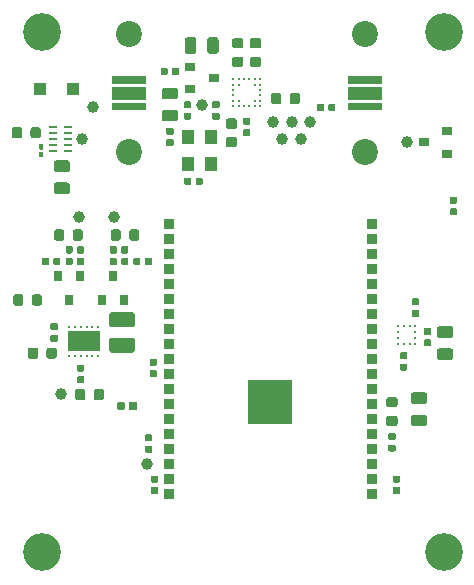
<source format=gts>
G04 #@! TF.GenerationSoftware,KiCad,Pcbnew,(5.1.5)-3*
G04 #@! TF.CreationDate,2021-09-26T22:58:58-04:00*
G04 #@! TF.ProjectId,EPC611 LIDAR,45504336-3131-4204-9c49-4441522e6b69,rev?*
G04 #@! TF.SameCoordinates,Original*
G04 #@! TF.FileFunction,Soldermask,Top*
G04 #@! TF.FilePolarity,Negative*
%FSLAX46Y46*%
G04 Gerber Fmt 4.6, Leading zero omitted, Abs format (unit mm)*
G04 Created by KiCad (PCBNEW (5.1.5)-3) date 2021-09-26 22:58:58*
%MOMM*%
%LPD*%
G04 APERTURE LIST*
%ADD10C,0.010000*%
%ADD11O,0.780000X0.780000*%
%ADD12R,0.780000X0.780000*%
%ADD13R,0.250000X0.250000*%
%ADD14R,0.838200X0.889000*%
%ADD15R,3.708400X3.708400*%
%ADD16C,0.100000*%
%ADD17R,1.100000X1.100000*%
%ADD18C,1.000000*%
%ADD19R,1.100000X1.300000*%
%ADD20R,0.650001X0.249999*%
%ADD21C,0.250000*%
%ADD22R,2.700000X1.700000*%
%ADD23R,0.900000X0.800000*%
%ADD24C,3.200000*%
%ADD25C,2.200000*%
%ADD26R,0.800000X0.900000*%
G04 APERTURE END LIST*
D10*
G36*
X108900000Y-78700000D02*
G01*
X111700000Y-78700000D01*
X111700000Y-79250000D01*
X108900000Y-79250000D01*
X108900000Y-78700000D01*
G37*
X108900000Y-78700000D02*
X111700000Y-78700000D01*
X111700000Y-79250000D01*
X108900000Y-79250000D01*
X108900000Y-78700000D01*
G36*
X108900000Y-79600000D02*
G01*
X111700000Y-79600000D01*
X111700000Y-80600000D01*
X108900000Y-80600000D01*
X108900000Y-79600000D01*
G37*
X108900000Y-79600000D02*
X111700000Y-79600000D01*
X111700000Y-80600000D01*
X108900000Y-80600000D01*
X108900000Y-79600000D01*
G36*
X108900000Y-80950000D02*
G01*
X111700000Y-80950000D01*
X111700000Y-81500000D01*
X108900000Y-81500000D01*
X108900000Y-80950000D01*
G37*
X108900000Y-80950000D02*
X111700000Y-80950000D01*
X111700000Y-81500000D01*
X108900000Y-81500000D01*
X108900000Y-80950000D01*
G36*
X91700000Y-81500000D02*
G01*
X88900000Y-81500000D01*
X88900000Y-80950000D01*
X91700000Y-80950000D01*
X91700000Y-81500000D01*
G37*
X91700000Y-81500000D02*
X88900000Y-81500000D01*
X88900000Y-80950000D01*
X91700000Y-80950000D01*
X91700000Y-81500000D01*
G36*
X91700000Y-80600000D02*
G01*
X88900000Y-80600000D01*
X88900000Y-79600000D01*
X91700000Y-79600000D01*
X91700000Y-80600000D01*
G37*
X91700000Y-80600000D02*
X88900000Y-80600000D01*
X88900000Y-79600000D01*
X91700000Y-79600000D01*
X91700000Y-80600000D01*
G36*
X91700000Y-79250000D02*
G01*
X88900000Y-79250000D01*
X88900000Y-78700000D01*
X91700000Y-78700000D01*
X91700000Y-79250000D01*
G37*
X91700000Y-79250000D02*
X88900000Y-79250000D01*
X88900000Y-78700000D01*
X91700000Y-78700000D01*
X91700000Y-79250000D01*
D11*
X89700000Y-106600000D03*
D12*
X90700000Y-106600000D03*
D13*
X113111200Y-99849811D03*
X113111200Y-100349937D03*
X113111200Y-100850063D03*
X113111200Y-101350189D03*
X113600000Y-101350000D03*
X114100063Y-101350000D03*
X114588800Y-101350189D03*
X114588800Y-100850063D03*
X114588800Y-100349937D03*
X114588800Y-99849811D03*
X114100000Y-99850000D03*
X113599937Y-99850000D03*
D14*
X110880900Y-114062800D03*
X110880900Y-112792800D03*
X110880900Y-111522800D03*
X110880900Y-110252800D03*
X110880900Y-108982800D03*
X110880900Y-107712800D03*
X110880900Y-106442800D03*
X110880900Y-105172800D03*
X110880900Y-103902800D03*
X110880900Y-102632800D03*
X110880900Y-101362800D03*
X110880900Y-100092800D03*
X110880900Y-98822800D03*
X110880900Y-97552800D03*
X110880900Y-96282800D03*
X110880900Y-95012800D03*
X110880900Y-93742800D03*
X110880900Y-92472800D03*
X110880900Y-91202800D03*
X93719100Y-91202800D03*
X93719100Y-92472800D03*
X93719100Y-93742800D03*
X93719100Y-95012800D03*
X93719100Y-96282800D03*
X93719100Y-97552800D03*
X93719100Y-98822800D03*
X93719100Y-100092800D03*
X93719100Y-101362800D03*
X93719100Y-102632800D03*
X93719100Y-103902800D03*
X93719100Y-105172800D03*
X93719100Y-106442800D03*
X93719100Y-107712800D03*
X93719100Y-108982800D03*
X93719100Y-110252800D03*
X93719100Y-111522800D03*
X93719100Y-112792800D03*
X93719100Y-114062800D03*
D15*
X102300000Y-106308000D03*
D16*
G36*
X112786958Y-108920710D02*
G01*
X112801276Y-108922834D01*
X112815317Y-108926351D01*
X112828946Y-108931228D01*
X112842031Y-108937417D01*
X112854447Y-108944858D01*
X112866073Y-108953481D01*
X112876798Y-108963202D01*
X112886519Y-108973927D01*
X112895142Y-108985553D01*
X112902583Y-108997969D01*
X112908772Y-109011054D01*
X112913649Y-109024683D01*
X112917166Y-109038724D01*
X112919290Y-109053042D01*
X112920000Y-109067500D01*
X112920000Y-109362500D01*
X112919290Y-109376958D01*
X112917166Y-109391276D01*
X112913649Y-109405317D01*
X112908772Y-109418946D01*
X112902583Y-109432031D01*
X112895142Y-109444447D01*
X112886519Y-109456073D01*
X112876798Y-109466798D01*
X112866073Y-109476519D01*
X112854447Y-109485142D01*
X112842031Y-109492583D01*
X112828946Y-109498772D01*
X112815317Y-109503649D01*
X112801276Y-109507166D01*
X112786958Y-109509290D01*
X112772500Y-109510000D01*
X112427500Y-109510000D01*
X112413042Y-109509290D01*
X112398724Y-109507166D01*
X112384683Y-109503649D01*
X112371054Y-109498772D01*
X112357969Y-109492583D01*
X112345553Y-109485142D01*
X112333927Y-109476519D01*
X112323202Y-109466798D01*
X112313481Y-109456073D01*
X112304858Y-109444447D01*
X112297417Y-109432031D01*
X112291228Y-109418946D01*
X112286351Y-109405317D01*
X112282834Y-109391276D01*
X112280710Y-109376958D01*
X112280000Y-109362500D01*
X112280000Y-109067500D01*
X112280710Y-109053042D01*
X112282834Y-109038724D01*
X112286351Y-109024683D01*
X112291228Y-109011054D01*
X112297417Y-108997969D01*
X112304858Y-108985553D01*
X112313481Y-108973927D01*
X112323202Y-108963202D01*
X112333927Y-108953481D01*
X112345553Y-108944858D01*
X112357969Y-108937417D01*
X112371054Y-108931228D01*
X112384683Y-108926351D01*
X112398724Y-108922834D01*
X112413042Y-108920710D01*
X112427500Y-108920000D01*
X112772500Y-108920000D01*
X112786958Y-108920710D01*
G37*
G36*
X112786958Y-109890710D02*
G01*
X112801276Y-109892834D01*
X112815317Y-109896351D01*
X112828946Y-109901228D01*
X112842031Y-109907417D01*
X112854447Y-109914858D01*
X112866073Y-109923481D01*
X112876798Y-109933202D01*
X112886519Y-109943927D01*
X112895142Y-109955553D01*
X112902583Y-109967969D01*
X112908772Y-109981054D01*
X112913649Y-109994683D01*
X112917166Y-110008724D01*
X112919290Y-110023042D01*
X112920000Y-110037500D01*
X112920000Y-110332500D01*
X112919290Y-110346958D01*
X112917166Y-110361276D01*
X112913649Y-110375317D01*
X112908772Y-110388946D01*
X112902583Y-110402031D01*
X112895142Y-110414447D01*
X112886519Y-110426073D01*
X112876798Y-110436798D01*
X112866073Y-110446519D01*
X112854447Y-110455142D01*
X112842031Y-110462583D01*
X112828946Y-110468772D01*
X112815317Y-110473649D01*
X112801276Y-110477166D01*
X112786958Y-110479290D01*
X112772500Y-110480000D01*
X112427500Y-110480000D01*
X112413042Y-110479290D01*
X112398724Y-110477166D01*
X112384683Y-110473649D01*
X112371054Y-110468772D01*
X112357969Y-110462583D01*
X112345553Y-110455142D01*
X112333927Y-110446519D01*
X112323202Y-110436798D01*
X112313481Y-110426073D01*
X112304858Y-110414447D01*
X112297417Y-110402031D01*
X112291228Y-110388946D01*
X112286351Y-110375317D01*
X112282834Y-110361276D01*
X112280710Y-110346958D01*
X112280000Y-110332500D01*
X112280000Y-110037500D01*
X112280710Y-110023042D01*
X112282834Y-110008724D01*
X112286351Y-109994683D01*
X112291228Y-109981054D01*
X112297417Y-109967969D01*
X112304858Y-109955553D01*
X112313481Y-109943927D01*
X112323202Y-109933202D01*
X112333927Y-109923481D01*
X112345553Y-109914858D01*
X112357969Y-109907417D01*
X112371054Y-109901228D01*
X112384683Y-109896351D01*
X112398724Y-109892834D01*
X112413042Y-109890710D01*
X112427500Y-109890000D01*
X112772500Y-109890000D01*
X112786958Y-109890710D01*
G37*
G36*
X92686958Y-112520710D02*
G01*
X92701276Y-112522834D01*
X92715317Y-112526351D01*
X92728946Y-112531228D01*
X92742031Y-112537417D01*
X92754447Y-112544858D01*
X92766073Y-112553481D01*
X92776798Y-112563202D01*
X92786519Y-112573927D01*
X92795142Y-112585553D01*
X92802583Y-112597969D01*
X92808772Y-112611054D01*
X92813649Y-112624683D01*
X92817166Y-112638724D01*
X92819290Y-112653042D01*
X92820000Y-112667500D01*
X92820000Y-112962500D01*
X92819290Y-112976958D01*
X92817166Y-112991276D01*
X92813649Y-113005317D01*
X92808772Y-113018946D01*
X92802583Y-113032031D01*
X92795142Y-113044447D01*
X92786519Y-113056073D01*
X92776798Y-113066798D01*
X92766073Y-113076519D01*
X92754447Y-113085142D01*
X92742031Y-113092583D01*
X92728946Y-113098772D01*
X92715317Y-113103649D01*
X92701276Y-113107166D01*
X92686958Y-113109290D01*
X92672500Y-113110000D01*
X92327500Y-113110000D01*
X92313042Y-113109290D01*
X92298724Y-113107166D01*
X92284683Y-113103649D01*
X92271054Y-113098772D01*
X92257969Y-113092583D01*
X92245553Y-113085142D01*
X92233927Y-113076519D01*
X92223202Y-113066798D01*
X92213481Y-113056073D01*
X92204858Y-113044447D01*
X92197417Y-113032031D01*
X92191228Y-113018946D01*
X92186351Y-113005317D01*
X92182834Y-112991276D01*
X92180710Y-112976958D01*
X92180000Y-112962500D01*
X92180000Y-112667500D01*
X92180710Y-112653042D01*
X92182834Y-112638724D01*
X92186351Y-112624683D01*
X92191228Y-112611054D01*
X92197417Y-112597969D01*
X92204858Y-112585553D01*
X92213481Y-112573927D01*
X92223202Y-112563202D01*
X92233927Y-112553481D01*
X92245553Y-112544858D01*
X92257969Y-112537417D01*
X92271054Y-112531228D01*
X92284683Y-112526351D01*
X92298724Y-112522834D01*
X92313042Y-112520710D01*
X92327500Y-112520000D01*
X92672500Y-112520000D01*
X92686958Y-112520710D01*
G37*
G36*
X92686958Y-113490710D02*
G01*
X92701276Y-113492834D01*
X92715317Y-113496351D01*
X92728946Y-113501228D01*
X92742031Y-113507417D01*
X92754447Y-113514858D01*
X92766073Y-113523481D01*
X92776798Y-113533202D01*
X92786519Y-113543927D01*
X92795142Y-113555553D01*
X92802583Y-113567969D01*
X92808772Y-113581054D01*
X92813649Y-113594683D01*
X92817166Y-113608724D01*
X92819290Y-113623042D01*
X92820000Y-113637500D01*
X92820000Y-113932500D01*
X92819290Y-113946958D01*
X92817166Y-113961276D01*
X92813649Y-113975317D01*
X92808772Y-113988946D01*
X92802583Y-114002031D01*
X92795142Y-114014447D01*
X92786519Y-114026073D01*
X92776798Y-114036798D01*
X92766073Y-114046519D01*
X92754447Y-114055142D01*
X92742031Y-114062583D01*
X92728946Y-114068772D01*
X92715317Y-114073649D01*
X92701276Y-114077166D01*
X92686958Y-114079290D01*
X92672500Y-114080000D01*
X92327500Y-114080000D01*
X92313042Y-114079290D01*
X92298724Y-114077166D01*
X92284683Y-114073649D01*
X92271054Y-114068772D01*
X92257969Y-114062583D01*
X92245553Y-114055142D01*
X92233927Y-114046519D01*
X92223202Y-114036798D01*
X92213481Y-114026073D01*
X92204858Y-114014447D01*
X92197417Y-114002031D01*
X92191228Y-113988946D01*
X92186351Y-113975317D01*
X92182834Y-113961276D01*
X92180710Y-113946958D01*
X92180000Y-113932500D01*
X92180000Y-113637500D01*
X92180710Y-113623042D01*
X92182834Y-113608724D01*
X92186351Y-113594683D01*
X92191228Y-113581054D01*
X92197417Y-113567969D01*
X92204858Y-113555553D01*
X92213481Y-113543927D01*
X92223202Y-113533202D01*
X92233927Y-113523481D01*
X92245553Y-113514858D01*
X92257969Y-113507417D01*
X92271054Y-113501228D01*
X92284683Y-113496351D01*
X92298724Y-113492834D01*
X92313042Y-113490710D01*
X92327500Y-113490000D01*
X92672500Y-113490000D01*
X92686958Y-113490710D01*
G37*
G36*
X92586958Y-103590710D02*
G01*
X92601276Y-103592834D01*
X92615317Y-103596351D01*
X92628946Y-103601228D01*
X92642031Y-103607417D01*
X92654447Y-103614858D01*
X92666073Y-103623481D01*
X92676798Y-103633202D01*
X92686519Y-103643927D01*
X92695142Y-103655553D01*
X92702583Y-103667969D01*
X92708772Y-103681054D01*
X92713649Y-103694683D01*
X92717166Y-103708724D01*
X92719290Y-103723042D01*
X92720000Y-103737500D01*
X92720000Y-104032500D01*
X92719290Y-104046958D01*
X92717166Y-104061276D01*
X92713649Y-104075317D01*
X92708772Y-104088946D01*
X92702583Y-104102031D01*
X92695142Y-104114447D01*
X92686519Y-104126073D01*
X92676798Y-104136798D01*
X92666073Y-104146519D01*
X92654447Y-104155142D01*
X92642031Y-104162583D01*
X92628946Y-104168772D01*
X92615317Y-104173649D01*
X92601276Y-104177166D01*
X92586958Y-104179290D01*
X92572500Y-104180000D01*
X92227500Y-104180000D01*
X92213042Y-104179290D01*
X92198724Y-104177166D01*
X92184683Y-104173649D01*
X92171054Y-104168772D01*
X92157969Y-104162583D01*
X92145553Y-104155142D01*
X92133927Y-104146519D01*
X92123202Y-104136798D01*
X92113481Y-104126073D01*
X92104858Y-104114447D01*
X92097417Y-104102031D01*
X92091228Y-104088946D01*
X92086351Y-104075317D01*
X92082834Y-104061276D01*
X92080710Y-104046958D01*
X92080000Y-104032500D01*
X92080000Y-103737500D01*
X92080710Y-103723042D01*
X92082834Y-103708724D01*
X92086351Y-103694683D01*
X92091228Y-103681054D01*
X92097417Y-103667969D01*
X92104858Y-103655553D01*
X92113481Y-103643927D01*
X92123202Y-103633202D01*
X92133927Y-103623481D01*
X92145553Y-103614858D01*
X92157969Y-103607417D01*
X92171054Y-103601228D01*
X92184683Y-103596351D01*
X92198724Y-103592834D01*
X92213042Y-103590710D01*
X92227500Y-103590000D01*
X92572500Y-103590000D01*
X92586958Y-103590710D01*
G37*
G36*
X92586958Y-102620710D02*
G01*
X92601276Y-102622834D01*
X92615317Y-102626351D01*
X92628946Y-102631228D01*
X92642031Y-102637417D01*
X92654447Y-102644858D01*
X92666073Y-102653481D01*
X92676798Y-102663202D01*
X92686519Y-102673927D01*
X92695142Y-102685553D01*
X92702583Y-102697969D01*
X92708772Y-102711054D01*
X92713649Y-102724683D01*
X92717166Y-102738724D01*
X92719290Y-102753042D01*
X92720000Y-102767500D01*
X92720000Y-103062500D01*
X92719290Y-103076958D01*
X92717166Y-103091276D01*
X92713649Y-103105317D01*
X92708772Y-103118946D01*
X92702583Y-103132031D01*
X92695142Y-103144447D01*
X92686519Y-103156073D01*
X92676798Y-103166798D01*
X92666073Y-103176519D01*
X92654447Y-103185142D01*
X92642031Y-103192583D01*
X92628946Y-103198772D01*
X92615317Y-103203649D01*
X92601276Y-103207166D01*
X92586958Y-103209290D01*
X92572500Y-103210000D01*
X92227500Y-103210000D01*
X92213042Y-103209290D01*
X92198724Y-103207166D01*
X92184683Y-103203649D01*
X92171054Y-103198772D01*
X92157969Y-103192583D01*
X92145553Y-103185142D01*
X92133927Y-103176519D01*
X92123202Y-103166798D01*
X92113481Y-103156073D01*
X92104858Y-103144447D01*
X92097417Y-103132031D01*
X92091228Y-103118946D01*
X92086351Y-103105317D01*
X92082834Y-103091276D01*
X92080710Y-103076958D01*
X92080000Y-103062500D01*
X92080000Y-102767500D01*
X92080710Y-102753042D01*
X92082834Y-102738724D01*
X92086351Y-102724683D01*
X92091228Y-102711054D01*
X92097417Y-102697969D01*
X92104858Y-102685553D01*
X92113481Y-102673927D01*
X92123202Y-102663202D01*
X92133927Y-102653481D01*
X92145553Y-102644858D01*
X92157969Y-102637417D01*
X92171054Y-102631228D01*
X92184683Y-102626351D01*
X92198724Y-102622834D01*
X92213042Y-102620710D01*
X92227500Y-102620000D01*
X92572500Y-102620000D01*
X92586958Y-102620710D01*
G37*
G36*
X112877691Y-105876053D02*
G01*
X112898926Y-105879203D01*
X112919750Y-105884419D01*
X112939962Y-105891651D01*
X112959368Y-105900830D01*
X112977781Y-105911866D01*
X112995024Y-105924654D01*
X113010930Y-105939070D01*
X113025346Y-105954976D01*
X113038134Y-105972219D01*
X113049170Y-105990632D01*
X113058349Y-106010038D01*
X113065581Y-106030250D01*
X113070797Y-106051074D01*
X113073947Y-106072309D01*
X113075000Y-106093750D01*
X113075000Y-106531250D01*
X113073947Y-106552691D01*
X113070797Y-106573926D01*
X113065581Y-106594750D01*
X113058349Y-106614962D01*
X113049170Y-106634368D01*
X113038134Y-106652781D01*
X113025346Y-106670024D01*
X113010930Y-106685930D01*
X112995024Y-106700346D01*
X112977781Y-106713134D01*
X112959368Y-106724170D01*
X112939962Y-106733349D01*
X112919750Y-106740581D01*
X112898926Y-106745797D01*
X112877691Y-106748947D01*
X112856250Y-106750000D01*
X112343750Y-106750000D01*
X112322309Y-106748947D01*
X112301074Y-106745797D01*
X112280250Y-106740581D01*
X112260038Y-106733349D01*
X112240632Y-106724170D01*
X112222219Y-106713134D01*
X112204976Y-106700346D01*
X112189070Y-106685930D01*
X112174654Y-106670024D01*
X112161866Y-106652781D01*
X112150830Y-106634368D01*
X112141651Y-106614962D01*
X112134419Y-106594750D01*
X112129203Y-106573926D01*
X112126053Y-106552691D01*
X112125000Y-106531250D01*
X112125000Y-106093750D01*
X112126053Y-106072309D01*
X112129203Y-106051074D01*
X112134419Y-106030250D01*
X112141651Y-106010038D01*
X112150830Y-105990632D01*
X112161866Y-105972219D01*
X112174654Y-105954976D01*
X112189070Y-105939070D01*
X112204976Y-105924654D01*
X112222219Y-105911866D01*
X112240632Y-105900830D01*
X112260038Y-105891651D01*
X112280250Y-105884419D01*
X112301074Y-105879203D01*
X112322309Y-105876053D01*
X112343750Y-105875000D01*
X112856250Y-105875000D01*
X112877691Y-105876053D01*
G37*
G36*
X112877691Y-107451053D02*
G01*
X112898926Y-107454203D01*
X112919750Y-107459419D01*
X112939962Y-107466651D01*
X112959368Y-107475830D01*
X112977781Y-107486866D01*
X112995024Y-107499654D01*
X113010930Y-107514070D01*
X113025346Y-107529976D01*
X113038134Y-107547219D01*
X113049170Y-107565632D01*
X113058349Y-107585038D01*
X113065581Y-107605250D01*
X113070797Y-107626074D01*
X113073947Y-107647309D01*
X113075000Y-107668750D01*
X113075000Y-108106250D01*
X113073947Y-108127691D01*
X113070797Y-108148926D01*
X113065581Y-108169750D01*
X113058349Y-108189962D01*
X113049170Y-108209368D01*
X113038134Y-108227781D01*
X113025346Y-108245024D01*
X113010930Y-108260930D01*
X112995024Y-108275346D01*
X112977781Y-108288134D01*
X112959368Y-108299170D01*
X112939962Y-108308349D01*
X112919750Y-108315581D01*
X112898926Y-108320797D01*
X112877691Y-108323947D01*
X112856250Y-108325000D01*
X112343750Y-108325000D01*
X112322309Y-108323947D01*
X112301074Y-108320797D01*
X112280250Y-108315581D01*
X112260038Y-108308349D01*
X112240632Y-108299170D01*
X112222219Y-108288134D01*
X112204976Y-108275346D01*
X112189070Y-108260930D01*
X112174654Y-108245024D01*
X112161866Y-108227781D01*
X112150830Y-108209368D01*
X112141651Y-108189962D01*
X112134419Y-108169750D01*
X112129203Y-108148926D01*
X112126053Y-108127691D01*
X112125000Y-108106250D01*
X112125000Y-107668750D01*
X112126053Y-107647309D01*
X112129203Y-107626074D01*
X112134419Y-107605250D01*
X112141651Y-107585038D01*
X112150830Y-107565632D01*
X112161866Y-107547219D01*
X112174654Y-107529976D01*
X112189070Y-107514070D01*
X112204976Y-107499654D01*
X112222219Y-107486866D01*
X112240632Y-107475830D01*
X112260038Y-107466651D01*
X112280250Y-107459419D01*
X112301074Y-107454203D01*
X112322309Y-107451053D01*
X112343750Y-107450000D01*
X112856250Y-107450000D01*
X112877691Y-107451053D01*
G37*
G36*
X113186958Y-113490710D02*
G01*
X113201276Y-113492834D01*
X113215317Y-113496351D01*
X113228946Y-113501228D01*
X113242031Y-113507417D01*
X113254447Y-113514858D01*
X113266073Y-113523481D01*
X113276798Y-113533202D01*
X113286519Y-113543927D01*
X113295142Y-113555553D01*
X113302583Y-113567969D01*
X113308772Y-113581054D01*
X113313649Y-113594683D01*
X113317166Y-113608724D01*
X113319290Y-113623042D01*
X113320000Y-113637500D01*
X113320000Y-113932500D01*
X113319290Y-113946958D01*
X113317166Y-113961276D01*
X113313649Y-113975317D01*
X113308772Y-113988946D01*
X113302583Y-114002031D01*
X113295142Y-114014447D01*
X113286519Y-114026073D01*
X113276798Y-114036798D01*
X113266073Y-114046519D01*
X113254447Y-114055142D01*
X113242031Y-114062583D01*
X113228946Y-114068772D01*
X113215317Y-114073649D01*
X113201276Y-114077166D01*
X113186958Y-114079290D01*
X113172500Y-114080000D01*
X112827500Y-114080000D01*
X112813042Y-114079290D01*
X112798724Y-114077166D01*
X112784683Y-114073649D01*
X112771054Y-114068772D01*
X112757969Y-114062583D01*
X112745553Y-114055142D01*
X112733927Y-114046519D01*
X112723202Y-114036798D01*
X112713481Y-114026073D01*
X112704858Y-114014447D01*
X112697417Y-114002031D01*
X112691228Y-113988946D01*
X112686351Y-113975317D01*
X112682834Y-113961276D01*
X112680710Y-113946958D01*
X112680000Y-113932500D01*
X112680000Y-113637500D01*
X112680710Y-113623042D01*
X112682834Y-113608724D01*
X112686351Y-113594683D01*
X112691228Y-113581054D01*
X112697417Y-113567969D01*
X112704858Y-113555553D01*
X112713481Y-113543927D01*
X112723202Y-113533202D01*
X112733927Y-113523481D01*
X112745553Y-113514858D01*
X112757969Y-113507417D01*
X112771054Y-113501228D01*
X112784683Y-113496351D01*
X112798724Y-113492834D01*
X112813042Y-113490710D01*
X112827500Y-113490000D01*
X113172500Y-113490000D01*
X113186958Y-113490710D01*
G37*
G36*
X113186958Y-112520710D02*
G01*
X113201276Y-112522834D01*
X113215317Y-112526351D01*
X113228946Y-112531228D01*
X113242031Y-112537417D01*
X113254447Y-112544858D01*
X113266073Y-112553481D01*
X113276798Y-112563202D01*
X113286519Y-112573927D01*
X113295142Y-112585553D01*
X113302583Y-112597969D01*
X113308772Y-112611054D01*
X113313649Y-112624683D01*
X113317166Y-112638724D01*
X113319290Y-112653042D01*
X113320000Y-112667500D01*
X113320000Y-112962500D01*
X113319290Y-112976958D01*
X113317166Y-112991276D01*
X113313649Y-113005317D01*
X113308772Y-113018946D01*
X113302583Y-113032031D01*
X113295142Y-113044447D01*
X113286519Y-113056073D01*
X113276798Y-113066798D01*
X113266073Y-113076519D01*
X113254447Y-113085142D01*
X113242031Y-113092583D01*
X113228946Y-113098772D01*
X113215317Y-113103649D01*
X113201276Y-113107166D01*
X113186958Y-113109290D01*
X113172500Y-113110000D01*
X112827500Y-113110000D01*
X112813042Y-113109290D01*
X112798724Y-113107166D01*
X112784683Y-113103649D01*
X112771054Y-113098772D01*
X112757969Y-113092583D01*
X112745553Y-113085142D01*
X112733927Y-113076519D01*
X112723202Y-113066798D01*
X112713481Y-113056073D01*
X112704858Y-113044447D01*
X112697417Y-113032031D01*
X112691228Y-113018946D01*
X112686351Y-113005317D01*
X112682834Y-112991276D01*
X112680710Y-112976958D01*
X112680000Y-112962500D01*
X112680000Y-112667500D01*
X112680710Y-112653042D01*
X112682834Y-112638724D01*
X112686351Y-112624683D01*
X112691228Y-112611054D01*
X112697417Y-112597969D01*
X112704858Y-112585553D01*
X112713481Y-112573927D01*
X112723202Y-112563202D01*
X112733927Y-112553481D01*
X112745553Y-112544858D01*
X112757969Y-112537417D01*
X112771054Y-112531228D01*
X112784683Y-112526351D01*
X112798724Y-112522834D01*
X112813042Y-112520710D01*
X112827500Y-112520000D01*
X113172500Y-112520000D01*
X113186958Y-112520710D01*
G37*
G36*
X115380142Y-105476174D02*
G01*
X115403803Y-105479684D01*
X115427007Y-105485496D01*
X115449529Y-105493554D01*
X115471153Y-105503782D01*
X115491670Y-105516079D01*
X115510883Y-105530329D01*
X115528607Y-105546393D01*
X115544671Y-105564117D01*
X115558921Y-105583330D01*
X115571218Y-105603847D01*
X115581446Y-105625471D01*
X115589504Y-105647993D01*
X115595316Y-105671197D01*
X115598826Y-105694858D01*
X115600000Y-105718750D01*
X115600000Y-106206250D01*
X115598826Y-106230142D01*
X115595316Y-106253803D01*
X115589504Y-106277007D01*
X115581446Y-106299529D01*
X115571218Y-106321153D01*
X115558921Y-106341670D01*
X115544671Y-106360883D01*
X115528607Y-106378607D01*
X115510883Y-106394671D01*
X115491670Y-106408921D01*
X115471153Y-106421218D01*
X115449529Y-106431446D01*
X115427007Y-106439504D01*
X115403803Y-106445316D01*
X115380142Y-106448826D01*
X115356250Y-106450000D01*
X114443750Y-106450000D01*
X114419858Y-106448826D01*
X114396197Y-106445316D01*
X114372993Y-106439504D01*
X114350471Y-106431446D01*
X114328847Y-106421218D01*
X114308330Y-106408921D01*
X114289117Y-106394671D01*
X114271393Y-106378607D01*
X114255329Y-106360883D01*
X114241079Y-106341670D01*
X114228782Y-106321153D01*
X114218554Y-106299529D01*
X114210496Y-106277007D01*
X114204684Y-106253803D01*
X114201174Y-106230142D01*
X114200000Y-106206250D01*
X114200000Y-105718750D01*
X114201174Y-105694858D01*
X114204684Y-105671197D01*
X114210496Y-105647993D01*
X114218554Y-105625471D01*
X114228782Y-105603847D01*
X114241079Y-105583330D01*
X114255329Y-105564117D01*
X114271393Y-105546393D01*
X114289117Y-105530329D01*
X114308330Y-105516079D01*
X114328847Y-105503782D01*
X114350471Y-105493554D01*
X114372993Y-105485496D01*
X114396197Y-105479684D01*
X114419858Y-105476174D01*
X114443750Y-105475000D01*
X115356250Y-105475000D01*
X115380142Y-105476174D01*
G37*
G36*
X115380142Y-107351174D02*
G01*
X115403803Y-107354684D01*
X115427007Y-107360496D01*
X115449529Y-107368554D01*
X115471153Y-107378782D01*
X115491670Y-107391079D01*
X115510883Y-107405329D01*
X115528607Y-107421393D01*
X115544671Y-107439117D01*
X115558921Y-107458330D01*
X115571218Y-107478847D01*
X115581446Y-107500471D01*
X115589504Y-107522993D01*
X115595316Y-107546197D01*
X115598826Y-107569858D01*
X115600000Y-107593750D01*
X115600000Y-108081250D01*
X115598826Y-108105142D01*
X115595316Y-108128803D01*
X115589504Y-108152007D01*
X115581446Y-108174529D01*
X115571218Y-108196153D01*
X115558921Y-108216670D01*
X115544671Y-108235883D01*
X115528607Y-108253607D01*
X115510883Y-108269671D01*
X115491670Y-108283921D01*
X115471153Y-108296218D01*
X115449529Y-108306446D01*
X115427007Y-108314504D01*
X115403803Y-108320316D01*
X115380142Y-108323826D01*
X115356250Y-108325000D01*
X114443750Y-108325000D01*
X114419858Y-108323826D01*
X114396197Y-108320316D01*
X114372993Y-108314504D01*
X114350471Y-108306446D01*
X114328847Y-108296218D01*
X114308330Y-108283921D01*
X114289117Y-108269671D01*
X114271393Y-108253607D01*
X114255329Y-108235883D01*
X114241079Y-108216670D01*
X114228782Y-108196153D01*
X114218554Y-108174529D01*
X114210496Y-108152007D01*
X114204684Y-108128803D01*
X114201174Y-108105142D01*
X114200000Y-108081250D01*
X114200000Y-107593750D01*
X114201174Y-107569858D01*
X114204684Y-107546197D01*
X114210496Y-107522993D01*
X114218554Y-107500471D01*
X114228782Y-107478847D01*
X114241079Y-107458330D01*
X114255329Y-107439117D01*
X114271393Y-107421393D01*
X114289117Y-107405329D01*
X114308330Y-107391079D01*
X114328847Y-107378782D01*
X114350471Y-107368554D01*
X114372993Y-107360496D01*
X114396197Y-107354684D01*
X114419858Y-107351174D01*
X114443750Y-107350000D01*
X115356250Y-107350000D01*
X115380142Y-107351174D01*
G37*
D17*
X85600000Y-79800000D03*
X82800000Y-79800000D03*
D16*
G36*
X83009802Y-85090482D02*
G01*
X83019509Y-85091921D01*
X83029028Y-85094306D01*
X83038268Y-85097612D01*
X83047140Y-85101808D01*
X83055557Y-85106853D01*
X83063439Y-85112699D01*
X83070711Y-85119289D01*
X83077301Y-85126561D01*
X83083147Y-85134443D01*
X83088192Y-85142860D01*
X83092388Y-85151732D01*
X83095694Y-85160972D01*
X83098079Y-85170491D01*
X83099518Y-85180198D01*
X83100000Y-85190000D01*
X83100000Y-85450000D01*
X83099518Y-85459802D01*
X83098079Y-85469509D01*
X83095694Y-85479028D01*
X83092388Y-85488268D01*
X83088192Y-85497140D01*
X83083147Y-85505557D01*
X83077301Y-85513439D01*
X83070711Y-85520711D01*
X83063439Y-85527301D01*
X83055557Y-85533147D01*
X83047140Y-85538192D01*
X83038268Y-85542388D01*
X83029028Y-85545694D01*
X83019509Y-85548079D01*
X83009802Y-85549518D01*
X83000000Y-85550000D01*
X82800000Y-85550000D01*
X82790198Y-85549518D01*
X82780491Y-85548079D01*
X82770972Y-85545694D01*
X82761732Y-85542388D01*
X82752860Y-85538192D01*
X82744443Y-85533147D01*
X82736561Y-85527301D01*
X82729289Y-85520711D01*
X82722699Y-85513439D01*
X82716853Y-85505557D01*
X82711808Y-85497140D01*
X82707612Y-85488268D01*
X82704306Y-85479028D01*
X82701921Y-85469509D01*
X82700482Y-85459802D01*
X82700000Y-85450000D01*
X82700000Y-85190000D01*
X82700482Y-85180198D01*
X82701921Y-85170491D01*
X82704306Y-85160972D01*
X82707612Y-85151732D01*
X82711808Y-85142860D01*
X82716853Y-85134443D01*
X82722699Y-85126561D01*
X82729289Y-85119289D01*
X82736561Y-85112699D01*
X82744443Y-85106853D01*
X82752860Y-85101808D01*
X82761732Y-85097612D01*
X82770972Y-85094306D01*
X82780491Y-85091921D01*
X82790198Y-85090482D01*
X82800000Y-85090000D01*
X83000000Y-85090000D01*
X83009802Y-85090482D01*
G37*
G36*
X83009802Y-84450482D02*
G01*
X83019509Y-84451921D01*
X83029028Y-84454306D01*
X83038268Y-84457612D01*
X83047140Y-84461808D01*
X83055557Y-84466853D01*
X83063439Y-84472699D01*
X83070711Y-84479289D01*
X83077301Y-84486561D01*
X83083147Y-84494443D01*
X83088192Y-84502860D01*
X83092388Y-84511732D01*
X83095694Y-84520972D01*
X83098079Y-84530491D01*
X83099518Y-84540198D01*
X83100000Y-84550000D01*
X83100000Y-84810000D01*
X83099518Y-84819802D01*
X83098079Y-84829509D01*
X83095694Y-84839028D01*
X83092388Y-84848268D01*
X83088192Y-84857140D01*
X83083147Y-84865557D01*
X83077301Y-84873439D01*
X83070711Y-84880711D01*
X83063439Y-84887301D01*
X83055557Y-84893147D01*
X83047140Y-84898192D01*
X83038268Y-84902388D01*
X83029028Y-84905694D01*
X83019509Y-84908079D01*
X83009802Y-84909518D01*
X83000000Y-84910000D01*
X82800000Y-84910000D01*
X82790198Y-84909518D01*
X82780491Y-84908079D01*
X82770972Y-84905694D01*
X82761732Y-84902388D01*
X82752860Y-84898192D01*
X82744443Y-84893147D01*
X82736561Y-84887301D01*
X82729289Y-84880711D01*
X82722699Y-84873439D01*
X82716853Y-84865557D01*
X82711808Y-84857140D01*
X82707612Y-84848268D01*
X82704306Y-84839028D01*
X82701921Y-84829509D01*
X82700482Y-84819802D01*
X82700000Y-84810000D01*
X82700000Y-84550000D01*
X82700482Y-84540198D01*
X82701921Y-84530491D01*
X82704306Y-84520972D01*
X82707612Y-84511732D01*
X82711808Y-84502860D01*
X82716853Y-84494443D01*
X82722699Y-84486561D01*
X82729289Y-84479289D01*
X82736561Y-84472699D01*
X82744443Y-84466853D01*
X82752860Y-84461808D01*
X82761732Y-84457612D01*
X82770972Y-84454306D01*
X82780491Y-84451921D01*
X82790198Y-84450482D01*
X82800000Y-84450000D01*
X83000000Y-84450000D01*
X83009802Y-84450482D01*
G37*
D18*
X84600000Y-105650000D03*
D19*
X95350000Y-86150000D03*
X95350000Y-83850000D03*
X97250000Y-83850000D03*
X97250000Y-86150000D03*
D20*
X83900000Y-83000000D03*
X83900000Y-83500002D03*
X83900000Y-84000001D03*
X83900000Y-84500000D03*
X83900000Y-85000002D03*
X85150000Y-85000002D03*
X85150000Y-84500000D03*
X85150000Y-84000001D03*
X85150000Y-83500002D03*
X85150000Y-83000000D03*
D21*
X101425000Y-78975000D03*
X100975000Y-78975000D03*
X100525000Y-78975000D03*
X100075000Y-78975000D03*
X99625000Y-78975000D03*
X99175000Y-78975000D03*
X101425000Y-79425000D03*
X100975000Y-79425000D03*
X99625000Y-79425000D03*
X99175000Y-79425000D03*
X101425000Y-79875000D03*
X99175000Y-79875000D03*
X101425000Y-80325000D03*
X99175000Y-80325000D03*
X101425000Y-80775000D03*
X100975000Y-80775000D03*
X99625000Y-80775000D03*
X99175000Y-80775000D03*
X101425000Y-81225000D03*
X100975000Y-81225000D03*
X100525000Y-81225000D03*
X100075000Y-81225000D03*
X99625000Y-81225000D03*
X99175000Y-81225000D03*
D13*
X85250000Y-102375000D03*
X85250000Y-99925000D03*
D22*
X86500000Y-101150000D03*
D13*
X87750000Y-102375000D03*
X87250000Y-102375000D03*
X86750000Y-102375000D03*
X86250000Y-102375000D03*
X85750000Y-102375000D03*
X85750000Y-99925000D03*
X86250000Y-99925000D03*
X86750000Y-99925000D03*
X87250000Y-99925000D03*
X87750000Y-99925000D03*
D18*
X91900000Y-111500000D03*
X113900000Y-84300000D03*
X87300000Y-81350000D03*
X96500000Y-81100000D03*
X86400000Y-84000000D03*
X89100000Y-90650000D03*
X86100000Y-90650000D03*
D16*
G36*
X92186958Y-109990710D02*
G01*
X92201276Y-109992834D01*
X92215317Y-109996351D01*
X92228946Y-110001228D01*
X92242031Y-110007417D01*
X92254447Y-110014858D01*
X92266073Y-110023481D01*
X92276798Y-110033202D01*
X92286519Y-110043927D01*
X92295142Y-110055553D01*
X92302583Y-110067969D01*
X92308772Y-110081054D01*
X92313649Y-110094683D01*
X92317166Y-110108724D01*
X92319290Y-110123042D01*
X92320000Y-110137500D01*
X92320000Y-110432500D01*
X92319290Y-110446958D01*
X92317166Y-110461276D01*
X92313649Y-110475317D01*
X92308772Y-110488946D01*
X92302583Y-110502031D01*
X92295142Y-110514447D01*
X92286519Y-110526073D01*
X92276798Y-110536798D01*
X92266073Y-110546519D01*
X92254447Y-110555142D01*
X92242031Y-110562583D01*
X92228946Y-110568772D01*
X92215317Y-110573649D01*
X92201276Y-110577166D01*
X92186958Y-110579290D01*
X92172500Y-110580000D01*
X91827500Y-110580000D01*
X91813042Y-110579290D01*
X91798724Y-110577166D01*
X91784683Y-110573649D01*
X91771054Y-110568772D01*
X91757969Y-110562583D01*
X91745553Y-110555142D01*
X91733927Y-110546519D01*
X91723202Y-110536798D01*
X91713481Y-110526073D01*
X91704858Y-110514447D01*
X91697417Y-110502031D01*
X91691228Y-110488946D01*
X91686351Y-110475317D01*
X91682834Y-110461276D01*
X91680710Y-110446958D01*
X91680000Y-110432500D01*
X91680000Y-110137500D01*
X91680710Y-110123042D01*
X91682834Y-110108724D01*
X91686351Y-110094683D01*
X91691228Y-110081054D01*
X91697417Y-110067969D01*
X91704858Y-110055553D01*
X91713481Y-110043927D01*
X91723202Y-110033202D01*
X91733927Y-110023481D01*
X91745553Y-110014858D01*
X91757969Y-110007417D01*
X91771054Y-110001228D01*
X91784683Y-109996351D01*
X91798724Y-109992834D01*
X91813042Y-109990710D01*
X91827500Y-109990000D01*
X92172500Y-109990000D01*
X92186958Y-109990710D01*
G37*
G36*
X92186958Y-109020710D02*
G01*
X92201276Y-109022834D01*
X92215317Y-109026351D01*
X92228946Y-109031228D01*
X92242031Y-109037417D01*
X92254447Y-109044858D01*
X92266073Y-109053481D01*
X92276798Y-109063202D01*
X92286519Y-109073927D01*
X92295142Y-109085553D01*
X92302583Y-109097969D01*
X92308772Y-109111054D01*
X92313649Y-109124683D01*
X92317166Y-109138724D01*
X92319290Y-109153042D01*
X92320000Y-109167500D01*
X92320000Y-109462500D01*
X92319290Y-109476958D01*
X92317166Y-109491276D01*
X92313649Y-109505317D01*
X92308772Y-109518946D01*
X92302583Y-109532031D01*
X92295142Y-109544447D01*
X92286519Y-109556073D01*
X92276798Y-109566798D01*
X92266073Y-109576519D01*
X92254447Y-109585142D01*
X92242031Y-109592583D01*
X92228946Y-109598772D01*
X92215317Y-109603649D01*
X92201276Y-109607166D01*
X92186958Y-109609290D01*
X92172500Y-109610000D01*
X91827500Y-109610000D01*
X91813042Y-109609290D01*
X91798724Y-109607166D01*
X91784683Y-109603649D01*
X91771054Y-109598772D01*
X91757969Y-109592583D01*
X91745553Y-109585142D01*
X91733927Y-109576519D01*
X91723202Y-109566798D01*
X91713481Y-109556073D01*
X91704858Y-109544447D01*
X91697417Y-109532031D01*
X91691228Y-109518946D01*
X91686351Y-109505317D01*
X91682834Y-109491276D01*
X91680710Y-109476958D01*
X91680000Y-109462500D01*
X91680000Y-109167500D01*
X91680710Y-109153042D01*
X91682834Y-109138724D01*
X91686351Y-109124683D01*
X91691228Y-109111054D01*
X91697417Y-109097969D01*
X91704858Y-109085553D01*
X91713481Y-109073927D01*
X91723202Y-109063202D01*
X91733927Y-109053481D01*
X91745553Y-109044858D01*
X91757969Y-109037417D01*
X91771054Y-109031228D01*
X91784683Y-109026351D01*
X91798724Y-109022834D01*
X91813042Y-109020710D01*
X91827500Y-109020000D01*
X92172500Y-109020000D01*
X92186958Y-109020710D01*
G37*
G36*
X100486958Y-83190710D02*
G01*
X100501276Y-83192834D01*
X100515317Y-83196351D01*
X100528946Y-83201228D01*
X100542031Y-83207417D01*
X100554447Y-83214858D01*
X100566073Y-83223481D01*
X100576798Y-83233202D01*
X100586519Y-83243927D01*
X100595142Y-83255553D01*
X100602583Y-83267969D01*
X100608772Y-83281054D01*
X100613649Y-83294683D01*
X100617166Y-83308724D01*
X100619290Y-83323042D01*
X100620000Y-83337500D01*
X100620000Y-83632500D01*
X100619290Y-83646958D01*
X100617166Y-83661276D01*
X100613649Y-83675317D01*
X100608772Y-83688946D01*
X100602583Y-83702031D01*
X100595142Y-83714447D01*
X100586519Y-83726073D01*
X100576798Y-83736798D01*
X100566073Y-83746519D01*
X100554447Y-83755142D01*
X100542031Y-83762583D01*
X100528946Y-83768772D01*
X100515317Y-83773649D01*
X100501276Y-83777166D01*
X100486958Y-83779290D01*
X100472500Y-83780000D01*
X100127500Y-83780000D01*
X100113042Y-83779290D01*
X100098724Y-83777166D01*
X100084683Y-83773649D01*
X100071054Y-83768772D01*
X100057969Y-83762583D01*
X100045553Y-83755142D01*
X100033927Y-83746519D01*
X100023202Y-83736798D01*
X100013481Y-83726073D01*
X100004858Y-83714447D01*
X99997417Y-83702031D01*
X99991228Y-83688946D01*
X99986351Y-83675317D01*
X99982834Y-83661276D01*
X99980710Y-83646958D01*
X99980000Y-83632500D01*
X99980000Y-83337500D01*
X99980710Y-83323042D01*
X99982834Y-83308724D01*
X99986351Y-83294683D01*
X99991228Y-83281054D01*
X99997417Y-83267969D01*
X100004858Y-83255553D01*
X100013481Y-83243927D01*
X100023202Y-83233202D01*
X100033927Y-83223481D01*
X100045553Y-83214858D01*
X100057969Y-83207417D01*
X100071054Y-83201228D01*
X100084683Y-83196351D01*
X100098724Y-83192834D01*
X100113042Y-83190710D01*
X100127500Y-83190000D01*
X100472500Y-83190000D01*
X100486958Y-83190710D01*
G37*
G36*
X100486958Y-82220710D02*
G01*
X100501276Y-82222834D01*
X100515317Y-82226351D01*
X100528946Y-82231228D01*
X100542031Y-82237417D01*
X100554447Y-82244858D01*
X100566073Y-82253481D01*
X100576798Y-82263202D01*
X100586519Y-82273927D01*
X100595142Y-82285553D01*
X100602583Y-82297969D01*
X100608772Y-82311054D01*
X100613649Y-82324683D01*
X100617166Y-82338724D01*
X100619290Y-82353042D01*
X100620000Y-82367500D01*
X100620000Y-82662500D01*
X100619290Y-82676958D01*
X100617166Y-82691276D01*
X100613649Y-82705317D01*
X100608772Y-82718946D01*
X100602583Y-82732031D01*
X100595142Y-82744447D01*
X100586519Y-82756073D01*
X100576798Y-82766798D01*
X100566073Y-82776519D01*
X100554447Y-82785142D01*
X100542031Y-82792583D01*
X100528946Y-82798772D01*
X100515317Y-82803649D01*
X100501276Y-82807166D01*
X100486958Y-82809290D01*
X100472500Y-82810000D01*
X100127500Y-82810000D01*
X100113042Y-82809290D01*
X100098724Y-82807166D01*
X100084683Y-82803649D01*
X100071054Y-82798772D01*
X100057969Y-82792583D01*
X100045553Y-82785142D01*
X100033927Y-82776519D01*
X100023202Y-82766798D01*
X100013481Y-82756073D01*
X100004858Y-82744447D01*
X99997417Y-82732031D01*
X99991228Y-82718946D01*
X99986351Y-82705317D01*
X99982834Y-82691276D01*
X99980710Y-82676958D01*
X99980000Y-82662500D01*
X99980000Y-82367500D01*
X99980710Y-82353042D01*
X99982834Y-82338724D01*
X99986351Y-82324683D01*
X99991228Y-82311054D01*
X99997417Y-82297969D01*
X100004858Y-82285553D01*
X100013481Y-82273927D01*
X100023202Y-82263202D01*
X100033927Y-82253481D01*
X100045553Y-82244858D01*
X100057969Y-82237417D01*
X100071054Y-82231228D01*
X100084683Y-82226351D01*
X100098724Y-82222834D01*
X100113042Y-82220710D01*
X100127500Y-82220000D01*
X100472500Y-82220000D01*
X100486958Y-82220710D01*
G37*
G36*
X97886958Y-80820710D02*
G01*
X97901276Y-80822834D01*
X97915317Y-80826351D01*
X97928946Y-80831228D01*
X97942031Y-80837417D01*
X97954447Y-80844858D01*
X97966073Y-80853481D01*
X97976798Y-80863202D01*
X97986519Y-80873927D01*
X97995142Y-80885553D01*
X98002583Y-80897969D01*
X98008772Y-80911054D01*
X98013649Y-80924683D01*
X98017166Y-80938724D01*
X98019290Y-80953042D01*
X98020000Y-80967500D01*
X98020000Y-81262500D01*
X98019290Y-81276958D01*
X98017166Y-81291276D01*
X98013649Y-81305317D01*
X98008772Y-81318946D01*
X98002583Y-81332031D01*
X97995142Y-81344447D01*
X97986519Y-81356073D01*
X97976798Y-81366798D01*
X97966073Y-81376519D01*
X97954447Y-81385142D01*
X97942031Y-81392583D01*
X97928946Y-81398772D01*
X97915317Y-81403649D01*
X97901276Y-81407166D01*
X97886958Y-81409290D01*
X97872500Y-81410000D01*
X97527500Y-81410000D01*
X97513042Y-81409290D01*
X97498724Y-81407166D01*
X97484683Y-81403649D01*
X97471054Y-81398772D01*
X97457969Y-81392583D01*
X97445553Y-81385142D01*
X97433927Y-81376519D01*
X97423202Y-81366798D01*
X97413481Y-81356073D01*
X97404858Y-81344447D01*
X97397417Y-81332031D01*
X97391228Y-81318946D01*
X97386351Y-81305317D01*
X97382834Y-81291276D01*
X97380710Y-81276958D01*
X97380000Y-81262500D01*
X97380000Y-80967500D01*
X97380710Y-80953042D01*
X97382834Y-80938724D01*
X97386351Y-80924683D01*
X97391228Y-80911054D01*
X97397417Y-80897969D01*
X97404858Y-80885553D01*
X97413481Y-80873927D01*
X97423202Y-80863202D01*
X97433927Y-80853481D01*
X97445553Y-80844858D01*
X97457969Y-80837417D01*
X97471054Y-80831228D01*
X97484683Y-80826351D01*
X97498724Y-80822834D01*
X97513042Y-80820710D01*
X97527500Y-80820000D01*
X97872500Y-80820000D01*
X97886958Y-80820710D01*
G37*
G36*
X97886958Y-81790710D02*
G01*
X97901276Y-81792834D01*
X97915317Y-81796351D01*
X97928946Y-81801228D01*
X97942031Y-81807417D01*
X97954447Y-81814858D01*
X97966073Y-81823481D01*
X97976798Y-81833202D01*
X97986519Y-81843927D01*
X97995142Y-81855553D01*
X98002583Y-81867969D01*
X98008772Y-81881054D01*
X98013649Y-81894683D01*
X98017166Y-81908724D01*
X98019290Y-81923042D01*
X98020000Y-81937500D01*
X98020000Y-82232500D01*
X98019290Y-82246958D01*
X98017166Y-82261276D01*
X98013649Y-82275317D01*
X98008772Y-82288946D01*
X98002583Y-82302031D01*
X97995142Y-82314447D01*
X97986519Y-82326073D01*
X97976798Y-82336798D01*
X97966073Y-82346519D01*
X97954447Y-82355142D01*
X97942031Y-82362583D01*
X97928946Y-82368772D01*
X97915317Y-82373649D01*
X97901276Y-82377166D01*
X97886958Y-82379290D01*
X97872500Y-82380000D01*
X97527500Y-82380000D01*
X97513042Y-82379290D01*
X97498724Y-82377166D01*
X97484683Y-82373649D01*
X97471054Y-82368772D01*
X97457969Y-82362583D01*
X97445553Y-82355142D01*
X97433927Y-82346519D01*
X97423202Y-82336798D01*
X97413481Y-82326073D01*
X97404858Y-82314447D01*
X97397417Y-82302031D01*
X97391228Y-82288946D01*
X97386351Y-82275317D01*
X97382834Y-82261276D01*
X97380710Y-82246958D01*
X97380000Y-82232500D01*
X97380000Y-81937500D01*
X97380710Y-81923042D01*
X97382834Y-81908724D01*
X97386351Y-81894683D01*
X97391228Y-81881054D01*
X97397417Y-81867969D01*
X97404858Y-81855553D01*
X97413481Y-81843927D01*
X97423202Y-81833202D01*
X97433927Y-81823481D01*
X97445553Y-81814858D01*
X97457969Y-81807417D01*
X97471054Y-81801228D01*
X97484683Y-81796351D01*
X97498724Y-81792834D01*
X97513042Y-81790710D01*
X97527500Y-81790000D01*
X97872500Y-81790000D01*
X97886958Y-81790710D01*
G37*
G36*
X95486958Y-81790710D02*
G01*
X95501276Y-81792834D01*
X95515317Y-81796351D01*
X95528946Y-81801228D01*
X95542031Y-81807417D01*
X95554447Y-81814858D01*
X95566073Y-81823481D01*
X95576798Y-81833202D01*
X95586519Y-81843927D01*
X95595142Y-81855553D01*
X95602583Y-81867969D01*
X95608772Y-81881054D01*
X95613649Y-81894683D01*
X95617166Y-81908724D01*
X95619290Y-81923042D01*
X95620000Y-81937500D01*
X95620000Y-82232500D01*
X95619290Y-82246958D01*
X95617166Y-82261276D01*
X95613649Y-82275317D01*
X95608772Y-82288946D01*
X95602583Y-82302031D01*
X95595142Y-82314447D01*
X95586519Y-82326073D01*
X95576798Y-82336798D01*
X95566073Y-82346519D01*
X95554447Y-82355142D01*
X95542031Y-82362583D01*
X95528946Y-82368772D01*
X95515317Y-82373649D01*
X95501276Y-82377166D01*
X95486958Y-82379290D01*
X95472500Y-82380000D01*
X95127500Y-82380000D01*
X95113042Y-82379290D01*
X95098724Y-82377166D01*
X95084683Y-82373649D01*
X95071054Y-82368772D01*
X95057969Y-82362583D01*
X95045553Y-82355142D01*
X95033927Y-82346519D01*
X95023202Y-82336798D01*
X95013481Y-82326073D01*
X95004858Y-82314447D01*
X94997417Y-82302031D01*
X94991228Y-82288946D01*
X94986351Y-82275317D01*
X94982834Y-82261276D01*
X94980710Y-82246958D01*
X94980000Y-82232500D01*
X94980000Y-81937500D01*
X94980710Y-81923042D01*
X94982834Y-81908724D01*
X94986351Y-81894683D01*
X94991228Y-81881054D01*
X94997417Y-81867969D01*
X95004858Y-81855553D01*
X95013481Y-81843927D01*
X95023202Y-81833202D01*
X95033927Y-81823481D01*
X95045553Y-81814858D01*
X95057969Y-81807417D01*
X95071054Y-81801228D01*
X95084683Y-81796351D01*
X95098724Y-81792834D01*
X95113042Y-81790710D01*
X95127500Y-81790000D01*
X95472500Y-81790000D01*
X95486958Y-81790710D01*
G37*
G36*
X95486958Y-80820710D02*
G01*
X95501276Y-80822834D01*
X95515317Y-80826351D01*
X95528946Y-80831228D01*
X95542031Y-80837417D01*
X95554447Y-80844858D01*
X95566073Y-80853481D01*
X95576798Y-80863202D01*
X95586519Y-80873927D01*
X95595142Y-80885553D01*
X95602583Y-80897969D01*
X95608772Y-80911054D01*
X95613649Y-80924683D01*
X95617166Y-80938724D01*
X95619290Y-80953042D01*
X95620000Y-80967500D01*
X95620000Y-81262500D01*
X95619290Y-81276958D01*
X95617166Y-81291276D01*
X95613649Y-81305317D01*
X95608772Y-81318946D01*
X95602583Y-81332031D01*
X95595142Y-81344447D01*
X95586519Y-81356073D01*
X95576798Y-81366798D01*
X95566073Y-81376519D01*
X95554447Y-81385142D01*
X95542031Y-81392583D01*
X95528946Y-81398772D01*
X95515317Y-81403649D01*
X95501276Y-81407166D01*
X95486958Y-81409290D01*
X95472500Y-81410000D01*
X95127500Y-81410000D01*
X95113042Y-81409290D01*
X95098724Y-81407166D01*
X95084683Y-81403649D01*
X95071054Y-81398772D01*
X95057969Y-81392583D01*
X95045553Y-81385142D01*
X95033927Y-81376519D01*
X95023202Y-81366798D01*
X95013481Y-81356073D01*
X95004858Y-81344447D01*
X94997417Y-81332031D01*
X94991228Y-81318946D01*
X94986351Y-81305317D01*
X94982834Y-81291276D01*
X94980710Y-81276958D01*
X94980000Y-81262500D01*
X94980000Y-80967500D01*
X94980710Y-80953042D01*
X94982834Y-80938724D01*
X94986351Y-80924683D01*
X94991228Y-80911054D01*
X94997417Y-80897969D01*
X95004858Y-80885553D01*
X95013481Y-80873927D01*
X95023202Y-80863202D01*
X95033927Y-80853481D01*
X95045553Y-80844858D01*
X95057969Y-80837417D01*
X95071054Y-80831228D01*
X95084683Y-80826351D01*
X95098724Y-80822834D01*
X95113042Y-80820710D01*
X95127500Y-80820000D01*
X95472500Y-80820000D01*
X95486958Y-80820710D01*
G37*
G36*
X85426958Y-93080710D02*
G01*
X85441276Y-93082834D01*
X85455317Y-93086351D01*
X85468946Y-93091228D01*
X85482031Y-93097417D01*
X85494447Y-93104858D01*
X85506073Y-93113481D01*
X85516798Y-93123202D01*
X85526519Y-93133927D01*
X85535142Y-93145553D01*
X85542583Y-93157969D01*
X85548772Y-93171054D01*
X85553649Y-93184683D01*
X85557166Y-93198724D01*
X85559290Y-93213042D01*
X85560000Y-93227500D01*
X85560000Y-93572500D01*
X85559290Y-93586958D01*
X85557166Y-93601276D01*
X85553649Y-93615317D01*
X85548772Y-93628946D01*
X85542583Y-93642031D01*
X85535142Y-93654447D01*
X85526519Y-93666073D01*
X85516798Y-93676798D01*
X85506073Y-93686519D01*
X85494447Y-93695142D01*
X85482031Y-93702583D01*
X85468946Y-93708772D01*
X85455317Y-93713649D01*
X85441276Y-93717166D01*
X85426958Y-93719290D01*
X85412500Y-93720000D01*
X85117500Y-93720000D01*
X85103042Y-93719290D01*
X85088724Y-93717166D01*
X85074683Y-93713649D01*
X85061054Y-93708772D01*
X85047969Y-93702583D01*
X85035553Y-93695142D01*
X85023927Y-93686519D01*
X85013202Y-93676798D01*
X85003481Y-93666073D01*
X84994858Y-93654447D01*
X84987417Y-93642031D01*
X84981228Y-93628946D01*
X84976351Y-93615317D01*
X84972834Y-93601276D01*
X84970710Y-93586958D01*
X84970000Y-93572500D01*
X84970000Y-93227500D01*
X84970710Y-93213042D01*
X84972834Y-93198724D01*
X84976351Y-93184683D01*
X84981228Y-93171054D01*
X84987417Y-93157969D01*
X84994858Y-93145553D01*
X85003481Y-93133927D01*
X85013202Y-93123202D01*
X85023927Y-93113481D01*
X85035553Y-93104858D01*
X85047969Y-93097417D01*
X85061054Y-93091228D01*
X85074683Y-93086351D01*
X85088724Y-93082834D01*
X85103042Y-93080710D01*
X85117500Y-93080000D01*
X85412500Y-93080000D01*
X85426958Y-93080710D01*
G37*
G36*
X86396958Y-93080710D02*
G01*
X86411276Y-93082834D01*
X86425317Y-93086351D01*
X86438946Y-93091228D01*
X86452031Y-93097417D01*
X86464447Y-93104858D01*
X86476073Y-93113481D01*
X86486798Y-93123202D01*
X86496519Y-93133927D01*
X86505142Y-93145553D01*
X86512583Y-93157969D01*
X86518772Y-93171054D01*
X86523649Y-93184683D01*
X86527166Y-93198724D01*
X86529290Y-93213042D01*
X86530000Y-93227500D01*
X86530000Y-93572500D01*
X86529290Y-93586958D01*
X86527166Y-93601276D01*
X86523649Y-93615317D01*
X86518772Y-93628946D01*
X86512583Y-93642031D01*
X86505142Y-93654447D01*
X86496519Y-93666073D01*
X86486798Y-93676798D01*
X86476073Y-93686519D01*
X86464447Y-93695142D01*
X86452031Y-93702583D01*
X86438946Y-93708772D01*
X86425317Y-93713649D01*
X86411276Y-93717166D01*
X86396958Y-93719290D01*
X86382500Y-93720000D01*
X86087500Y-93720000D01*
X86073042Y-93719290D01*
X86058724Y-93717166D01*
X86044683Y-93713649D01*
X86031054Y-93708772D01*
X86017969Y-93702583D01*
X86005553Y-93695142D01*
X85993927Y-93686519D01*
X85983202Y-93676798D01*
X85973481Y-93666073D01*
X85964858Y-93654447D01*
X85957417Y-93642031D01*
X85951228Y-93628946D01*
X85946351Y-93615317D01*
X85942834Y-93601276D01*
X85940710Y-93586958D01*
X85940000Y-93572500D01*
X85940000Y-93227500D01*
X85940710Y-93213042D01*
X85942834Y-93198724D01*
X85946351Y-93184683D01*
X85951228Y-93171054D01*
X85957417Y-93157969D01*
X85964858Y-93145553D01*
X85973481Y-93133927D01*
X85983202Y-93123202D01*
X85993927Y-93113481D01*
X86005553Y-93104858D01*
X86017969Y-93097417D01*
X86031054Y-93091228D01*
X86044683Y-93086351D01*
X86058724Y-93082834D01*
X86073042Y-93080710D01*
X86087500Y-93080000D01*
X86382500Y-93080000D01*
X86396958Y-93080710D01*
G37*
G36*
X85426958Y-94080710D02*
G01*
X85441276Y-94082834D01*
X85455317Y-94086351D01*
X85468946Y-94091228D01*
X85482031Y-94097417D01*
X85494447Y-94104858D01*
X85506073Y-94113481D01*
X85516798Y-94123202D01*
X85526519Y-94133927D01*
X85535142Y-94145553D01*
X85542583Y-94157969D01*
X85548772Y-94171054D01*
X85553649Y-94184683D01*
X85557166Y-94198724D01*
X85559290Y-94213042D01*
X85560000Y-94227500D01*
X85560000Y-94572500D01*
X85559290Y-94586958D01*
X85557166Y-94601276D01*
X85553649Y-94615317D01*
X85548772Y-94628946D01*
X85542583Y-94642031D01*
X85535142Y-94654447D01*
X85526519Y-94666073D01*
X85516798Y-94676798D01*
X85506073Y-94686519D01*
X85494447Y-94695142D01*
X85482031Y-94702583D01*
X85468946Y-94708772D01*
X85455317Y-94713649D01*
X85441276Y-94717166D01*
X85426958Y-94719290D01*
X85412500Y-94720000D01*
X85117500Y-94720000D01*
X85103042Y-94719290D01*
X85088724Y-94717166D01*
X85074683Y-94713649D01*
X85061054Y-94708772D01*
X85047969Y-94702583D01*
X85035553Y-94695142D01*
X85023927Y-94686519D01*
X85013202Y-94676798D01*
X85003481Y-94666073D01*
X84994858Y-94654447D01*
X84987417Y-94642031D01*
X84981228Y-94628946D01*
X84976351Y-94615317D01*
X84972834Y-94601276D01*
X84970710Y-94586958D01*
X84970000Y-94572500D01*
X84970000Y-94227500D01*
X84970710Y-94213042D01*
X84972834Y-94198724D01*
X84976351Y-94184683D01*
X84981228Y-94171054D01*
X84987417Y-94157969D01*
X84994858Y-94145553D01*
X85003481Y-94133927D01*
X85013202Y-94123202D01*
X85023927Y-94113481D01*
X85035553Y-94104858D01*
X85047969Y-94097417D01*
X85061054Y-94091228D01*
X85074683Y-94086351D01*
X85088724Y-94082834D01*
X85103042Y-94080710D01*
X85117500Y-94080000D01*
X85412500Y-94080000D01*
X85426958Y-94080710D01*
G37*
G36*
X86396958Y-94080710D02*
G01*
X86411276Y-94082834D01*
X86425317Y-94086351D01*
X86438946Y-94091228D01*
X86452031Y-94097417D01*
X86464447Y-94104858D01*
X86476073Y-94113481D01*
X86486798Y-94123202D01*
X86496519Y-94133927D01*
X86505142Y-94145553D01*
X86512583Y-94157969D01*
X86518772Y-94171054D01*
X86523649Y-94184683D01*
X86527166Y-94198724D01*
X86529290Y-94213042D01*
X86530000Y-94227500D01*
X86530000Y-94572500D01*
X86529290Y-94586958D01*
X86527166Y-94601276D01*
X86523649Y-94615317D01*
X86518772Y-94628946D01*
X86512583Y-94642031D01*
X86505142Y-94654447D01*
X86496519Y-94666073D01*
X86486798Y-94676798D01*
X86476073Y-94686519D01*
X86464447Y-94695142D01*
X86452031Y-94702583D01*
X86438946Y-94708772D01*
X86425317Y-94713649D01*
X86411276Y-94717166D01*
X86396958Y-94719290D01*
X86382500Y-94720000D01*
X86087500Y-94720000D01*
X86073042Y-94719290D01*
X86058724Y-94717166D01*
X86044683Y-94713649D01*
X86031054Y-94708772D01*
X86017969Y-94702583D01*
X86005553Y-94695142D01*
X85993927Y-94686519D01*
X85983202Y-94676798D01*
X85973481Y-94666073D01*
X85964858Y-94654447D01*
X85957417Y-94642031D01*
X85951228Y-94628946D01*
X85946351Y-94615317D01*
X85942834Y-94601276D01*
X85940710Y-94586958D01*
X85940000Y-94572500D01*
X85940000Y-94227500D01*
X85940710Y-94213042D01*
X85942834Y-94198724D01*
X85946351Y-94184683D01*
X85951228Y-94171054D01*
X85957417Y-94157969D01*
X85964858Y-94145553D01*
X85973481Y-94133927D01*
X85983202Y-94123202D01*
X85993927Y-94113481D01*
X86005553Y-94104858D01*
X86017969Y-94097417D01*
X86031054Y-94091228D01*
X86044683Y-94086351D01*
X86058724Y-94082834D01*
X86073042Y-94080710D01*
X86087500Y-94080000D01*
X86382500Y-94080000D01*
X86396958Y-94080710D01*
G37*
G36*
X89176958Y-93080710D02*
G01*
X89191276Y-93082834D01*
X89205317Y-93086351D01*
X89218946Y-93091228D01*
X89232031Y-93097417D01*
X89244447Y-93104858D01*
X89256073Y-93113481D01*
X89266798Y-93123202D01*
X89276519Y-93133927D01*
X89285142Y-93145553D01*
X89292583Y-93157969D01*
X89298772Y-93171054D01*
X89303649Y-93184683D01*
X89307166Y-93198724D01*
X89309290Y-93213042D01*
X89310000Y-93227500D01*
X89310000Y-93572500D01*
X89309290Y-93586958D01*
X89307166Y-93601276D01*
X89303649Y-93615317D01*
X89298772Y-93628946D01*
X89292583Y-93642031D01*
X89285142Y-93654447D01*
X89276519Y-93666073D01*
X89266798Y-93676798D01*
X89256073Y-93686519D01*
X89244447Y-93695142D01*
X89232031Y-93702583D01*
X89218946Y-93708772D01*
X89205317Y-93713649D01*
X89191276Y-93717166D01*
X89176958Y-93719290D01*
X89162500Y-93720000D01*
X88867500Y-93720000D01*
X88853042Y-93719290D01*
X88838724Y-93717166D01*
X88824683Y-93713649D01*
X88811054Y-93708772D01*
X88797969Y-93702583D01*
X88785553Y-93695142D01*
X88773927Y-93686519D01*
X88763202Y-93676798D01*
X88753481Y-93666073D01*
X88744858Y-93654447D01*
X88737417Y-93642031D01*
X88731228Y-93628946D01*
X88726351Y-93615317D01*
X88722834Y-93601276D01*
X88720710Y-93586958D01*
X88720000Y-93572500D01*
X88720000Y-93227500D01*
X88720710Y-93213042D01*
X88722834Y-93198724D01*
X88726351Y-93184683D01*
X88731228Y-93171054D01*
X88737417Y-93157969D01*
X88744858Y-93145553D01*
X88753481Y-93133927D01*
X88763202Y-93123202D01*
X88773927Y-93113481D01*
X88785553Y-93104858D01*
X88797969Y-93097417D01*
X88811054Y-93091228D01*
X88824683Y-93086351D01*
X88838724Y-93082834D01*
X88853042Y-93080710D01*
X88867500Y-93080000D01*
X89162500Y-93080000D01*
X89176958Y-93080710D01*
G37*
G36*
X90146958Y-93080710D02*
G01*
X90161276Y-93082834D01*
X90175317Y-93086351D01*
X90188946Y-93091228D01*
X90202031Y-93097417D01*
X90214447Y-93104858D01*
X90226073Y-93113481D01*
X90236798Y-93123202D01*
X90246519Y-93133927D01*
X90255142Y-93145553D01*
X90262583Y-93157969D01*
X90268772Y-93171054D01*
X90273649Y-93184683D01*
X90277166Y-93198724D01*
X90279290Y-93213042D01*
X90280000Y-93227500D01*
X90280000Y-93572500D01*
X90279290Y-93586958D01*
X90277166Y-93601276D01*
X90273649Y-93615317D01*
X90268772Y-93628946D01*
X90262583Y-93642031D01*
X90255142Y-93654447D01*
X90246519Y-93666073D01*
X90236798Y-93676798D01*
X90226073Y-93686519D01*
X90214447Y-93695142D01*
X90202031Y-93702583D01*
X90188946Y-93708772D01*
X90175317Y-93713649D01*
X90161276Y-93717166D01*
X90146958Y-93719290D01*
X90132500Y-93720000D01*
X89837500Y-93720000D01*
X89823042Y-93719290D01*
X89808724Y-93717166D01*
X89794683Y-93713649D01*
X89781054Y-93708772D01*
X89767969Y-93702583D01*
X89755553Y-93695142D01*
X89743927Y-93686519D01*
X89733202Y-93676798D01*
X89723481Y-93666073D01*
X89714858Y-93654447D01*
X89707417Y-93642031D01*
X89701228Y-93628946D01*
X89696351Y-93615317D01*
X89692834Y-93601276D01*
X89690710Y-93586958D01*
X89690000Y-93572500D01*
X89690000Y-93227500D01*
X89690710Y-93213042D01*
X89692834Y-93198724D01*
X89696351Y-93184683D01*
X89701228Y-93171054D01*
X89707417Y-93157969D01*
X89714858Y-93145553D01*
X89723481Y-93133927D01*
X89733202Y-93123202D01*
X89743927Y-93113481D01*
X89755553Y-93104858D01*
X89767969Y-93097417D01*
X89781054Y-93091228D01*
X89794683Y-93086351D01*
X89808724Y-93082834D01*
X89823042Y-93080710D01*
X89837500Y-93080000D01*
X90132500Y-93080000D01*
X90146958Y-93080710D01*
G37*
G36*
X89176958Y-94080710D02*
G01*
X89191276Y-94082834D01*
X89205317Y-94086351D01*
X89218946Y-94091228D01*
X89232031Y-94097417D01*
X89244447Y-94104858D01*
X89256073Y-94113481D01*
X89266798Y-94123202D01*
X89276519Y-94133927D01*
X89285142Y-94145553D01*
X89292583Y-94157969D01*
X89298772Y-94171054D01*
X89303649Y-94184683D01*
X89307166Y-94198724D01*
X89309290Y-94213042D01*
X89310000Y-94227500D01*
X89310000Y-94572500D01*
X89309290Y-94586958D01*
X89307166Y-94601276D01*
X89303649Y-94615317D01*
X89298772Y-94628946D01*
X89292583Y-94642031D01*
X89285142Y-94654447D01*
X89276519Y-94666073D01*
X89266798Y-94676798D01*
X89256073Y-94686519D01*
X89244447Y-94695142D01*
X89232031Y-94702583D01*
X89218946Y-94708772D01*
X89205317Y-94713649D01*
X89191276Y-94717166D01*
X89176958Y-94719290D01*
X89162500Y-94720000D01*
X88867500Y-94720000D01*
X88853042Y-94719290D01*
X88838724Y-94717166D01*
X88824683Y-94713649D01*
X88811054Y-94708772D01*
X88797969Y-94702583D01*
X88785553Y-94695142D01*
X88773927Y-94686519D01*
X88763202Y-94676798D01*
X88753481Y-94666073D01*
X88744858Y-94654447D01*
X88737417Y-94642031D01*
X88731228Y-94628946D01*
X88726351Y-94615317D01*
X88722834Y-94601276D01*
X88720710Y-94586958D01*
X88720000Y-94572500D01*
X88720000Y-94227500D01*
X88720710Y-94213042D01*
X88722834Y-94198724D01*
X88726351Y-94184683D01*
X88731228Y-94171054D01*
X88737417Y-94157969D01*
X88744858Y-94145553D01*
X88753481Y-94133927D01*
X88763202Y-94123202D01*
X88773927Y-94113481D01*
X88785553Y-94104858D01*
X88797969Y-94097417D01*
X88811054Y-94091228D01*
X88824683Y-94086351D01*
X88838724Y-94082834D01*
X88853042Y-94080710D01*
X88867500Y-94080000D01*
X89162500Y-94080000D01*
X89176958Y-94080710D01*
G37*
G36*
X90146958Y-94080710D02*
G01*
X90161276Y-94082834D01*
X90175317Y-94086351D01*
X90188946Y-94091228D01*
X90202031Y-94097417D01*
X90214447Y-94104858D01*
X90226073Y-94113481D01*
X90236798Y-94123202D01*
X90246519Y-94133927D01*
X90255142Y-94145553D01*
X90262583Y-94157969D01*
X90268772Y-94171054D01*
X90273649Y-94184683D01*
X90277166Y-94198724D01*
X90279290Y-94213042D01*
X90280000Y-94227500D01*
X90280000Y-94572500D01*
X90279290Y-94586958D01*
X90277166Y-94601276D01*
X90273649Y-94615317D01*
X90268772Y-94628946D01*
X90262583Y-94642031D01*
X90255142Y-94654447D01*
X90246519Y-94666073D01*
X90236798Y-94676798D01*
X90226073Y-94686519D01*
X90214447Y-94695142D01*
X90202031Y-94702583D01*
X90188946Y-94708772D01*
X90175317Y-94713649D01*
X90161276Y-94717166D01*
X90146958Y-94719290D01*
X90132500Y-94720000D01*
X89837500Y-94720000D01*
X89823042Y-94719290D01*
X89808724Y-94717166D01*
X89794683Y-94713649D01*
X89781054Y-94708772D01*
X89767969Y-94702583D01*
X89755553Y-94695142D01*
X89743927Y-94686519D01*
X89733202Y-94676798D01*
X89723481Y-94666073D01*
X89714858Y-94654447D01*
X89707417Y-94642031D01*
X89701228Y-94628946D01*
X89696351Y-94615317D01*
X89692834Y-94601276D01*
X89690710Y-94586958D01*
X89690000Y-94572500D01*
X89690000Y-94227500D01*
X89690710Y-94213042D01*
X89692834Y-94198724D01*
X89696351Y-94184683D01*
X89701228Y-94171054D01*
X89707417Y-94157969D01*
X89714858Y-94145553D01*
X89723481Y-94133927D01*
X89733202Y-94123202D01*
X89743927Y-94113481D01*
X89755553Y-94104858D01*
X89767969Y-94097417D01*
X89781054Y-94091228D01*
X89794683Y-94086351D01*
X89808724Y-94082834D01*
X89823042Y-94080710D01*
X89837500Y-94080000D01*
X90132500Y-94080000D01*
X90146958Y-94080710D01*
G37*
G36*
X84186958Y-99620710D02*
G01*
X84201276Y-99622834D01*
X84215317Y-99626351D01*
X84228946Y-99631228D01*
X84242031Y-99637417D01*
X84254447Y-99644858D01*
X84266073Y-99653481D01*
X84276798Y-99663202D01*
X84286519Y-99673927D01*
X84295142Y-99685553D01*
X84302583Y-99697969D01*
X84308772Y-99711054D01*
X84313649Y-99724683D01*
X84317166Y-99738724D01*
X84319290Y-99753042D01*
X84320000Y-99767500D01*
X84320000Y-100062500D01*
X84319290Y-100076958D01*
X84317166Y-100091276D01*
X84313649Y-100105317D01*
X84308772Y-100118946D01*
X84302583Y-100132031D01*
X84295142Y-100144447D01*
X84286519Y-100156073D01*
X84276798Y-100166798D01*
X84266073Y-100176519D01*
X84254447Y-100185142D01*
X84242031Y-100192583D01*
X84228946Y-100198772D01*
X84215317Y-100203649D01*
X84201276Y-100207166D01*
X84186958Y-100209290D01*
X84172500Y-100210000D01*
X83827500Y-100210000D01*
X83813042Y-100209290D01*
X83798724Y-100207166D01*
X83784683Y-100203649D01*
X83771054Y-100198772D01*
X83757969Y-100192583D01*
X83745553Y-100185142D01*
X83733927Y-100176519D01*
X83723202Y-100166798D01*
X83713481Y-100156073D01*
X83704858Y-100144447D01*
X83697417Y-100132031D01*
X83691228Y-100118946D01*
X83686351Y-100105317D01*
X83682834Y-100091276D01*
X83680710Y-100076958D01*
X83680000Y-100062500D01*
X83680000Y-99767500D01*
X83680710Y-99753042D01*
X83682834Y-99738724D01*
X83686351Y-99724683D01*
X83691228Y-99711054D01*
X83697417Y-99697969D01*
X83704858Y-99685553D01*
X83713481Y-99673927D01*
X83723202Y-99663202D01*
X83733927Y-99653481D01*
X83745553Y-99644858D01*
X83757969Y-99637417D01*
X83771054Y-99631228D01*
X83784683Y-99626351D01*
X83798724Y-99622834D01*
X83813042Y-99620710D01*
X83827500Y-99620000D01*
X84172500Y-99620000D01*
X84186958Y-99620710D01*
G37*
G36*
X84186958Y-100590710D02*
G01*
X84201276Y-100592834D01*
X84215317Y-100596351D01*
X84228946Y-100601228D01*
X84242031Y-100607417D01*
X84254447Y-100614858D01*
X84266073Y-100623481D01*
X84276798Y-100633202D01*
X84286519Y-100643927D01*
X84295142Y-100655553D01*
X84302583Y-100667969D01*
X84308772Y-100681054D01*
X84313649Y-100694683D01*
X84317166Y-100708724D01*
X84319290Y-100723042D01*
X84320000Y-100737500D01*
X84320000Y-101032500D01*
X84319290Y-101046958D01*
X84317166Y-101061276D01*
X84313649Y-101075317D01*
X84308772Y-101088946D01*
X84302583Y-101102031D01*
X84295142Y-101114447D01*
X84286519Y-101126073D01*
X84276798Y-101136798D01*
X84266073Y-101146519D01*
X84254447Y-101155142D01*
X84242031Y-101162583D01*
X84228946Y-101168772D01*
X84215317Y-101173649D01*
X84201276Y-101177166D01*
X84186958Y-101179290D01*
X84172500Y-101180000D01*
X83827500Y-101180000D01*
X83813042Y-101179290D01*
X83798724Y-101177166D01*
X83784683Y-101173649D01*
X83771054Y-101168772D01*
X83757969Y-101162583D01*
X83745553Y-101155142D01*
X83733927Y-101146519D01*
X83723202Y-101136798D01*
X83713481Y-101126073D01*
X83704858Y-101114447D01*
X83697417Y-101102031D01*
X83691228Y-101088946D01*
X83686351Y-101075317D01*
X83682834Y-101061276D01*
X83680710Y-101046958D01*
X83680000Y-101032500D01*
X83680000Y-100737500D01*
X83680710Y-100723042D01*
X83682834Y-100708724D01*
X83686351Y-100694683D01*
X83691228Y-100681054D01*
X83697417Y-100667969D01*
X83704858Y-100655553D01*
X83713481Y-100643927D01*
X83723202Y-100633202D01*
X83733927Y-100623481D01*
X83745553Y-100614858D01*
X83757969Y-100607417D01*
X83771054Y-100601228D01*
X83784683Y-100596351D01*
X83798724Y-100592834D01*
X83813042Y-100590710D01*
X83827500Y-100590000D01*
X84172500Y-100590000D01*
X84186958Y-100590710D01*
G37*
G36*
X86436958Y-103120710D02*
G01*
X86451276Y-103122834D01*
X86465317Y-103126351D01*
X86478946Y-103131228D01*
X86492031Y-103137417D01*
X86504447Y-103144858D01*
X86516073Y-103153481D01*
X86526798Y-103163202D01*
X86536519Y-103173927D01*
X86545142Y-103185553D01*
X86552583Y-103197969D01*
X86558772Y-103211054D01*
X86563649Y-103224683D01*
X86567166Y-103238724D01*
X86569290Y-103253042D01*
X86570000Y-103267500D01*
X86570000Y-103562500D01*
X86569290Y-103576958D01*
X86567166Y-103591276D01*
X86563649Y-103605317D01*
X86558772Y-103618946D01*
X86552583Y-103632031D01*
X86545142Y-103644447D01*
X86536519Y-103656073D01*
X86526798Y-103666798D01*
X86516073Y-103676519D01*
X86504447Y-103685142D01*
X86492031Y-103692583D01*
X86478946Y-103698772D01*
X86465317Y-103703649D01*
X86451276Y-103707166D01*
X86436958Y-103709290D01*
X86422500Y-103710000D01*
X86077500Y-103710000D01*
X86063042Y-103709290D01*
X86048724Y-103707166D01*
X86034683Y-103703649D01*
X86021054Y-103698772D01*
X86007969Y-103692583D01*
X85995553Y-103685142D01*
X85983927Y-103676519D01*
X85973202Y-103666798D01*
X85963481Y-103656073D01*
X85954858Y-103644447D01*
X85947417Y-103632031D01*
X85941228Y-103618946D01*
X85936351Y-103605317D01*
X85932834Y-103591276D01*
X85930710Y-103576958D01*
X85930000Y-103562500D01*
X85930000Y-103267500D01*
X85930710Y-103253042D01*
X85932834Y-103238724D01*
X85936351Y-103224683D01*
X85941228Y-103211054D01*
X85947417Y-103197969D01*
X85954858Y-103185553D01*
X85963481Y-103173927D01*
X85973202Y-103163202D01*
X85983927Y-103153481D01*
X85995553Y-103144858D01*
X86007969Y-103137417D01*
X86021054Y-103131228D01*
X86034683Y-103126351D01*
X86048724Y-103122834D01*
X86063042Y-103120710D01*
X86077500Y-103120000D01*
X86422500Y-103120000D01*
X86436958Y-103120710D01*
G37*
G36*
X86436958Y-104090710D02*
G01*
X86451276Y-104092834D01*
X86465317Y-104096351D01*
X86478946Y-104101228D01*
X86492031Y-104107417D01*
X86504447Y-104114858D01*
X86516073Y-104123481D01*
X86526798Y-104133202D01*
X86536519Y-104143927D01*
X86545142Y-104155553D01*
X86552583Y-104167969D01*
X86558772Y-104181054D01*
X86563649Y-104194683D01*
X86567166Y-104208724D01*
X86569290Y-104223042D01*
X86570000Y-104237500D01*
X86570000Y-104532500D01*
X86569290Y-104546958D01*
X86567166Y-104561276D01*
X86563649Y-104575317D01*
X86558772Y-104588946D01*
X86552583Y-104602031D01*
X86545142Y-104614447D01*
X86536519Y-104626073D01*
X86526798Y-104636798D01*
X86516073Y-104646519D01*
X86504447Y-104655142D01*
X86492031Y-104662583D01*
X86478946Y-104668772D01*
X86465317Y-104673649D01*
X86451276Y-104677166D01*
X86436958Y-104679290D01*
X86422500Y-104680000D01*
X86077500Y-104680000D01*
X86063042Y-104679290D01*
X86048724Y-104677166D01*
X86034683Y-104673649D01*
X86021054Y-104668772D01*
X86007969Y-104662583D01*
X85995553Y-104655142D01*
X85983927Y-104646519D01*
X85973202Y-104636798D01*
X85963481Y-104626073D01*
X85954858Y-104614447D01*
X85947417Y-104602031D01*
X85941228Y-104588946D01*
X85936351Y-104575317D01*
X85932834Y-104561276D01*
X85930710Y-104546958D01*
X85930000Y-104532500D01*
X85930000Y-104237500D01*
X85930710Y-104223042D01*
X85932834Y-104208724D01*
X85936351Y-104194683D01*
X85941228Y-104181054D01*
X85947417Y-104167969D01*
X85954858Y-104155553D01*
X85963481Y-104143927D01*
X85973202Y-104133202D01*
X85983927Y-104123481D01*
X85995553Y-104114858D01*
X86007969Y-104107417D01*
X86021054Y-104101228D01*
X86034683Y-104096351D01*
X86048724Y-104092834D01*
X86063042Y-104090710D01*
X86077500Y-104090000D01*
X86422500Y-104090000D01*
X86436958Y-104090710D01*
G37*
G36*
X117986958Y-89890710D02*
G01*
X118001276Y-89892834D01*
X118015317Y-89896351D01*
X118028946Y-89901228D01*
X118042031Y-89907417D01*
X118054447Y-89914858D01*
X118066073Y-89923481D01*
X118076798Y-89933202D01*
X118086519Y-89943927D01*
X118095142Y-89955553D01*
X118102583Y-89967969D01*
X118108772Y-89981054D01*
X118113649Y-89994683D01*
X118117166Y-90008724D01*
X118119290Y-90023042D01*
X118120000Y-90037500D01*
X118120000Y-90332500D01*
X118119290Y-90346958D01*
X118117166Y-90361276D01*
X118113649Y-90375317D01*
X118108772Y-90388946D01*
X118102583Y-90402031D01*
X118095142Y-90414447D01*
X118086519Y-90426073D01*
X118076798Y-90436798D01*
X118066073Y-90446519D01*
X118054447Y-90455142D01*
X118042031Y-90462583D01*
X118028946Y-90468772D01*
X118015317Y-90473649D01*
X118001276Y-90477166D01*
X117986958Y-90479290D01*
X117972500Y-90480000D01*
X117627500Y-90480000D01*
X117613042Y-90479290D01*
X117598724Y-90477166D01*
X117584683Y-90473649D01*
X117571054Y-90468772D01*
X117557969Y-90462583D01*
X117545553Y-90455142D01*
X117533927Y-90446519D01*
X117523202Y-90436798D01*
X117513481Y-90426073D01*
X117504858Y-90414447D01*
X117497417Y-90402031D01*
X117491228Y-90388946D01*
X117486351Y-90375317D01*
X117482834Y-90361276D01*
X117480710Y-90346958D01*
X117480000Y-90332500D01*
X117480000Y-90037500D01*
X117480710Y-90023042D01*
X117482834Y-90008724D01*
X117486351Y-89994683D01*
X117491228Y-89981054D01*
X117497417Y-89967969D01*
X117504858Y-89955553D01*
X117513481Y-89943927D01*
X117523202Y-89933202D01*
X117533927Y-89923481D01*
X117545553Y-89914858D01*
X117557969Y-89907417D01*
X117571054Y-89901228D01*
X117584683Y-89896351D01*
X117598724Y-89892834D01*
X117613042Y-89890710D01*
X117627500Y-89890000D01*
X117972500Y-89890000D01*
X117986958Y-89890710D01*
G37*
G36*
X117986958Y-88920710D02*
G01*
X118001276Y-88922834D01*
X118015317Y-88926351D01*
X118028946Y-88931228D01*
X118042031Y-88937417D01*
X118054447Y-88944858D01*
X118066073Y-88953481D01*
X118076798Y-88963202D01*
X118086519Y-88973927D01*
X118095142Y-88985553D01*
X118102583Y-88997969D01*
X118108772Y-89011054D01*
X118113649Y-89024683D01*
X118117166Y-89038724D01*
X118119290Y-89053042D01*
X118120000Y-89067500D01*
X118120000Y-89362500D01*
X118119290Y-89376958D01*
X118117166Y-89391276D01*
X118113649Y-89405317D01*
X118108772Y-89418946D01*
X118102583Y-89432031D01*
X118095142Y-89444447D01*
X118086519Y-89456073D01*
X118076798Y-89466798D01*
X118066073Y-89476519D01*
X118054447Y-89485142D01*
X118042031Y-89492583D01*
X118028946Y-89498772D01*
X118015317Y-89503649D01*
X118001276Y-89507166D01*
X117986958Y-89509290D01*
X117972500Y-89510000D01*
X117627500Y-89510000D01*
X117613042Y-89509290D01*
X117598724Y-89507166D01*
X117584683Y-89503649D01*
X117571054Y-89498772D01*
X117557969Y-89492583D01*
X117545553Y-89485142D01*
X117533927Y-89476519D01*
X117523202Y-89466798D01*
X117513481Y-89456073D01*
X117504858Y-89444447D01*
X117497417Y-89432031D01*
X117491228Y-89418946D01*
X117486351Y-89405317D01*
X117482834Y-89391276D01*
X117480710Y-89376958D01*
X117480000Y-89362500D01*
X117480000Y-89067500D01*
X117480710Y-89053042D01*
X117482834Y-89038724D01*
X117486351Y-89024683D01*
X117491228Y-89011054D01*
X117497417Y-88997969D01*
X117504858Y-88985553D01*
X117513481Y-88973927D01*
X117523202Y-88963202D01*
X117533927Y-88953481D01*
X117545553Y-88944858D01*
X117557969Y-88937417D01*
X117571054Y-88931228D01*
X117584683Y-88926351D01*
X117598724Y-88922834D01*
X117613042Y-88920710D01*
X117627500Y-88920000D01*
X117972500Y-88920000D01*
X117986958Y-88920710D01*
G37*
G36*
X93986958Y-83070710D02*
G01*
X94001276Y-83072834D01*
X94015317Y-83076351D01*
X94028946Y-83081228D01*
X94042031Y-83087417D01*
X94054447Y-83094858D01*
X94066073Y-83103481D01*
X94076798Y-83113202D01*
X94086519Y-83123927D01*
X94095142Y-83135553D01*
X94102583Y-83147969D01*
X94108772Y-83161054D01*
X94113649Y-83174683D01*
X94117166Y-83188724D01*
X94119290Y-83203042D01*
X94120000Y-83217500D01*
X94120000Y-83512500D01*
X94119290Y-83526958D01*
X94117166Y-83541276D01*
X94113649Y-83555317D01*
X94108772Y-83568946D01*
X94102583Y-83582031D01*
X94095142Y-83594447D01*
X94086519Y-83606073D01*
X94076798Y-83616798D01*
X94066073Y-83626519D01*
X94054447Y-83635142D01*
X94042031Y-83642583D01*
X94028946Y-83648772D01*
X94015317Y-83653649D01*
X94001276Y-83657166D01*
X93986958Y-83659290D01*
X93972500Y-83660000D01*
X93627500Y-83660000D01*
X93613042Y-83659290D01*
X93598724Y-83657166D01*
X93584683Y-83653649D01*
X93571054Y-83648772D01*
X93557969Y-83642583D01*
X93545553Y-83635142D01*
X93533927Y-83626519D01*
X93523202Y-83616798D01*
X93513481Y-83606073D01*
X93504858Y-83594447D01*
X93497417Y-83582031D01*
X93491228Y-83568946D01*
X93486351Y-83555317D01*
X93482834Y-83541276D01*
X93480710Y-83526958D01*
X93480000Y-83512500D01*
X93480000Y-83217500D01*
X93480710Y-83203042D01*
X93482834Y-83188724D01*
X93486351Y-83174683D01*
X93491228Y-83161054D01*
X93497417Y-83147969D01*
X93504858Y-83135553D01*
X93513481Y-83123927D01*
X93523202Y-83113202D01*
X93533927Y-83103481D01*
X93545553Y-83094858D01*
X93557969Y-83087417D01*
X93571054Y-83081228D01*
X93584683Y-83076351D01*
X93598724Y-83072834D01*
X93613042Y-83070710D01*
X93627500Y-83070000D01*
X93972500Y-83070000D01*
X93986958Y-83070710D01*
G37*
G36*
X93986958Y-84040710D02*
G01*
X94001276Y-84042834D01*
X94015317Y-84046351D01*
X94028946Y-84051228D01*
X94042031Y-84057417D01*
X94054447Y-84064858D01*
X94066073Y-84073481D01*
X94076798Y-84083202D01*
X94086519Y-84093927D01*
X94095142Y-84105553D01*
X94102583Y-84117969D01*
X94108772Y-84131054D01*
X94113649Y-84144683D01*
X94117166Y-84158724D01*
X94119290Y-84173042D01*
X94120000Y-84187500D01*
X94120000Y-84482500D01*
X94119290Y-84496958D01*
X94117166Y-84511276D01*
X94113649Y-84525317D01*
X94108772Y-84538946D01*
X94102583Y-84552031D01*
X94095142Y-84564447D01*
X94086519Y-84576073D01*
X94076798Y-84586798D01*
X94066073Y-84596519D01*
X94054447Y-84605142D01*
X94042031Y-84612583D01*
X94028946Y-84618772D01*
X94015317Y-84623649D01*
X94001276Y-84627166D01*
X93986958Y-84629290D01*
X93972500Y-84630000D01*
X93627500Y-84630000D01*
X93613042Y-84629290D01*
X93598724Y-84627166D01*
X93584683Y-84623649D01*
X93571054Y-84618772D01*
X93557969Y-84612583D01*
X93545553Y-84605142D01*
X93533927Y-84596519D01*
X93523202Y-84586798D01*
X93513481Y-84576073D01*
X93504858Y-84564447D01*
X93497417Y-84552031D01*
X93491228Y-84538946D01*
X93486351Y-84525317D01*
X93482834Y-84511276D01*
X93480710Y-84496958D01*
X93480000Y-84482500D01*
X93480000Y-84187500D01*
X93480710Y-84173042D01*
X93482834Y-84158724D01*
X93486351Y-84144683D01*
X93491228Y-84131054D01*
X93497417Y-84117969D01*
X93504858Y-84105553D01*
X93513481Y-84093927D01*
X93523202Y-84083202D01*
X93533927Y-84073481D01*
X93545553Y-84064858D01*
X93557969Y-84057417D01*
X93571054Y-84051228D01*
X93584683Y-84046351D01*
X93598724Y-84042834D01*
X93613042Y-84040710D01*
X93627500Y-84040000D01*
X93972500Y-84040000D01*
X93986958Y-84040710D01*
G37*
G36*
X94280142Y-79676174D02*
G01*
X94303803Y-79679684D01*
X94327007Y-79685496D01*
X94349529Y-79693554D01*
X94371153Y-79703782D01*
X94391670Y-79716079D01*
X94410883Y-79730329D01*
X94428607Y-79746393D01*
X94444671Y-79764117D01*
X94458921Y-79783330D01*
X94471218Y-79803847D01*
X94481446Y-79825471D01*
X94489504Y-79847993D01*
X94495316Y-79871197D01*
X94498826Y-79894858D01*
X94500000Y-79918750D01*
X94500000Y-80406250D01*
X94498826Y-80430142D01*
X94495316Y-80453803D01*
X94489504Y-80477007D01*
X94481446Y-80499529D01*
X94471218Y-80521153D01*
X94458921Y-80541670D01*
X94444671Y-80560883D01*
X94428607Y-80578607D01*
X94410883Y-80594671D01*
X94391670Y-80608921D01*
X94371153Y-80621218D01*
X94349529Y-80631446D01*
X94327007Y-80639504D01*
X94303803Y-80645316D01*
X94280142Y-80648826D01*
X94256250Y-80650000D01*
X93343750Y-80650000D01*
X93319858Y-80648826D01*
X93296197Y-80645316D01*
X93272993Y-80639504D01*
X93250471Y-80631446D01*
X93228847Y-80621218D01*
X93208330Y-80608921D01*
X93189117Y-80594671D01*
X93171393Y-80578607D01*
X93155329Y-80560883D01*
X93141079Y-80541670D01*
X93128782Y-80521153D01*
X93118554Y-80499529D01*
X93110496Y-80477007D01*
X93104684Y-80453803D01*
X93101174Y-80430142D01*
X93100000Y-80406250D01*
X93100000Y-79918750D01*
X93101174Y-79894858D01*
X93104684Y-79871197D01*
X93110496Y-79847993D01*
X93118554Y-79825471D01*
X93128782Y-79803847D01*
X93141079Y-79783330D01*
X93155329Y-79764117D01*
X93171393Y-79746393D01*
X93189117Y-79730329D01*
X93208330Y-79716079D01*
X93228847Y-79703782D01*
X93250471Y-79693554D01*
X93272993Y-79685496D01*
X93296197Y-79679684D01*
X93319858Y-79676174D01*
X93343750Y-79675000D01*
X94256250Y-79675000D01*
X94280142Y-79676174D01*
G37*
G36*
X94280142Y-81551174D02*
G01*
X94303803Y-81554684D01*
X94327007Y-81560496D01*
X94349529Y-81568554D01*
X94371153Y-81578782D01*
X94391670Y-81591079D01*
X94410883Y-81605329D01*
X94428607Y-81621393D01*
X94444671Y-81639117D01*
X94458921Y-81658330D01*
X94471218Y-81678847D01*
X94481446Y-81700471D01*
X94489504Y-81722993D01*
X94495316Y-81746197D01*
X94498826Y-81769858D01*
X94500000Y-81793750D01*
X94500000Y-82281250D01*
X94498826Y-82305142D01*
X94495316Y-82328803D01*
X94489504Y-82352007D01*
X94481446Y-82374529D01*
X94471218Y-82396153D01*
X94458921Y-82416670D01*
X94444671Y-82435883D01*
X94428607Y-82453607D01*
X94410883Y-82469671D01*
X94391670Y-82483921D01*
X94371153Y-82496218D01*
X94349529Y-82506446D01*
X94327007Y-82514504D01*
X94303803Y-82520316D01*
X94280142Y-82523826D01*
X94256250Y-82525000D01*
X93343750Y-82525000D01*
X93319858Y-82523826D01*
X93296197Y-82520316D01*
X93272993Y-82514504D01*
X93250471Y-82506446D01*
X93228847Y-82496218D01*
X93208330Y-82483921D01*
X93189117Y-82469671D01*
X93171393Y-82453607D01*
X93155329Y-82435883D01*
X93141079Y-82416670D01*
X93128782Y-82396153D01*
X93118554Y-82374529D01*
X93110496Y-82352007D01*
X93104684Y-82328803D01*
X93101174Y-82305142D01*
X93100000Y-82281250D01*
X93100000Y-81793750D01*
X93101174Y-81769858D01*
X93104684Y-81746197D01*
X93110496Y-81722993D01*
X93118554Y-81700471D01*
X93128782Y-81678847D01*
X93141079Y-81658330D01*
X93155329Y-81639117D01*
X93171393Y-81621393D01*
X93189117Y-81605329D01*
X93208330Y-81591079D01*
X93228847Y-81578782D01*
X93250471Y-81568554D01*
X93272993Y-81560496D01*
X93296197Y-81554684D01*
X93319858Y-81551174D01*
X93343750Y-81550000D01*
X94256250Y-81550000D01*
X94280142Y-81551174D01*
G37*
D23*
X115300000Y-84300000D03*
X117300000Y-83350000D03*
X117300000Y-85250000D03*
D16*
G36*
X81202691Y-97176053D02*
G01*
X81223926Y-97179203D01*
X81244750Y-97184419D01*
X81264962Y-97191651D01*
X81284368Y-97200830D01*
X81302781Y-97211866D01*
X81320024Y-97224654D01*
X81335930Y-97239070D01*
X81350346Y-97254976D01*
X81363134Y-97272219D01*
X81374170Y-97290632D01*
X81383349Y-97310038D01*
X81390581Y-97330250D01*
X81395797Y-97351074D01*
X81398947Y-97372309D01*
X81400000Y-97393750D01*
X81400000Y-97906250D01*
X81398947Y-97927691D01*
X81395797Y-97948926D01*
X81390581Y-97969750D01*
X81383349Y-97989962D01*
X81374170Y-98009368D01*
X81363134Y-98027781D01*
X81350346Y-98045024D01*
X81335930Y-98060930D01*
X81320024Y-98075346D01*
X81302781Y-98088134D01*
X81284368Y-98099170D01*
X81264962Y-98108349D01*
X81244750Y-98115581D01*
X81223926Y-98120797D01*
X81202691Y-98123947D01*
X81181250Y-98125000D01*
X80743750Y-98125000D01*
X80722309Y-98123947D01*
X80701074Y-98120797D01*
X80680250Y-98115581D01*
X80660038Y-98108349D01*
X80640632Y-98099170D01*
X80622219Y-98088134D01*
X80604976Y-98075346D01*
X80589070Y-98060930D01*
X80574654Y-98045024D01*
X80561866Y-98027781D01*
X80550830Y-98009368D01*
X80541651Y-97989962D01*
X80534419Y-97969750D01*
X80529203Y-97948926D01*
X80526053Y-97927691D01*
X80525000Y-97906250D01*
X80525000Y-97393750D01*
X80526053Y-97372309D01*
X80529203Y-97351074D01*
X80534419Y-97330250D01*
X80541651Y-97310038D01*
X80550830Y-97290632D01*
X80561866Y-97272219D01*
X80574654Y-97254976D01*
X80589070Y-97239070D01*
X80604976Y-97224654D01*
X80622219Y-97211866D01*
X80640632Y-97200830D01*
X80660038Y-97191651D01*
X80680250Y-97184419D01*
X80701074Y-97179203D01*
X80722309Y-97176053D01*
X80743750Y-97175000D01*
X81181250Y-97175000D01*
X81202691Y-97176053D01*
G37*
G36*
X82777691Y-97176053D02*
G01*
X82798926Y-97179203D01*
X82819750Y-97184419D01*
X82839962Y-97191651D01*
X82859368Y-97200830D01*
X82877781Y-97211866D01*
X82895024Y-97224654D01*
X82910930Y-97239070D01*
X82925346Y-97254976D01*
X82938134Y-97272219D01*
X82949170Y-97290632D01*
X82958349Y-97310038D01*
X82965581Y-97330250D01*
X82970797Y-97351074D01*
X82973947Y-97372309D01*
X82975000Y-97393750D01*
X82975000Y-97906250D01*
X82973947Y-97927691D01*
X82970797Y-97948926D01*
X82965581Y-97969750D01*
X82958349Y-97989962D01*
X82949170Y-98009368D01*
X82938134Y-98027781D01*
X82925346Y-98045024D01*
X82910930Y-98060930D01*
X82895024Y-98075346D01*
X82877781Y-98088134D01*
X82859368Y-98099170D01*
X82839962Y-98108349D01*
X82819750Y-98115581D01*
X82798926Y-98120797D01*
X82777691Y-98123947D01*
X82756250Y-98125000D01*
X82318750Y-98125000D01*
X82297309Y-98123947D01*
X82276074Y-98120797D01*
X82255250Y-98115581D01*
X82235038Y-98108349D01*
X82215632Y-98099170D01*
X82197219Y-98088134D01*
X82179976Y-98075346D01*
X82164070Y-98060930D01*
X82149654Y-98045024D01*
X82136866Y-98027781D01*
X82125830Y-98009368D01*
X82116651Y-97989962D01*
X82109419Y-97969750D01*
X82104203Y-97948926D01*
X82101053Y-97927691D01*
X82100000Y-97906250D01*
X82100000Y-97393750D01*
X82101053Y-97372309D01*
X82104203Y-97351074D01*
X82109419Y-97330250D01*
X82116651Y-97310038D01*
X82125830Y-97290632D01*
X82136866Y-97272219D01*
X82149654Y-97254976D01*
X82164070Y-97239070D01*
X82179976Y-97224654D01*
X82197219Y-97211866D01*
X82215632Y-97200830D01*
X82235038Y-97191651D01*
X82255250Y-97184419D01*
X82276074Y-97179203D01*
X82297309Y-97176053D01*
X82318750Y-97175000D01*
X82756250Y-97175000D01*
X82777691Y-97176053D01*
G37*
G36*
X90624504Y-98701204D02*
G01*
X90648773Y-98704804D01*
X90672571Y-98710765D01*
X90695671Y-98719030D01*
X90717849Y-98729520D01*
X90738893Y-98742133D01*
X90758598Y-98756747D01*
X90776777Y-98773223D01*
X90793253Y-98791402D01*
X90807867Y-98811107D01*
X90820480Y-98832151D01*
X90830970Y-98854329D01*
X90839235Y-98877429D01*
X90845196Y-98901227D01*
X90848796Y-98925496D01*
X90850000Y-98950000D01*
X90850000Y-99700000D01*
X90848796Y-99724504D01*
X90845196Y-99748773D01*
X90839235Y-99772571D01*
X90830970Y-99795671D01*
X90820480Y-99817849D01*
X90807867Y-99838893D01*
X90793253Y-99858598D01*
X90776777Y-99876777D01*
X90758598Y-99893253D01*
X90738893Y-99907867D01*
X90717849Y-99920480D01*
X90695671Y-99930970D01*
X90672571Y-99939235D01*
X90648773Y-99945196D01*
X90624504Y-99948796D01*
X90600000Y-99950000D01*
X88900000Y-99950000D01*
X88875496Y-99948796D01*
X88851227Y-99945196D01*
X88827429Y-99939235D01*
X88804329Y-99930970D01*
X88782151Y-99920480D01*
X88761107Y-99907867D01*
X88741402Y-99893253D01*
X88723223Y-99876777D01*
X88706747Y-99858598D01*
X88692133Y-99838893D01*
X88679520Y-99817849D01*
X88669030Y-99795671D01*
X88660765Y-99772571D01*
X88654804Y-99748773D01*
X88651204Y-99724504D01*
X88650000Y-99700000D01*
X88650000Y-98950000D01*
X88651204Y-98925496D01*
X88654804Y-98901227D01*
X88660765Y-98877429D01*
X88669030Y-98854329D01*
X88679520Y-98832151D01*
X88692133Y-98811107D01*
X88706747Y-98791402D01*
X88723223Y-98773223D01*
X88741402Y-98756747D01*
X88761107Y-98742133D01*
X88782151Y-98729520D01*
X88804329Y-98719030D01*
X88827429Y-98710765D01*
X88851227Y-98704804D01*
X88875496Y-98701204D01*
X88900000Y-98700000D01*
X90600000Y-98700000D01*
X90624504Y-98701204D01*
G37*
G36*
X90624504Y-100851204D02*
G01*
X90648773Y-100854804D01*
X90672571Y-100860765D01*
X90695671Y-100869030D01*
X90717849Y-100879520D01*
X90738893Y-100892133D01*
X90758598Y-100906747D01*
X90776777Y-100923223D01*
X90793253Y-100941402D01*
X90807867Y-100961107D01*
X90820480Y-100982151D01*
X90830970Y-101004329D01*
X90839235Y-101027429D01*
X90845196Y-101051227D01*
X90848796Y-101075496D01*
X90850000Y-101100000D01*
X90850000Y-101850000D01*
X90848796Y-101874504D01*
X90845196Y-101898773D01*
X90839235Y-101922571D01*
X90830970Y-101945671D01*
X90820480Y-101967849D01*
X90807867Y-101988893D01*
X90793253Y-102008598D01*
X90776777Y-102026777D01*
X90758598Y-102043253D01*
X90738893Y-102057867D01*
X90717849Y-102070480D01*
X90695671Y-102080970D01*
X90672571Y-102089235D01*
X90648773Y-102095196D01*
X90624504Y-102098796D01*
X90600000Y-102100000D01*
X88900000Y-102100000D01*
X88875496Y-102098796D01*
X88851227Y-102095196D01*
X88827429Y-102089235D01*
X88804329Y-102080970D01*
X88782151Y-102070480D01*
X88761107Y-102057867D01*
X88741402Y-102043253D01*
X88723223Y-102026777D01*
X88706747Y-102008598D01*
X88692133Y-101988893D01*
X88679520Y-101967849D01*
X88669030Y-101945671D01*
X88660765Y-101922571D01*
X88654804Y-101898773D01*
X88651204Y-101874504D01*
X88650000Y-101850000D01*
X88650000Y-101100000D01*
X88651204Y-101075496D01*
X88654804Y-101051227D01*
X88660765Y-101027429D01*
X88669030Y-101004329D01*
X88679520Y-100982151D01*
X88692133Y-100961107D01*
X88706747Y-100941402D01*
X88723223Y-100923223D01*
X88741402Y-100906747D01*
X88761107Y-100892133D01*
X88782151Y-100879520D01*
X88804329Y-100869030D01*
X88827429Y-100860765D01*
X88851227Y-100854804D01*
X88875496Y-100851204D01*
X88900000Y-100850000D01*
X90600000Y-100850000D01*
X90624504Y-100851204D01*
G37*
D18*
X105700000Y-82600000D03*
X104900000Y-84000000D03*
X103300000Y-84000000D03*
X104100000Y-82600000D03*
X102500000Y-82600000D03*
D24*
X117000000Y-75000000D03*
X83000000Y-75000000D03*
X83000000Y-119000000D03*
X117000000Y-119000000D03*
D25*
X110300000Y-85100000D03*
X110300000Y-75100000D03*
X90300000Y-85100000D03*
X90300000Y-75100000D03*
D23*
X97500000Y-78850000D03*
X95500000Y-79800000D03*
X95500000Y-77900000D03*
D26*
X85250000Y-97650000D03*
X84300000Y-95650000D03*
X86200000Y-95650000D03*
X89000000Y-95650000D03*
X89950000Y-97650000D03*
X88050000Y-97650000D03*
D16*
G36*
X113786958Y-102070710D02*
G01*
X113801276Y-102072834D01*
X113815317Y-102076351D01*
X113828946Y-102081228D01*
X113842031Y-102087417D01*
X113854447Y-102094858D01*
X113866073Y-102103481D01*
X113876798Y-102113202D01*
X113886519Y-102123927D01*
X113895142Y-102135553D01*
X113902583Y-102147969D01*
X113908772Y-102161054D01*
X113913649Y-102174683D01*
X113917166Y-102188724D01*
X113919290Y-102203042D01*
X113920000Y-102217500D01*
X113920000Y-102512500D01*
X113919290Y-102526958D01*
X113917166Y-102541276D01*
X113913649Y-102555317D01*
X113908772Y-102568946D01*
X113902583Y-102582031D01*
X113895142Y-102594447D01*
X113886519Y-102606073D01*
X113876798Y-102616798D01*
X113866073Y-102626519D01*
X113854447Y-102635142D01*
X113842031Y-102642583D01*
X113828946Y-102648772D01*
X113815317Y-102653649D01*
X113801276Y-102657166D01*
X113786958Y-102659290D01*
X113772500Y-102660000D01*
X113427500Y-102660000D01*
X113413042Y-102659290D01*
X113398724Y-102657166D01*
X113384683Y-102653649D01*
X113371054Y-102648772D01*
X113357969Y-102642583D01*
X113345553Y-102635142D01*
X113333927Y-102626519D01*
X113323202Y-102616798D01*
X113313481Y-102606073D01*
X113304858Y-102594447D01*
X113297417Y-102582031D01*
X113291228Y-102568946D01*
X113286351Y-102555317D01*
X113282834Y-102541276D01*
X113280710Y-102526958D01*
X113280000Y-102512500D01*
X113280000Y-102217500D01*
X113280710Y-102203042D01*
X113282834Y-102188724D01*
X113286351Y-102174683D01*
X113291228Y-102161054D01*
X113297417Y-102147969D01*
X113304858Y-102135553D01*
X113313481Y-102123927D01*
X113323202Y-102113202D01*
X113333927Y-102103481D01*
X113345553Y-102094858D01*
X113357969Y-102087417D01*
X113371054Y-102081228D01*
X113384683Y-102076351D01*
X113398724Y-102072834D01*
X113413042Y-102070710D01*
X113427500Y-102070000D01*
X113772500Y-102070000D01*
X113786958Y-102070710D01*
G37*
G36*
X113786958Y-103040710D02*
G01*
X113801276Y-103042834D01*
X113815317Y-103046351D01*
X113828946Y-103051228D01*
X113842031Y-103057417D01*
X113854447Y-103064858D01*
X113866073Y-103073481D01*
X113876798Y-103083202D01*
X113886519Y-103093927D01*
X113895142Y-103105553D01*
X113902583Y-103117969D01*
X113908772Y-103131054D01*
X113913649Y-103144683D01*
X113917166Y-103158724D01*
X113919290Y-103173042D01*
X113920000Y-103187500D01*
X113920000Y-103482500D01*
X113919290Y-103496958D01*
X113917166Y-103511276D01*
X113913649Y-103525317D01*
X113908772Y-103538946D01*
X113902583Y-103552031D01*
X113895142Y-103564447D01*
X113886519Y-103576073D01*
X113876798Y-103586798D01*
X113866073Y-103596519D01*
X113854447Y-103605142D01*
X113842031Y-103612583D01*
X113828946Y-103618772D01*
X113815317Y-103623649D01*
X113801276Y-103627166D01*
X113786958Y-103629290D01*
X113772500Y-103630000D01*
X113427500Y-103630000D01*
X113413042Y-103629290D01*
X113398724Y-103627166D01*
X113384683Y-103623649D01*
X113371054Y-103618772D01*
X113357969Y-103612583D01*
X113345553Y-103605142D01*
X113333927Y-103596519D01*
X113323202Y-103586798D01*
X113313481Y-103576073D01*
X113304858Y-103564447D01*
X113297417Y-103552031D01*
X113291228Y-103538946D01*
X113286351Y-103525317D01*
X113282834Y-103511276D01*
X113280710Y-103496958D01*
X113280000Y-103482500D01*
X113280000Y-103187500D01*
X113280710Y-103173042D01*
X113282834Y-103158724D01*
X113286351Y-103144683D01*
X113291228Y-103131054D01*
X113297417Y-103117969D01*
X113304858Y-103105553D01*
X113313481Y-103093927D01*
X113323202Y-103083202D01*
X113333927Y-103073481D01*
X113345553Y-103064858D01*
X113357969Y-103057417D01*
X113371054Y-103051228D01*
X113384683Y-103046351D01*
X113398724Y-103042834D01*
X113413042Y-103040710D01*
X113427500Y-103040000D01*
X113772500Y-103040000D01*
X113786958Y-103040710D01*
G37*
G36*
X117580142Y-101751174D02*
G01*
X117603803Y-101754684D01*
X117627007Y-101760496D01*
X117649529Y-101768554D01*
X117671153Y-101778782D01*
X117691670Y-101791079D01*
X117710883Y-101805329D01*
X117728607Y-101821393D01*
X117744671Y-101839117D01*
X117758921Y-101858330D01*
X117771218Y-101878847D01*
X117781446Y-101900471D01*
X117789504Y-101922993D01*
X117795316Y-101946197D01*
X117798826Y-101969858D01*
X117800000Y-101993750D01*
X117800000Y-102481250D01*
X117798826Y-102505142D01*
X117795316Y-102528803D01*
X117789504Y-102552007D01*
X117781446Y-102574529D01*
X117771218Y-102596153D01*
X117758921Y-102616670D01*
X117744671Y-102635883D01*
X117728607Y-102653607D01*
X117710883Y-102669671D01*
X117691670Y-102683921D01*
X117671153Y-102696218D01*
X117649529Y-102706446D01*
X117627007Y-102714504D01*
X117603803Y-102720316D01*
X117580142Y-102723826D01*
X117556250Y-102725000D01*
X116643750Y-102725000D01*
X116619858Y-102723826D01*
X116596197Y-102720316D01*
X116572993Y-102714504D01*
X116550471Y-102706446D01*
X116528847Y-102696218D01*
X116508330Y-102683921D01*
X116489117Y-102669671D01*
X116471393Y-102653607D01*
X116455329Y-102635883D01*
X116441079Y-102616670D01*
X116428782Y-102596153D01*
X116418554Y-102574529D01*
X116410496Y-102552007D01*
X116404684Y-102528803D01*
X116401174Y-102505142D01*
X116400000Y-102481250D01*
X116400000Y-101993750D01*
X116401174Y-101969858D01*
X116404684Y-101946197D01*
X116410496Y-101922993D01*
X116418554Y-101900471D01*
X116428782Y-101878847D01*
X116441079Y-101858330D01*
X116455329Y-101839117D01*
X116471393Y-101821393D01*
X116489117Y-101805329D01*
X116508330Y-101791079D01*
X116528847Y-101778782D01*
X116550471Y-101768554D01*
X116572993Y-101760496D01*
X116596197Y-101754684D01*
X116619858Y-101751174D01*
X116643750Y-101750000D01*
X117556250Y-101750000D01*
X117580142Y-101751174D01*
G37*
G36*
X117580142Y-99876174D02*
G01*
X117603803Y-99879684D01*
X117627007Y-99885496D01*
X117649529Y-99893554D01*
X117671153Y-99903782D01*
X117691670Y-99916079D01*
X117710883Y-99930329D01*
X117728607Y-99946393D01*
X117744671Y-99964117D01*
X117758921Y-99983330D01*
X117771218Y-100003847D01*
X117781446Y-100025471D01*
X117789504Y-100047993D01*
X117795316Y-100071197D01*
X117798826Y-100094858D01*
X117800000Y-100118750D01*
X117800000Y-100606250D01*
X117798826Y-100630142D01*
X117795316Y-100653803D01*
X117789504Y-100677007D01*
X117781446Y-100699529D01*
X117771218Y-100721153D01*
X117758921Y-100741670D01*
X117744671Y-100760883D01*
X117728607Y-100778607D01*
X117710883Y-100794671D01*
X117691670Y-100808921D01*
X117671153Y-100821218D01*
X117649529Y-100831446D01*
X117627007Y-100839504D01*
X117603803Y-100845316D01*
X117580142Y-100848826D01*
X117556250Y-100850000D01*
X116643750Y-100850000D01*
X116619858Y-100848826D01*
X116596197Y-100845316D01*
X116572993Y-100839504D01*
X116550471Y-100831446D01*
X116528847Y-100821218D01*
X116508330Y-100808921D01*
X116489117Y-100794671D01*
X116471393Y-100778607D01*
X116455329Y-100760883D01*
X116441079Y-100741670D01*
X116428782Y-100721153D01*
X116418554Y-100699529D01*
X116410496Y-100677007D01*
X116404684Y-100653803D01*
X116401174Y-100630142D01*
X116400000Y-100606250D01*
X116400000Y-100118750D01*
X116401174Y-100094858D01*
X116404684Y-100071197D01*
X116410496Y-100047993D01*
X116418554Y-100025471D01*
X116428782Y-100003847D01*
X116441079Y-99983330D01*
X116455329Y-99964117D01*
X116471393Y-99946393D01*
X116489117Y-99930329D01*
X116508330Y-99916079D01*
X116528847Y-99903782D01*
X116550471Y-99893554D01*
X116572993Y-99885496D01*
X116596197Y-99879684D01*
X116619858Y-99876174D01*
X116643750Y-99875000D01*
X117556250Y-99875000D01*
X117580142Y-99876174D01*
G37*
G36*
X115786958Y-100990710D02*
G01*
X115801276Y-100992834D01*
X115815317Y-100996351D01*
X115828946Y-101001228D01*
X115842031Y-101007417D01*
X115854447Y-101014858D01*
X115866073Y-101023481D01*
X115876798Y-101033202D01*
X115886519Y-101043927D01*
X115895142Y-101055553D01*
X115902583Y-101067969D01*
X115908772Y-101081054D01*
X115913649Y-101094683D01*
X115917166Y-101108724D01*
X115919290Y-101123042D01*
X115920000Y-101137500D01*
X115920000Y-101432500D01*
X115919290Y-101446958D01*
X115917166Y-101461276D01*
X115913649Y-101475317D01*
X115908772Y-101488946D01*
X115902583Y-101502031D01*
X115895142Y-101514447D01*
X115886519Y-101526073D01*
X115876798Y-101536798D01*
X115866073Y-101546519D01*
X115854447Y-101555142D01*
X115842031Y-101562583D01*
X115828946Y-101568772D01*
X115815317Y-101573649D01*
X115801276Y-101577166D01*
X115786958Y-101579290D01*
X115772500Y-101580000D01*
X115427500Y-101580000D01*
X115413042Y-101579290D01*
X115398724Y-101577166D01*
X115384683Y-101573649D01*
X115371054Y-101568772D01*
X115357969Y-101562583D01*
X115345553Y-101555142D01*
X115333927Y-101546519D01*
X115323202Y-101536798D01*
X115313481Y-101526073D01*
X115304858Y-101514447D01*
X115297417Y-101502031D01*
X115291228Y-101488946D01*
X115286351Y-101475317D01*
X115282834Y-101461276D01*
X115280710Y-101446958D01*
X115280000Y-101432500D01*
X115280000Y-101137500D01*
X115280710Y-101123042D01*
X115282834Y-101108724D01*
X115286351Y-101094683D01*
X115291228Y-101081054D01*
X115297417Y-101067969D01*
X115304858Y-101055553D01*
X115313481Y-101043927D01*
X115323202Y-101033202D01*
X115333927Y-101023481D01*
X115345553Y-101014858D01*
X115357969Y-101007417D01*
X115371054Y-101001228D01*
X115384683Y-100996351D01*
X115398724Y-100992834D01*
X115413042Y-100990710D01*
X115427500Y-100990000D01*
X115772500Y-100990000D01*
X115786958Y-100990710D01*
G37*
G36*
X115786958Y-100020710D02*
G01*
X115801276Y-100022834D01*
X115815317Y-100026351D01*
X115828946Y-100031228D01*
X115842031Y-100037417D01*
X115854447Y-100044858D01*
X115866073Y-100053481D01*
X115876798Y-100063202D01*
X115886519Y-100073927D01*
X115895142Y-100085553D01*
X115902583Y-100097969D01*
X115908772Y-100111054D01*
X115913649Y-100124683D01*
X115917166Y-100138724D01*
X115919290Y-100153042D01*
X115920000Y-100167500D01*
X115920000Y-100462500D01*
X115919290Y-100476958D01*
X115917166Y-100491276D01*
X115913649Y-100505317D01*
X115908772Y-100518946D01*
X115902583Y-100532031D01*
X115895142Y-100544447D01*
X115886519Y-100556073D01*
X115876798Y-100566798D01*
X115866073Y-100576519D01*
X115854447Y-100585142D01*
X115842031Y-100592583D01*
X115828946Y-100598772D01*
X115815317Y-100603649D01*
X115801276Y-100607166D01*
X115786958Y-100609290D01*
X115772500Y-100610000D01*
X115427500Y-100610000D01*
X115413042Y-100609290D01*
X115398724Y-100607166D01*
X115384683Y-100603649D01*
X115371054Y-100598772D01*
X115357969Y-100592583D01*
X115345553Y-100585142D01*
X115333927Y-100576519D01*
X115323202Y-100566798D01*
X115313481Y-100556073D01*
X115304858Y-100544447D01*
X115297417Y-100532031D01*
X115291228Y-100518946D01*
X115286351Y-100505317D01*
X115282834Y-100491276D01*
X115280710Y-100476958D01*
X115280000Y-100462500D01*
X115280000Y-100167500D01*
X115280710Y-100153042D01*
X115282834Y-100138724D01*
X115286351Y-100124683D01*
X115291228Y-100111054D01*
X115297417Y-100097969D01*
X115304858Y-100085553D01*
X115313481Y-100073927D01*
X115323202Y-100063202D01*
X115333927Y-100053481D01*
X115345553Y-100044858D01*
X115357969Y-100037417D01*
X115371054Y-100031228D01*
X115384683Y-100026351D01*
X115398724Y-100022834D01*
X115413042Y-100020710D01*
X115427500Y-100020000D01*
X115772500Y-100020000D01*
X115786958Y-100020710D01*
G37*
G36*
X114786958Y-97520710D02*
G01*
X114801276Y-97522834D01*
X114815317Y-97526351D01*
X114828946Y-97531228D01*
X114842031Y-97537417D01*
X114854447Y-97544858D01*
X114866073Y-97553481D01*
X114876798Y-97563202D01*
X114886519Y-97573927D01*
X114895142Y-97585553D01*
X114902583Y-97597969D01*
X114908772Y-97611054D01*
X114913649Y-97624683D01*
X114917166Y-97638724D01*
X114919290Y-97653042D01*
X114920000Y-97667500D01*
X114920000Y-97962500D01*
X114919290Y-97976958D01*
X114917166Y-97991276D01*
X114913649Y-98005317D01*
X114908772Y-98018946D01*
X114902583Y-98032031D01*
X114895142Y-98044447D01*
X114886519Y-98056073D01*
X114876798Y-98066798D01*
X114866073Y-98076519D01*
X114854447Y-98085142D01*
X114842031Y-98092583D01*
X114828946Y-98098772D01*
X114815317Y-98103649D01*
X114801276Y-98107166D01*
X114786958Y-98109290D01*
X114772500Y-98110000D01*
X114427500Y-98110000D01*
X114413042Y-98109290D01*
X114398724Y-98107166D01*
X114384683Y-98103649D01*
X114371054Y-98098772D01*
X114357969Y-98092583D01*
X114345553Y-98085142D01*
X114333927Y-98076519D01*
X114323202Y-98066798D01*
X114313481Y-98056073D01*
X114304858Y-98044447D01*
X114297417Y-98032031D01*
X114291228Y-98018946D01*
X114286351Y-98005317D01*
X114282834Y-97991276D01*
X114280710Y-97976958D01*
X114280000Y-97962500D01*
X114280000Y-97667500D01*
X114280710Y-97653042D01*
X114282834Y-97638724D01*
X114286351Y-97624683D01*
X114291228Y-97611054D01*
X114297417Y-97597969D01*
X114304858Y-97585553D01*
X114313481Y-97573927D01*
X114323202Y-97563202D01*
X114333927Y-97553481D01*
X114345553Y-97544858D01*
X114357969Y-97537417D01*
X114371054Y-97531228D01*
X114384683Y-97526351D01*
X114398724Y-97522834D01*
X114413042Y-97520710D01*
X114427500Y-97520000D01*
X114772500Y-97520000D01*
X114786958Y-97520710D01*
G37*
G36*
X114786958Y-98490710D02*
G01*
X114801276Y-98492834D01*
X114815317Y-98496351D01*
X114828946Y-98501228D01*
X114842031Y-98507417D01*
X114854447Y-98514858D01*
X114866073Y-98523481D01*
X114876798Y-98533202D01*
X114886519Y-98543927D01*
X114895142Y-98555553D01*
X114902583Y-98567969D01*
X114908772Y-98581054D01*
X114913649Y-98594683D01*
X114917166Y-98608724D01*
X114919290Y-98623042D01*
X114920000Y-98637500D01*
X114920000Y-98932500D01*
X114919290Y-98946958D01*
X114917166Y-98961276D01*
X114913649Y-98975317D01*
X114908772Y-98988946D01*
X114902583Y-99002031D01*
X114895142Y-99014447D01*
X114886519Y-99026073D01*
X114876798Y-99036798D01*
X114866073Y-99046519D01*
X114854447Y-99055142D01*
X114842031Y-99062583D01*
X114828946Y-99068772D01*
X114815317Y-99073649D01*
X114801276Y-99077166D01*
X114786958Y-99079290D01*
X114772500Y-99080000D01*
X114427500Y-99080000D01*
X114413042Y-99079290D01*
X114398724Y-99077166D01*
X114384683Y-99073649D01*
X114371054Y-99068772D01*
X114357969Y-99062583D01*
X114345553Y-99055142D01*
X114333927Y-99046519D01*
X114323202Y-99036798D01*
X114313481Y-99026073D01*
X114304858Y-99014447D01*
X114297417Y-99002031D01*
X114291228Y-98988946D01*
X114286351Y-98975317D01*
X114282834Y-98961276D01*
X114280710Y-98946958D01*
X114280000Y-98932500D01*
X114280000Y-98637500D01*
X114280710Y-98623042D01*
X114282834Y-98608724D01*
X114286351Y-98594683D01*
X114291228Y-98581054D01*
X114297417Y-98567969D01*
X114304858Y-98555553D01*
X114313481Y-98543927D01*
X114323202Y-98533202D01*
X114333927Y-98523481D01*
X114345553Y-98514858D01*
X114357969Y-98507417D01*
X114371054Y-98501228D01*
X114384683Y-98496351D01*
X114398724Y-98492834D01*
X114413042Y-98490710D01*
X114427500Y-98490000D01*
X114772500Y-98490000D01*
X114786958Y-98490710D01*
G37*
G36*
X85130142Y-87701174D02*
G01*
X85153803Y-87704684D01*
X85177007Y-87710496D01*
X85199529Y-87718554D01*
X85221153Y-87728782D01*
X85241670Y-87741079D01*
X85260883Y-87755329D01*
X85278607Y-87771393D01*
X85294671Y-87789117D01*
X85308921Y-87808330D01*
X85321218Y-87828847D01*
X85331446Y-87850471D01*
X85339504Y-87872993D01*
X85345316Y-87896197D01*
X85348826Y-87919858D01*
X85350000Y-87943750D01*
X85350000Y-88431250D01*
X85348826Y-88455142D01*
X85345316Y-88478803D01*
X85339504Y-88502007D01*
X85331446Y-88524529D01*
X85321218Y-88546153D01*
X85308921Y-88566670D01*
X85294671Y-88585883D01*
X85278607Y-88603607D01*
X85260883Y-88619671D01*
X85241670Y-88633921D01*
X85221153Y-88646218D01*
X85199529Y-88656446D01*
X85177007Y-88664504D01*
X85153803Y-88670316D01*
X85130142Y-88673826D01*
X85106250Y-88675000D01*
X84193750Y-88675000D01*
X84169858Y-88673826D01*
X84146197Y-88670316D01*
X84122993Y-88664504D01*
X84100471Y-88656446D01*
X84078847Y-88646218D01*
X84058330Y-88633921D01*
X84039117Y-88619671D01*
X84021393Y-88603607D01*
X84005329Y-88585883D01*
X83991079Y-88566670D01*
X83978782Y-88546153D01*
X83968554Y-88524529D01*
X83960496Y-88502007D01*
X83954684Y-88478803D01*
X83951174Y-88455142D01*
X83950000Y-88431250D01*
X83950000Y-87943750D01*
X83951174Y-87919858D01*
X83954684Y-87896197D01*
X83960496Y-87872993D01*
X83968554Y-87850471D01*
X83978782Y-87828847D01*
X83991079Y-87808330D01*
X84005329Y-87789117D01*
X84021393Y-87771393D01*
X84039117Y-87755329D01*
X84058330Y-87741079D01*
X84078847Y-87728782D01*
X84100471Y-87718554D01*
X84122993Y-87710496D01*
X84146197Y-87704684D01*
X84169858Y-87701174D01*
X84193750Y-87700000D01*
X85106250Y-87700000D01*
X85130142Y-87701174D01*
G37*
G36*
X85130142Y-85826174D02*
G01*
X85153803Y-85829684D01*
X85177007Y-85835496D01*
X85199529Y-85843554D01*
X85221153Y-85853782D01*
X85241670Y-85866079D01*
X85260883Y-85880329D01*
X85278607Y-85896393D01*
X85294671Y-85914117D01*
X85308921Y-85933330D01*
X85321218Y-85953847D01*
X85331446Y-85975471D01*
X85339504Y-85997993D01*
X85345316Y-86021197D01*
X85348826Y-86044858D01*
X85350000Y-86068750D01*
X85350000Y-86556250D01*
X85348826Y-86580142D01*
X85345316Y-86603803D01*
X85339504Y-86627007D01*
X85331446Y-86649529D01*
X85321218Y-86671153D01*
X85308921Y-86691670D01*
X85294671Y-86710883D01*
X85278607Y-86728607D01*
X85260883Y-86744671D01*
X85241670Y-86758921D01*
X85221153Y-86771218D01*
X85199529Y-86781446D01*
X85177007Y-86789504D01*
X85153803Y-86795316D01*
X85130142Y-86798826D01*
X85106250Y-86800000D01*
X84193750Y-86800000D01*
X84169858Y-86798826D01*
X84146197Y-86795316D01*
X84122993Y-86789504D01*
X84100471Y-86781446D01*
X84078847Y-86771218D01*
X84058330Y-86758921D01*
X84039117Y-86744671D01*
X84021393Y-86728607D01*
X84005329Y-86710883D01*
X83991079Y-86691670D01*
X83978782Y-86671153D01*
X83968554Y-86649529D01*
X83960496Y-86627007D01*
X83954684Y-86603803D01*
X83951174Y-86580142D01*
X83950000Y-86556250D01*
X83950000Y-86068750D01*
X83951174Y-86044858D01*
X83954684Y-86021197D01*
X83960496Y-85997993D01*
X83968554Y-85975471D01*
X83978782Y-85953847D01*
X83991079Y-85933330D01*
X84005329Y-85914117D01*
X84021393Y-85896393D01*
X84039117Y-85880329D01*
X84058330Y-85866079D01*
X84078847Y-85853782D01*
X84100471Y-85843554D01*
X84122993Y-85835496D01*
X84146197Y-85829684D01*
X84169858Y-85826174D01*
X84193750Y-85825000D01*
X85106250Y-85825000D01*
X85130142Y-85826174D01*
G37*
G36*
X83426958Y-94080710D02*
G01*
X83441276Y-94082834D01*
X83455317Y-94086351D01*
X83468946Y-94091228D01*
X83482031Y-94097417D01*
X83494447Y-94104858D01*
X83506073Y-94113481D01*
X83516798Y-94123202D01*
X83526519Y-94133927D01*
X83535142Y-94145553D01*
X83542583Y-94157969D01*
X83548772Y-94171054D01*
X83553649Y-94184683D01*
X83557166Y-94198724D01*
X83559290Y-94213042D01*
X83560000Y-94227500D01*
X83560000Y-94572500D01*
X83559290Y-94586958D01*
X83557166Y-94601276D01*
X83553649Y-94615317D01*
X83548772Y-94628946D01*
X83542583Y-94642031D01*
X83535142Y-94654447D01*
X83526519Y-94666073D01*
X83516798Y-94676798D01*
X83506073Y-94686519D01*
X83494447Y-94695142D01*
X83482031Y-94702583D01*
X83468946Y-94708772D01*
X83455317Y-94713649D01*
X83441276Y-94717166D01*
X83426958Y-94719290D01*
X83412500Y-94720000D01*
X83117500Y-94720000D01*
X83103042Y-94719290D01*
X83088724Y-94717166D01*
X83074683Y-94713649D01*
X83061054Y-94708772D01*
X83047969Y-94702583D01*
X83035553Y-94695142D01*
X83023927Y-94686519D01*
X83013202Y-94676798D01*
X83003481Y-94666073D01*
X82994858Y-94654447D01*
X82987417Y-94642031D01*
X82981228Y-94628946D01*
X82976351Y-94615317D01*
X82972834Y-94601276D01*
X82970710Y-94586958D01*
X82970000Y-94572500D01*
X82970000Y-94227500D01*
X82970710Y-94213042D01*
X82972834Y-94198724D01*
X82976351Y-94184683D01*
X82981228Y-94171054D01*
X82987417Y-94157969D01*
X82994858Y-94145553D01*
X83003481Y-94133927D01*
X83013202Y-94123202D01*
X83023927Y-94113481D01*
X83035553Y-94104858D01*
X83047969Y-94097417D01*
X83061054Y-94091228D01*
X83074683Y-94086351D01*
X83088724Y-94082834D01*
X83103042Y-94080710D01*
X83117500Y-94080000D01*
X83412500Y-94080000D01*
X83426958Y-94080710D01*
G37*
G36*
X84396958Y-94080710D02*
G01*
X84411276Y-94082834D01*
X84425317Y-94086351D01*
X84438946Y-94091228D01*
X84452031Y-94097417D01*
X84464447Y-94104858D01*
X84476073Y-94113481D01*
X84486798Y-94123202D01*
X84496519Y-94133927D01*
X84505142Y-94145553D01*
X84512583Y-94157969D01*
X84518772Y-94171054D01*
X84523649Y-94184683D01*
X84527166Y-94198724D01*
X84529290Y-94213042D01*
X84530000Y-94227500D01*
X84530000Y-94572500D01*
X84529290Y-94586958D01*
X84527166Y-94601276D01*
X84523649Y-94615317D01*
X84518772Y-94628946D01*
X84512583Y-94642031D01*
X84505142Y-94654447D01*
X84496519Y-94666073D01*
X84486798Y-94676798D01*
X84476073Y-94686519D01*
X84464447Y-94695142D01*
X84452031Y-94702583D01*
X84438946Y-94708772D01*
X84425317Y-94713649D01*
X84411276Y-94717166D01*
X84396958Y-94719290D01*
X84382500Y-94720000D01*
X84087500Y-94720000D01*
X84073042Y-94719290D01*
X84058724Y-94717166D01*
X84044683Y-94713649D01*
X84031054Y-94708772D01*
X84017969Y-94702583D01*
X84005553Y-94695142D01*
X83993927Y-94686519D01*
X83983202Y-94676798D01*
X83973481Y-94666073D01*
X83964858Y-94654447D01*
X83957417Y-94642031D01*
X83951228Y-94628946D01*
X83946351Y-94615317D01*
X83942834Y-94601276D01*
X83940710Y-94586958D01*
X83940000Y-94572500D01*
X83940000Y-94227500D01*
X83940710Y-94213042D01*
X83942834Y-94198724D01*
X83946351Y-94184683D01*
X83951228Y-94171054D01*
X83957417Y-94157969D01*
X83964858Y-94145553D01*
X83973481Y-94133927D01*
X83983202Y-94123202D01*
X83993927Y-94113481D01*
X84005553Y-94104858D01*
X84017969Y-94097417D01*
X84031054Y-94091228D01*
X84044683Y-94086351D01*
X84058724Y-94082834D01*
X84073042Y-94080710D01*
X84087500Y-94080000D01*
X84382500Y-94080000D01*
X84396958Y-94080710D01*
G37*
G36*
X84665191Y-91676053D02*
G01*
X84686426Y-91679203D01*
X84707250Y-91684419D01*
X84727462Y-91691651D01*
X84746868Y-91700830D01*
X84765281Y-91711866D01*
X84782524Y-91724654D01*
X84798430Y-91739070D01*
X84812846Y-91754976D01*
X84825634Y-91772219D01*
X84836670Y-91790632D01*
X84845849Y-91810038D01*
X84853081Y-91830250D01*
X84858297Y-91851074D01*
X84861447Y-91872309D01*
X84862500Y-91893750D01*
X84862500Y-92406250D01*
X84861447Y-92427691D01*
X84858297Y-92448926D01*
X84853081Y-92469750D01*
X84845849Y-92489962D01*
X84836670Y-92509368D01*
X84825634Y-92527781D01*
X84812846Y-92545024D01*
X84798430Y-92560930D01*
X84782524Y-92575346D01*
X84765281Y-92588134D01*
X84746868Y-92599170D01*
X84727462Y-92608349D01*
X84707250Y-92615581D01*
X84686426Y-92620797D01*
X84665191Y-92623947D01*
X84643750Y-92625000D01*
X84206250Y-92625000D01*
X84184809Y-92623947D01*
X84163574Y-92620797D01*
X84142750Y-92615581D01*
X84122538Y-92608349D01*
X84103132Y-92599170D01*
X84084719Y-92588134D01*
X84067476Y-92575346D01*
X84051570Y-92560930D01*
X84037154Y-92545024D01*
X84024366Y-92527781D01*
X84013330Y-92509368D01*
X84004151Y-92489962D01*
X83996919Y-92469750D01*
X83991703Y-92448926D01*
X83988553Y-92427691D01*
X83987500Y-92406250D01*
X83987500Y-91893750D01*
X83988553Y-91872309D01*
X83991703Y-91851074D01*
X83996919Y-91830250D01*
X84004151Y-91810038D01*
X84013330Y-91790632D01*
X84024366Y-91772219D01*
X84037154Y-91754976D01*
X84051570Y-91739070D01*
X84067476Y-91724654D01*
X84084719Y-91711866D01*
X84103132Y-91700830D01*
X84122538Y-91691651D01*
X84142750Y-91684419D01*
X84163574Y-91679203D01*
X84184809Y-91676053D01*
X84206250Y-91675000D01*
X84643750Y-91675000D01*
X84665191Y-91676053D01*
G37*
G36*
X86240191Y-91676053D02*
G01*
X86261426Y-91679203D01*
X86282250Y-91684419D01*
X86302462Y-91691651D01*
X86321868Y-91700830D01*
X86340281Y-91711866D01*
X86357524Y-91724654D01*
X86373430Y-91739070D01*
X86387846Y-91754976D01*
X86400634Y-91772219D01*
X86411670Y-91790632D01*
X86420849Y-91810038D01*
X86428081Y-91830250D01*
X86433297Y-91851074D01*
X86436447Y-91872309D01*
X86437500Y-91893750D01*
X86437500Y-92406250D01*
X86436447Y-92427691D01*
X86433297Y-92448926D01*
X86428081Y-92469750D01*
X86420849Y-92489962D01*
X86411670Y-92509368D01*
X86400634Y-92527781D01*
X86387846Y-92545024D01*
X86373430Y-92560930D01*
X86357524Y-92575346D01*
X86340281Y-92588134D01*
X86321868Y-92599170D01*
X86302462Y-92608349D01*
X86282250Y-92615581D01*
X86261426Y-92620797D01*
X86240191Y-92623947D01*
X86218750Y-92625000D01*
X85781250Y-92625000D01*
X85759809Y-92623947D01*
X85738574Y-92620797D01*
X85717750Y-92615581D01*
X85697538Y-92608349D01*
X85678132Y-92599170D01*
X85659719Y-92588134D01*
X85642476Y-92575346D01*
X85626570Y-92560930D01*
X85612154Y-92545024D01*
X85599366Y-92527781D01*
X85588330Y-92509368D01*
X85579151Y-92489962D01*
X85571919Y-92469750D01*
X85566703Y-92448926D01*
X85563553Y-92427691D01*
X85562500Y-92406250D01*
X85562500Y-91893750D01*
X85563553Y-91872309D01*
X85566703Y-91851074D01*
X85571919Y-91830250D01*
X85579151Y-91810038D01*
X85588330Y-91790632D01*
X85599366Y-91772219D01*
X85612154Y-91754976D01*
X85626570Y-91739070D01*
X85642476Y-91724654D01*
X85659719Y-91711866D01*
X85678132Y-91700830D01*
X85697538Y-91691651D01*
X85717750Y-91684419D01*
X85738574Y-91679203D01*
X85759809Y-91676053D01*
X85781250Y-91675000D01*
X86218750Y-91675000D01*
X86240191Y-91676053D01*
G37*
G36*
X91176958Y-94080710D02*
G01*
X91191276Y-94082834D01*
X91205317Y-94086351D01*
X91218946Y-94091228D01*
X91232031Y-94097417D01*
X91244447Y-94104858D01*
X91256073Y-94113481D01*
X91266798Y-94123202D01*
X91276519Y-94133927D01*
X91285142Y-94145553D01*
X91292583Y-94157969D01*
X91298772Y-94171054D01*
X91303649Y-94184683D01*
X91307166Y-94198724D01*
X91309290Y-94213042D01*
X91310000Y-94227500D01*
X91310000Y-94572500D01*
X91309290Y-94586958D01*
X91307166Y-94601276D01*
X91303649Y-94615317D01*
X91298772Y-94628946D01*
X91292583Y-94642031D01*
X91285142Y-94654447D01*
X91276519Y-94666073D01*
X91266798Y-94676798D01*
X91256073Y-94686519D01*
X91244447Y-94695142D01*
X91232031Y-94702583D01*
X91218946Y-94708772D01*
X91205317Y-94713649D01*
X91191276Y-94717166D01*
X91176958Y-94719290D01*
X91162500Y-94720000D01*
X90867500Y-94720000D01*
X90853042Y-94719290D01*
X90838724Y-94717166D01*
X90824683Y-94713649D01*
X90811054Y-94708772D01*
X90797969Y-94702583D01*
X90785553Y-94695142D01*
X90773927Y-94686519D01*
X90763202Y-94676798D01*
X90753481Y-94666073D01*
X90744858Y-94654447D01*
X90737417Y-94642031D01*
X90731228Y-94628946D01*
X90726351Y-94615317D01*
X90722834Y-94601276D01*
X90720710Y-94586958D01*
X90720000Y-94572500D01*
X90720000Y-94227500D01*
X90720710Y-94213042D01*
X90722834Y-94198724D01*
X90726351Y-94184683D01*
X90731228Y-94171054D01*
X90737417Y-94157969D01*
X90744858Y-94145553D01*
X90753481Y-94133927D01*
X90763202Y-94123202D01*
X90773927Y-94113481D01*
X90785553Y-94104858D01*
X90797969Y-94097417D01*
X90811054Y-94091228D01*
X90824683Y-94086351D01*
X90838724Y-94082834D01*
X90853042Y-94080710D01*
X90867500Y-94080000D01*
X91162500Y-94080000D01*
X91176958Y-94080710D01*
G37*
G36*
X92146958Y-94080710D02*
G01*
X92161276Y-94082834D01*
X92175317Y-94086351D01*
X92188946Y-94091228D01*
X92202031Y-94097417D01*
X92214447Y-94104858D01*
X92226073Y-94113481D01*
X92236798Y-94123202D01*
X92246519Y-94133927D01*
X92255142Y-94145553D01*
X92262583Y-94157969D01*
X92268772Y-94171054D01*
X92273649Y-94184683D01*
X92277166Y-94198724D01*
X92279290Y-94213042D01*
X92280000Y-94227500D01*
X92280000Y-94572500D01*
X92279290Y-94586958D01*
X92277166Y-94601276D01*
X92273649Y-94615317D01*
X92268772Y-94628946D01*
X92262583Y-94642031D01*
X92255142Y-94654447D01*
X92246519Y-94666073D01*
X92236798Y-94676798D01*
X92226073Y-94686519D01*
X92214447Y-94695142D01*
X92202031Y-94702583D01*
X92188946Y-94708772D01*
X92175317Y-94713649D01*
X92161276Y-94717166D01*
X92146958Y-94719290D01*
X92132500Y-94720000D01*
X91837500Y-94720000D01*
X91823042Y-94719290D01*
X91808724Y-94717166D01*
X91794683Y-94713649D01*
X91781054Y-94708772D01*
X91767969Y-94702583D01*
X91755553Y-94695142D01*
X91743927Y-94686519D01*
X91733202Y-94676798D01*
X91723481Y-94666073D01*
X91714858Y-94654447D01*
X91707417Y-94642031D01*
X91701228Y-94628946D01*
X91696351Y-94615317D01*
X91692834Y-94601276D01*
X91690710Y-94586958D01*
X91690000Y-94572500D01*
X91690000Y-94227500D01*
X91690710Y-94213042D01*
X91692834Y-94198724D01*
X91696351Y-94184683D01*
X91701228Y-94171054D01*
X91707417Y-94157969D01*
X91714858Y-94145553D01*
X91723481Y-94133927D01*
X91733202Y-94123202D01*
X91743927Y-94113481D01*
X91755553Y-94104858D01*
X91767969Y-94097417D01*
X91781054Y-94091228D01*
X91794683Y-94086351D01*
X91808724Y-94082834D01*
X91823042Y-94080710D01*
X91837500Y-94080000D01*
X92132500Y-94080000D01*
X92146958Y-94080710D01*
G37*
G36*
X91027691Y-91676053D02*
G01*
X91048926Y-91679203D01*
X91069750Y-91684419D01*
X91089962Y-91691651D01*
X91109368Y-91700830D01*
X91127781Y-91711866D01*
X91145024Y-91724654D01*
X91160930Y-91739070D01*
X91175346Y-91754976D01*
X91188134Y-91772219D01*
X91199170Y-91790632D01*
X91208349Y-91810038D01*
X91215581Y-91830250D01*
X91220797Y-91851074D01*
X91223947Y-91872309D01*
X91225000Y-91893750D01*
X91225000Y-92406250D01*
X91223947Y-92427691D01*
X91220797Y-92448926D01*
X91215581Y-92469750D01*
X91208349Y-92489962D01*
X91199170Y-92509368D01*
X91188134Y-92527781D01*
X91175346Y-92545024D01*
X91160930Y-92560930D01*
X91145024Y-92575346D01*
X91127781Y-92588134D01*
X91109368Y-92599170D01*
X91089962Y-92608349D01*
X91069750Y-92615581D01*
X91048926Y-92620797D01*
X91027691Y-92623947D01*
X91006250Y-92625000D01*
X90568750Y-92625000D01*
X90547309Y-92623947D01*
X90526074Y-92620797D01*
X90505250Y-92615581D01*
X90485038Y-92608349D01*
X90465632Y-92599170D01*
X90447219Y-92588134D01*
X90429976Y-92575346D01*
X90414070Y-92560930D01*
X90399654Y-92545024D01*
X90386866Y-92527781D01*
X90375830Y-92509368D01*
X90366651Y-92489962D01*
X90359419Y-92469750D01*
X90354203Y-92448926D01*
X90351053Y-92427691D01*
X90350000Y-92406250D01*
X90350000Y-91893750D01*
X90351053Y-91872309D01*
X90354203Y-91851074D01*
X90359419Y-91830250D01*
X90366651Y-91810038D01*
X90375830Y-91790632D01*
X90386866Y-91772219D01*
X90399654Y-91754976D01*
X90414070Y-91739070D01*
X90429976Y-91724654D01*
X90447219Y-91711866D01*
X90465632Y-91700830D01*
X90485038Y-91691651D01*
X90505250Y-91684419D01*
X90526074Y-91679203D01*
X90547309Y-91676053D01*
X90568750Y-91675000D01*
X91006250Y-91675000D01*
X91027691Y-91676053D01*
G37*
G36*
X89452691Y-91676053D02*
G01*
X89473926Y-91679203D01*
X89494750Y-91684419D01*
X89514962Y-91691651D01*
X89534368Y-91700830D01*
X89552781Y-91711866D01*
X89570024Y-91724654D01*
X89585930Y-91739070D01*
X89600346Y-91754976D01*
X89613134Y-91772219D01*
X89624170Y-91790632D01*
X89633349Y-91810038D01*
X89640581Y-91830250D01*
X89645797Y-91851074D01*
X89648947Y-91872309D01*
X89650000Y-91893750D01*
X89650000Y-92406250D01*
X89648947Y-92427691D01*
X89645797Y-92448926D01*
X89640581Y-92469750D01*
X89633349Y-92489962D01*
X89624170Y-92509368D01*
X89613134Y-92527781D01*
X89600346Y-92545024D01*
X89585930Y-92560930D01*
X89570024Y-92575346D01*
X89552781Y-92588134D01*
X89534368Y-92599170D01*
X89514962Y-92608349D01*
X89494750Y-92615581D01*
X89473926Y-92620797D01*
X89452691Y-92623947D01*
X89431250Y-92625000D01*
X88993750Y-92625000D01*
X88972309Y-92623947D01*
X88951074Y-92620797D01*
X88930250Y-92615581D01*
X88910038Y-92608349D01*
X88890632Y-92599170D01*
X88872219Y-92588134D01*
X88854976Y-92575346D01*
X88839070Y-92560930D01*
X88824654Y-92545024D01*
X88811866Y-92527781D01*
X88800830Y-92509368D01*
X88791651Y-92489962D01*
X88784419Y-92469750D01*
X88779203Y-92448926D01*
X88776053Y-92427691D01*
X88775000Y-92406250D01*
X88775000Y-91893750D01*
X88776053Y-91872309D01*
X88779203Y-91851074D01*
X88784419Y-91830250D01*
X88791651Y-91810038D01*
X88800830Y-91790632D01*
X88811866Y-91772219D01*
X88824654Y-91754976D01*
X88839070Y-91739070D01*
X88854976Y-91724654D01*
X88872219Y-91711866D01*
X88890632Y-91700830D01*
X88910038Y-91691651D01*
X88930250Y-91684419D01*
X88951074Y-91679203D01*
X88972309Y-91676053D01*
X88993750Y-91675000D01*
X89431250Y-91675000D01*
X89452691Y-91676053D01*
G37*
G36*
X82452691Y-101676053D02*
G01*
X82473926Y-101679203D01*
X82494750Y-101684419D01*
X82514962Y-101691651D01*
X82534368Y-101700830D01*
X82552781Y-101711866D01*
X82570024Y-101724654D01*
X82585930Y-101739070D01*
X82600346Y-101754976D01*
X82613134Y-101772219D01*
X82624170Y-101790632D01*
X82633349Y-101810038D01*
X82640581Y-101830250D01*
X82645797Y-101851074D01*
X82648947Y-101872309D01*
X82650000Y-101893750D01*
X82650000Y-102406250D01*
X82648947Y-102427691D01*
X82645797Y-102448926D01*
X82640581Y-102469750D01*
X82633349Y-102489962D01*
X82624170Y-102509368D01*
X82613134Y-102527781D01*
X82600346Y-102545024D01*
X82585930Y-102560930D01*
X82570024Y-102575346D01*
X82552781Y-102588134D01*
X82534368Y-102599170D01*
X82514962Y-102608349D01*
X82494750Y-102615581D01*
X82473926Y-102620797D01*
X82452691Y-102623947D01*
X82431250Y-102625000D01*
X81993750Y-102625000D01*
X81972309Y-102623947D01*
X81951074Y-102620797D01*
X81930250Y-102615581D01*
X81910038Y-102608349D01*
X81890632Y-102599170D01*
X81872219Y-102588134D01*
X81854976Y-102575346D01*
X81839070Y-102560930D01*
X81824654Y-102545024D01*
X81811866Y-102527781D01*
X81800830Y-102509368D01*
X81791651Y-102489962D01*
X81784419Y-102469750D01*
X81779203Y-102448926D01*
X81776053Y-102427691D01*
X81775000Y-102406250D01*
X81775000Y-101893750D01*
X81776053Y-101872309D01*
X81779203Y-101851074D01*
X81784419Y-101830250D01*
X81791651Y-101810038D01*
X81800830Y-101790632D01*
X81811866Y-101772219D01*
X81824654Y-101754976D01*
X81839070Y-101739070D01*
X81854976Y-101724654D01*
X81872219Y-101711866D01*
X81890632Y-101700830D01*
X81910038Y-101691651D01*
X81930250Y-101684419D01*
X81951074Y-101679203D01*
X81972309Y-101676053D01*
X81993750Y-101675000D01*
X82431250Y-101675000D01*
X82452691Y-101676053D01*
G37*
G36*
X84027691Y-101676053D02*
G01*
X84048926Y-101679203D01*
X84069750Y-101684419D01*
X84089962Y-101691651D01*
X84109368Y-101700830D01*
X84127781Y-101711866D01*
X84145024Y-101724654D01*
X84160930Y-101739070D01*
X84175346Y-101754976D01*
X84188134Y-101772219D01*
X84199170Y-101790632D01*
X84208349Y-101810038D01*
X84215581Y-101830250D01*
X84220797Y-101851074D01*
X84223947Y-101872309D01*
X84225000Y-101893750D01*
X84225000Y-102406250D01*
X84223947Y-102427691D01*
X84220797Y-102448926D01*
X84215581Y-102469750D01*
X84208349Y-102489962D01*
X84199170Y-102509368D01*
X84188134Y-102527781D01*
X84175346Y-102545024D01*
X84160930Y-102560930D01*
X84145024Y-102575346D01*
X84127781Y-102588134D01*
X84109368Y-102599170D01*
X84089962Y-102608349D01*
X84069750Y-102615581D01*
X84048926Y-102620797D01*
X84027691Y-102623947D01*
X84006250Y-102625000D01*
X83568750Y-102625000D01*
X83547309Y-102623947D01*
X83526074Y-102620797D01*
X83505250Y-102615581D01*
X83485038Y-102608349D01*
X83465632Y-102599170D01*
X83447219Y-102588134D01*
X83429976Y-102575346D01*
X83414070Y-102560930D01*
X83399654Y-102545024D01*
X83386866Y-102527781D01*
X83375830Y-102509368D01*
X83366651Y-102489962D01*
X83359419Y-102469750D01*
X83354203Y-102448926D01*
X83351053Y-102427691D01*
X83350000Y-102406250D01*
X83350000Y-101893750D01*
X83351053Y-101872309D01*
X83354203Y-101851074D01*
X83359419Y-101830250D01*
X83366651Y-101810038D01*
X83375830Y-101790632D01*
X83386866Y-101772219D01*
X83399654Y-101754976D01*
X83414070Y-101739070D01*
X83429976Y-101724654D01*
X83447219Y-101711866D01*
X83465632Y-101700830D01*
X83485038Y-101691651D01*
X83505250Y-101684419D01*
X83526074Y-101679203D01*
X83547309Y-101676053D01*
X83568750Y-101675000D01*
X84006250Y-101675000D01*
X84027691Y-101676053D01*
G37*
G36*
X86452691Y-105176053D02*
G01*
X86473926Y-105179203D01*
X86494750Y-105184419D01*
X86514962Y-105191651D01*
X86534368Y-105200830D01*
X86552781Y-105211866D01*
X86570024Y-105224654D01*
X86585930Y-105239070D01*
X86600346Y-105254976D01*
X86613134Y-105272219D01*
X86624170Y-105290632D01*
X86633349Y-105310038D01*
X86640581Y-105330250D01*
X86645797Y-105351074D01*
X86648947Y-105372309D01*
X86650000Y-105393750D01*
X86650000Y-105906250D01*
X86648947Y-105927691D01*
X86645797Y-105948926D01*
X86640581Y-105969750D01*
X86633349Y-105989962D01*
X86624170Y-106009368D01*
X86613134Y-106027781D01*
X86600346Y-106045024D01*
X86585930Y-106060930D01*
X86570024Y-106075346D01*
X86552781Y-106088134D01*
X86534368Y-106099170D01*
X86514962Y-106108349D01*
X86494750Y-106115581D01*
X86473926Y-106120797D01*
X86452691Y-106123947D01*
X86431250Y-106125000D01*
X85993750Y-106125000D01*
X85972309Y-106123947D01*
X85951074Y-106120797D01*
X85930250Y-106115581D01*
X85910038Y-106108349D01*
X85890632Y-106099170D01*
X85872219Y-106088134D01*
X85854976Y-106075346D01*
X85839070Y-106060930D01*
X85824654Y-106045024D01*
X85811866Y-106027781D01*
X85800830Y-106009368D01*
X85791651Y-105989962D01*
X85784419Y-105969750D01*
X85779203Y-105948926D01*
X85776053Y-105927691D01*
X85775000Y-105906250D01*
X85775000Y-105393750D01*
X85776053Y-105372309D01*
X85779203Y-105351074D01*
X85784419Y-105330250D01*
X85791651Y-105310038D01*
X85800830Y-105290632D01*
X85811866Y-105272219D01*
X85824654Y-105254976D01*
X85839070Y-105239070D01*
X85854976Y-105224654D01*
X85872219Y-105211866D01*
X85890632Y-105200830D01*
X85910038Y-105191651D01*
X85930250Y-105184419D01*
X85951074Y-105179203D01*
X85972309Y-105176053D01*
X85993750Y-105175000D01*
X86431250Y-105175000D01*
X86452691Y-105176053D01*
G37*
G36*
X88027691Y-105176053D02*
G01*
X88048926Y-105179203D01*
X88069750Y-105184419D01*
X88089962Y-105191651D01*
X88109368Y-105200830D01*
X88127781Y-105211866D01*
X88145024Y-105224654D01*
X88160930Y-105239070D01*
X88175346Y-105254976D01*
X88188134Y-105272219D01*
X88199170Y-105290632D01*
X88208349Y-105310038D01*
X88215581Y-105330250D01*
X88220797Y-105351074D01*
X88223947Y-105372309D01*
X88225000Y-105393750D01*
X88225000Y-105906250D01*
X88223947Y-105927691D01*
X88220797Y-105948926D01*
X88215581Y-105969750D01*
X88208349Y-105989962D01*
X88199170Y-106009368D01*
X88188134Y-106027781D01*
X88175346Y-106045024D01*
X88160930Y-106060930D01*
X88145024Y-106075346D01*
X88127781Y-106088134D01*
X88109368Y-106099170D01*
X88089962Y-106108349D01*
X88069750Y-106115581D01*
X88048926Y-106120797D01*
X88027691Y-106123947D01*
X88006250Y-106125000D01*
X87568750Y-106125000D01*
X87547309Y-106123947D01*
X87526074Y-106120797D01*
X87505250Y-106115581D01*
X87485038Y-106108349D01*
X87465632Y-106099170D01*
X87447219Y-106088134D01*
X87429976Y-106075346D01*
X87414070Y-106060930D01*
X87399654Y-106045024D01*
X87386866Y-106027781D01*
X87375830Y-106009368D01*
X87366651Y-105989962D01*
X87359419Y-105969750D01*
X87354203Y-105948926D01*
X87351053Y-105927691D01*
X87350000Y-105906250D01*
X87350000Y-105393750D01*
X87351053Y-105372309D01*
X87354203Y-105351074D01*
X87359419Y-105330250D01*
X87366651Y-105310038D01*
X87375830Y-105290632D01*
X87386866Y-105272219D01*
X87399654Y-105254976D01*
X87414070Y-105239070D01*
X87429976Y-105224654D01*
X87447219Y-105211866D01*
X87465632Y-105200830D01*
X87485038Y-105191651D01*
X87505250Y-105184419D01*
X87526074Y-105179203D01*
X87547309Y-105176053D01*
X87568750Y-105175000D01*
X88006250Y-105175000D01*
X88027691Y-105176053D01*
G37*
G36*
X82677691Y-83026053D02*
G01*
X82698926Y-83029203D01*
X82719750Y-83034419D01*
X82739962Y-83041651D01*
X82759368Y-83050830D01*
X82777781Y-83061866D01*
X82795024Y-83074654D01*
X82810930Y-83089070D01*
X82825346Y-83104976D01*
X82838134Y-83122219D01*
X82849170Y-83140632D01*
X82858349Y-83160038D01*
X82865581Y-83180250D01*
X82870797Y-83201074D01*
X82873947Y-83222309D01*
X82875000Y-83243750D01*
X82875000Y-83756250D01*
X82873947Y-83777691D01*
X82870797Y-83798926D01*
X82865581Y-83819750D01*
X82858349Y-83839962D01*
X82849170Y-83859368D01*
X82838134Y-83877781D01*
X82825346Y-83895024D01*
X82810930Y-83910930D01*
X82795024Y-83925346D01*
X82777781Y-83938134D01*
X82759368Y-83949170D01*
X82739962Y-83958349D01*
X82719750Y-83965581D01*
X82698926Y-83970797D01*
X82677691Y-83973947D01*
X82656250Y-83975000D01*
X82218750Y-83975000D01*
X82197309Y-83973947D01*
X82176074Y-83970797D01*
X82155250Y-83965581D01*
X82135038Y-83958349D01*
X82115632Y-83949170D01*
X82097219Y-83938134D01*
X82079976Y-83925346D01*
X82064070Y-83910930D01*
X82049654Y-83895024D01*
X82036866Y-83877781D01*
X82025830Y-83859368D01*
X82016651Y-83839962D01*
X82009419Y-83819750D01*
X82004203Y-83798926D01*
X82001053Y-83777691D01*
X82000000Y-83756250D01*
X82000000Y-83243750D01*
X82001053Y-83222309D01*
X82004203Y-83201074D01*
X82009419Y-83180250D01*
X82016651Y-83160038D01*
X82025830Y-83140632D01*
X82036866Y-83122219D01*
X82049654Y-83104976D01*
X82064070Y-83089070D01*
X82079976Y-83074654D01*
X82097219Y-83061866D01*
X82115632Y-83050830D01*
X82135038Y-83041651D01*
X82155250Y-83034419D01*
X82176074Y-83029203D01*
X82197309Y-83026053D01*
X82218750Y-83025000D01*
X82656250Y-83025000D01*
X82677691Y-83026053D01*
G37*
G36*
X81102691Y-83026053D02*
G01*
X81123926Y-83029203D01*
X81144750Y-83034419D01*
X81164962Y-83041651D01*
X81184368Y-83050830D01*
X81202781Y-83061866D01*
X81220024Y-83074654D01*
X81235930Y-83089070D01*
X81250346Y-83104976D01*
X81263134Y-83122219D01*
X81274170Y-83140632D01*
X81283349Y-83160038D01*
X81290581Y-83180250D01*
X81295797Y-83201074D01*
X81298947Y-83222309D01*
X81300000Y-83243750D01*
X81300000Y-83756250D01*
X81298947Y-83777691D01*
X81295797Y-83798926D01*
X81290581Y-83819750D01*
X81283349Y-83839962D01*
X81274170Y-83859368D01*
X81263134Y-83877781D01*
X81250346Y-83895024D01*
X81235930Y-83910930D01*
X81220024Y-83925346D01*
X81202781Y-83938134D01*
X81184368Y-83949170D01*
X81164962Y-83958349D01*
X81144750Y-83965581D01*
X81123926Y-83970797D01*
X81102691Y-83973947D01*
X81081250Y-83975000D01*
X80643750Y-83975000D01*
X80622309Y-83973947D01*
X80601074Y-83970797D01*
X80580250Y-83965581D01*
X80560038Y-83958349D01*
X80540632Y-83949170D01*
X80522219Y-83938134D01*
X80504976Y-83925346D01*
X80489070Y-83910930D01*
X80474654Y-83895024D01*
X80461866Y-83877781D01*
X80450830Y-83859368D01*
X80441651Y-83839962D01*
X80434419Y-83819750D01*
X80429203Y-83798926D01*
X80426053Y-83777691D01*
X80425000Y-83756250D01*
X80425000Y-83243750D01*
X80426053Y-83222309D01*
X80429203Y-83201074D01*
X80434419Y-83180250D01*
X80441651Y-83160038D01*
X80450830Y-83140632D01*
X80461866Y-83122219D01*
X80474654Y-83104976D01*
X80489070Y-83089070D01*
X80504976Y-83074654D01*
X80522219Y-83061866D01*
X80540632Y-83050830D01*
X80560038Y-83041651D01*
X80580250Y-83034419D01*
X80601074Y-83029203D01*
X80622309Y-83026053D01*
X80643750Y-83025000D01*
X81081250Y-83025000D01*
X81102691Y-83026053D01*
G37*
G36*
X95476958Y-87280710D02*
G01*
X95491276Y-87282834D01*
X95505317Y-87286351D01*
X95518946Y-87291228D01*
X95532031Y-87297417D01*
X95544447Y-87304858D01*
X95556073Y-87313481D01*
X95566798Y-87323202D01*
X95576519Y-87333927D01*
X95585142Y-87345553D01*
X95592583Y-87357969D01*
X95598772Y-87371054D01*
X95603649Y-87384683D01*
X95607166Y-87398724D01*
X95609290Y-87413042D01*
X95610000Y-87427500D01*
X95610000Y-87772500D01*
X95609290Y-87786958D01*
X95607166Y-87801276D01*
X95603649Y-87815317D01*
X95598772Y-87828946D01*
X95592583Y-87842031D01*
X95585142Y-87854447D01*
X95576519Y-87866073D01*
X95566798Y-87876798D01*
X95556073Y-87886519D01*
X95544447Y-87895142D01*
X95532031Y-87902583D01*
X95518946Y-87908772D01*
X95505317Y-87913649D01*
X95491276Y-87917166D01*
X95476958Y-87919290D01*
X95462500Y-87920000D01*
X95167500Y-87920000D01*
X95153042Y-87919290D01*
X95138724Y-87917166D01*
X95124683Y-87913649D01*
X95111054Y-87908772D01*
X95097969Y-87902583D01*
X95085553Y-87895142D01*
X95073927Y-87886519D01*
X95063202Y-87876798D01*
X95053481Y-87866073D01*
X95044858Y-87854447D01*
X95037417Y-87842031D01*
X95031228Y-87828946D01*
X95026351Y-87815317D01*
X95022834Y-87801276D01*
X95020710Y-87786958D01*
X95020000Y-87772500D01*
X95020000Y-87427500D01*
X95020710Y-87413042D01*
X95022834Y-87398724D01*
X95026351Y-87384683D01*
X95031228Y-87371054D01*
X95037417Y-87357969D01*
X95044858Y-87345553D01*
X95053481Y-87333927D01*
X95063202Y-87323202D01*
X95073927Y-87313481D01*
X95085553Y-87304858D01*
X95097969Y-87297417D01*
X95111054Y-87291228D01*
X95124683Y-87286351D01*
X95138724Y-87282834D01*
X95153042Y-87280710D01*
X95167500Y-87280000D01*
X95462500Y-87280000D01*
X95476958Y-87280710D01*
G37*
G36*
X96446958Y-87280710D02*
G01*
X96461276Y-87282834D01*
X96475317Y-87286351D01*
X96488946Y-87291228D01*
X96502031Y-87297417D01*
X96514447Y-87304858D01*
X96526073Y-87313481D01*
X96536798Y-87323202D01*
X96546519Y-87333927D01*
X96555142Y-87345553D01*
X96562583Y-87357969D01*
X96568772Y-87371054D01*
X96573649Y-87384683D01*
X96577166Y-87398724D01*
X96579290Y-87413042D01*
X96580000Y-87427500D01*
X96580000Y-87772500D01*
X96579290Y-87786958D01*
X96577166Y-87801276D01*
X96573649Y-87815317D01*
X96568772Y-87828946D01*
X96562583Y-87842031D01*
X96555142Y-87854447D01*
X96546519Y-87866073D01*
X96536798Y-87876798D01*
X96526073Y-87886519D01*
X96514447Y-87895142D01*
X96502031Y-87902583D01*
X96488946Y-87908772D01*
X96475317Y-87913649D01*
X96461276Y-87917166D01*
X96446958Y-87919290D01*
X96432500Y-87920000D01*
X96137500Y-87920000D01*
X96123042Y-87919290D01*
X96108724Y-87917166D01*
X96094683Y-87913649D01*
X96081054Y-87908772D01*
X96067969Y-87902583D01*
X96055553Y-87895142D01*
X96043927Y-87886519D01*
X96033202Y-87876798D01*
X96023481Y-87866073D01*
X96014858Y-87854447D01*
X96007417Y-87842031D01*
X96001228Y-87828946D01*
X95996351Y-87815317D01*
X95992834Y-87801276D01*
X95990710Y-87786958D01*
X95990000Y-87772500D01*
X95990000Y-87427500D01*
X95990710Y-87413042D01*
X95992834Y-87398724D01*
X95996351Y-87384683D01*
X96001228Y-87371054D01*
X96007417Y-87357969D01*
X96014858Y-87345553D01*
X96023481Y-87333927D01*
X96033202Y-87323202D01*
X96043927Y-87313481D01*
X96055553Y-87304858D01*
X96067969Y-87297417D01*
X96081054Y-87291228D01*
X96094683Y-87286351D01*
X96108724Y-87282834D01*
X96123042Y-87280710D01*
X96137500Y-87280000D01*
X96432500Y-87280000D01*
X96446958Y-87280710D01*
G37*
G36*
X99277691Y-82276053D02*
G01*
X99298926Y-82279203D01*
X99319750Y-82284419D01*
X99339962Y-82291651D01*
X99359368Y-82300830D01*
X99377781Y-82311866D01*
X99395024Y-82324654D01*
X99410930Y-82339070D01*
X99425346Y-82354976D01*
X99438134Y-82372219D01*
X99449170Y-82390632D01*
X99458349Y-82410038D01*
X99465581Y-82430250D01*
X99470797Y-82451074D01*
X99473947Y-82472309D01*
X99475000Y-82493750D01*
X99475000Y-82931250D01*
X99473947Y-82952691D01*
X99470797Y-82973926D01*
X99465581Y-82994750D01*
X99458349Y-83014962D01*
X99449170Y-83034368D01*
X99438134Y-83052781D01*
X99425346Y-83070024D01*
X99410930Y-83085930D01*
X99395024Y-83100346D01*
X99377781Y-83113134D01*
X99359368Y-83124170D01*
X99339962Y-83133349D01*
X99319750Y-83140581D01*
X99298926Y-83145797D01*
X99277691Y-83148947D01*
X99256250Y-83150000D01*
X98743750Y-83150000D01*
X98722309Y-83148947D01*
X98701074Y-83145797D01*
X98680250Y-83140581D01*
X98660038Y-83133349D01*
X98640632Y-83124170D01*
X98622219Y-83113134D01*
X98604976Y-83100346D01*
X98589070Y-83085930D01*
X98574654Y-83070024D01*
X98561866Y-83052781D01*
X98550830Y-83034368D01*
X98541651Y-83014962D01*
X98534419Y-82994750D01*
X98529203Y-82973926D01*
X98526053Y-82952691D01*
X98525000Y-82931250D01*
X98525000Y-82493750D01*
X98526053Y-82472309D01*
X98529203Y-82451074D01*
X98534419Y-82430250D01*
X98541651Y-82410038D01*
X98550830Y-82390632D01*
X98561866Y-82372219D01*
X98574654Y-82354976D01*
X98589070Y-82339070D01*
X98604976Y-82324654D01*
X98622219Y-82311866D01*
X98640632Y-82300830D01*
X98660038Y-82291651D01*
X98680250Y-82284419D01*
X98701074Y-82279203D01*
X98722309Y-82276053D01*
X98743750Y-82275000D01*
X99256250Y-82275000D01*
X99277691Y-82276053D01*
G37*
G36*
X99277691Y-83851053D02*
G01*
X99298926Y-83854203D01*
X99319750Y-83859419D01*
X99339962Y-83866651D01*
X99359368Y-83875830D01*
X99377781Y-83886866D01*
X99395024Y-83899654D01*
X99410930Y-83914070D01*
X99425346Y-83929976D01*
X99438134Y-83947219D01*
X99449170Y-83965632D01*
X99458349Y-83985038D01*
X99465581Y-84005250D01*
X99470797Y-84026074D01*
X99473947Y-84047309D01*
X99475000Y-84068750D01*
X99475000Y-84506250D01*
X99473947Y-84527691D01*
X99470797Y-84548926D01*
X99465581Y-84569750D01*
X99458349Y-84589962D01*
X99449170Y-84609368D01*
X99438134Y-84627781D01*
X99425346Y-84645024D01*
X99410930Y-84660930D01*
X99395024Y-84675346D01*
X99377781Y-84688134D01*
X99359368Y-84699170D01*
X99339962Y-84708349D01*
X99319750Y-84715581D01*
X99298926Y-84720797D01*
X99277691Y-84723947D01*
X99256250Y-84725000D01*
X98743750Y-84725000D01*
X98722309Y-84723947D01*
X98701074Y-84720797D01*
X98680250Y-84715581D01*
X98660038Y-84708349D01*
X98640632Y-84699170D01*
X98622219Y-84688134D01*
X98604976Y-84675346D01*
X98589070Y-84660930D01*
X98574654Y-84645024D01*
X98561866Y-84627781D01*
X98550830Y-84609368D01*
X98541651Y-84589962D01*
X98534419Y-84569750D01*
X98529203Y-84548926D01*
X98526053Y-84527691D01*
X98525000Y-84506250D01*
X98525000Y-84068750D01*
X98526053Y-84047309D01*
X98529203Y-84026074D01*
X98534419Y-84005250D01*
X98541651Y-83985038D01*
X98550830Y-83965632D01*
X98561866Y-83947219D01*
X98574654Y-83929976D01*
X98589070Y-83914070D01*
X98604976Y-83899654D01*
X98622219Y-83886866D01*
X98640632Y-83875830D01*
X98660038Y-83866651D01*
X98680250Y-83859419D01*
X98701074Y-83854203D01*
X98722309Y-83851053D01*
X98743750Y-83850000D01*
X99256250Y-83850000D01*
X99277691Y-83851053D01*
G37*
G36*
X94446958Y-77980710D02*
G01*
X94461276Y-77982834D01*
X94475317Y-77986351D01*
X94488946Y-77991228D01*
X94502031Y-77997417D01*
X94514447Y-78004858D01*
X94526073Y-78013481D01*
X94536798Y-78023202D01*
X94546519Y-78033927D01*
X94555142Y-78045553D01*
X94562583Y-78057969D01*
X94568772Y-78071054D01*
X94573649Y-78084683D01*
X94577166Y-78098724D01*
X94579290Y-78113042D01*
X94580000Y-78127500D01*
X94580000Y-78472500D01*
X94579290Y-78486958D01*
X94577166Y-78501276D01*
X94573649Y-78515317D01*
X94568772Y-78528946D01*
X94562583Y-78542031D01*
X94555142Y-78554447D01*
X94546519Y-78566073D01*
X94536798Y-78576798D01*
X94526073Y-78586519D01*
X94514447Y-78595142D01*
X94502031Y-78602583D01*
X94488946Y-78608772D01*
X94475317Y-78613649D01*
X94461276Y-78617166D01*
X94446958Y-78619290D01*
X94432500Y-78620000D01*
X94137500Y-78620000D01*
X94123042Y-78619290D01*
X94108724Y-78617166D01*
X94094683Y-78613649D01*
X94081054Y-78608772D01*
X94067969Y-78602583D01*
X94055553Y-78595142D01*
X94043927Y-78586519D01*
X94033202Y-78576798D01*
X94023481Y-78566073D01*
X94014858Y-78554447D01*
X94007417Y-78542031D01*
X94001228Y-78528946D01*
X93996351Y-78515317D01*
X93992834Y-78501276D01*
X93990710Y-78486958D01*
X93990000Y-78472500D01*
X93990000Y-78127500D01*
X93990710Y-78113042D01*
X93992834Y-78098724D01*
X93996351Y-78084683D01*
X94001228Y-78071054D01*
X94007417Y-78057969D01*
X94014858Y-78045553D01*
X94023481Y-78033927D01*
X94033202Y-78023202D01*
X94043927Y-78013481D01*
X94055553Y-78004858D01*
X94067969Y-77997417D01*
X94081054Y-77991228D01*
X94094683Y-77986351D01*
X94108724Y-77982834D01*
X94123042Y-77980710D01*
X94137500Y-77980000D01*
X94432500Y-77980000D01*
X94446958Y-77980710D01*
G37*
G36*
X93476958Y-77980710D02*
G01*
X93491276Y-77982834D01*
X93505317Y-77986351D01*
X93518946Y-77991228D01*
X93532031Y-77997417D01*
X93544447Y-78004858D01*
X93556073Y-78013481D01*
X93566798Y-78023202D01*
X93576519Y-78033927D01*
X93585142Y-78045553D01*
X93592583Y-78057969D01*
X93598772Y-78071054D01*
X93603649Y-78084683D01*
X93607166Y-78098724D01*
X93609290Y-78113042D01*
X93610000Y-78127500D01*
X93610000Y-78472500D01*
X93609290Y-78486958D01*
X93607166Y-78501276D01*
X93603649Y-78515317D01*
X93598772Y-78528946D01*
X93592583Y-78542031D01*
X93585142Y-78554447D01*
X93576519Y-78566073D01*
X93566798Y-78576798D01*
X93556073Y-78586519D01*
X93544447Y-78595142D01*
X93532031Y-78602583D01*
X93518946Y-78608772D01*
X93505317Y-78613649D01*
X93491276Y-78617166D01*
X93476958Y-78619290D01*
X93462500Y-78620000D01*
X93167500Y-78620000D01*
X93153042Y-78619290D01*
X93138724Y-78617166D01*
X93124683Y-78613649D01*
X93111054Y-78608772D01*
X93097969Y-78602583D01*
X93085553Y-78595142D01*
X93073927Y-78586519D01*
X93063202Y-78576798D01*
X93053481Y-78566073D01*
X93044858Y-78554447D01*
X93037417Y-78542031D01*
X93031228Y-78528946D01*
X93026351Y-78515317D01*
X93022834Y-78501276D01*
X93020710Y-78486958D01*
X93020000Y-78472500D01*
X93020000Y-78127500D01*
X93020710Y-78113042D01*
X93022834Y-78098724D01*
X93026351Y-78084683D01*
X93031228Y-78071054D01*
X93037417Y-78057969D01*
X93044858Y-78045553D01*
X93053481Y-78033927D01*
X93063202Y-78023202D01*
X93073927Y-78013481D01*
X93085553Y-78004858D01*
X93097969Y-77997417D01*
X93111054Y-77991228D01*
X93124683Y-77986351D01*
X93138724Y-77982834D01*
X93153042Y-77980710D01*
X93167500Y-77980000D01*
X93462500Y-77980000D01*
X93476958Y-77980710D01*
G37*
G36*
X107681958Y-81030710D02*
G01*
X107696276Y-81032834D01*
X107710317Y-81036351D01*
X107723946Y-81041228D01*
X107737031Y-81047417D01*
X107749447Y-81054858D01*
X107761073Y-81063481D01*
X107771798Y-81073202D01*
X107781519Y-81083927D01*
X107790142Y-81095553D01*
X107797583Y-81107969D01*
X107803772Y-81121054D01*
X107808649Y-81134683D01*
X107812166Y-81148724D01*
X107814290Y-81163042D01*
X107815000Y-81177500D01*
X107815000Y-81522500D01*
X107814290Y-81536958D01*
X107812166Y-81551276D01*
X107808649Y-81565317D01*
X107803772Y-81578946D01*
X107797583Y-81592031D01*
X107790142Y-81604447D01*
X107781519Y-81616073D01*
X107771798Y-81626798D01*
X107761073Y-81636519D01*
X107749447Y-81645142D01*
X107737031Y-81652583D01*
X107723946Y-81658772D01*
X107710317Y-81663649D01*
X107696276Y-81667166D01*
X107681958Y-81669290D01*
X107667500Y-81670000D01*
X107372500Y-81670000D01*
X107358042Y-81669290D01*
X107343724Y-81667166D01*
X107329683Y-81663649D01*
X107316054Y-81658772D01*
X107302969Y-81652583D01*
X107290553Y-81645142D01*
X107278927Y-81636519D01*
X107268202Y-81626798D01*
X107258481Y-81616073D01*
X107249858Y-81604447D01*
X107242417Y-81592031D01*
X107236228Y-81578946D01*
X107231351Y-81565317D01*
X107227834Y-81551276D01*
X107225710Y-81536958D01*
X107225000Y-81522500D01*
X107225000Y-81177500D01*
X107225710Y-81163042D01*
X107227834Y-81148724D01*
X107231351Y-81134683D01*
X107236228Y-81121054D01*
X107242417Y-81107969D01*
X107249858Y-81095553D01*
X107258481Y-81083927D01*
X107268202Y-81073202D01*
X107278927Y-81063481D01*
X107290553Y-81054858D01*
X107302969Y-81047417D01*
X107316054Y-81041228D01*
X107329683Y-81036351D01*
X107343724Y-81032834D01*
X107358042Y-81030710D01*
X107372500Y-81030000D01*
X107667500Y-81030000D01*
X107681958Y-81030710D01*
G37*
G36*
X106711958Y-81030710D02*
G01*
X106726276Y-81032834D01*
X106740317Y-81036351D01*
X106753946Y-81041228D01*
X106767031Y-81047417D01*
X106779447Y-81054858D01*
X106791073Y-81063481D01*
X106801798Y-81073202D01*
X106811519Y-81083927D01*
X106820142Y-81095553D01*
X106827583Y-81107969D01*
X106833772Y-81121054D01*
X106838649Y-81134683D01*
X106842166Y-81148724D01*
X106844290Y-81163042D01*
X106845000Y-81177500D01*
X106845000Y-81522500D01*
X106844290Y-81536958D01*
X106842166Y-81551276D01*
X106838649Y-81565317D01*
X106833772Y-81578946D01*
X106827583Y-81592031D01*
X106820142Y-81604447D01*
X106811519Y-81616073D01*
X106801798Y-81626798D01*
X106791073Y-81636519D01*
X106779447Y-81645142D01*
X106767031Y-81652583D01*
X106753946Y-81658772D01*
X106740317Y-81663649D01*
X106726276Y-81667166D01*
X106711958Y-81669290D01*
X106697500Y-81670000D01*
X106402500Y-81670000D01*
X106388042Y-81669290D01*
X106373724Y-81667166D01*
X106359683Y-81663649D01*
X106346054Y-81658772D01*
X106332969Y-81652583D01*
X106320553Y-81645142D01*
X106308927Y-81636519D01*
X106298202Y-81626798D01*
X106288481Y-81616073D01*
X106279858Y-81604447D01*
X106272417Y-81592031D01*
X106266228Y-81578946D01*
X106261351Y-81565317D01*
X106257834Y-81551276D01*
X106255710Y-81536958D01*
X106255000Y-81522500D01*
X106255000Y-81177500D01*
X106255710Y-81163042D01*
X106257834Y-81148724D01*
X106261351Y-81134683D01*
X106266228Y-81121054D01*
X106272417Y-81107969D01*
X106279858Y-81095553D01*
X106288481Y-81083927D01*
X106298202Y-81073202D01*
X106308927Y-81063481D01*
X106320553Y-81054858D01*
X106332969Y-81047417D01*
X106346054Y-81041228D01*
X106359683Y-81036351D01*
X106373724Y-81032834D01*
X106388042Y-81030710D01*
X106402500Y-81030000D01*
X106697500Y-81030000D01*
X106711958Y-81030710D01*
G37*
G36*
X95830142Y-75401174D02*
G01*
X95853803Y-75404684D01*
X95877007Y-75410496D01*
X95899529Y-75418554D01*
X95921153Y-75428782D01*
X95941670Y-75441079D01*
X95960883Y-75455329D01*
X95978607Y-75471393D01*
X95994671Y-75489117D01*
X96008921Y-75508330D01*
X96021218Y-75528847D01*
X96031446Y-75550471D01*
X96039504Y-75572993D01*
X96045316Y-75596197D01*
X96048826Y-75619858D01*
X96050000Y-75643750D01*
X96050000Y-76556250D01*
X96048826Y-76580142D01*
X96045316Y-76603803D01*
X96039504Y-76627007D01*
X96031446Y-76649529D01*
X96021218Y-76671153D01*
X96008921Y-76691670D01*
X95994671Y-76710883D01*
X95978607Y-76728607D01*
X95960883Y-76744671D01*
X95941670Y-76758921D01*
X95921153Y-76771218D01*
X95899529Y-76781446D01*
X95877007Y-76789504D01*
X95853803Y-76795316D01*
X95830142Y-76798826D01*
X95806250Y-76800000D01*
X95318750Y-76800000D01*
X95294858Y-76798826D01*
X95271197Y-76795316D01*
X95247993Y-76789504D01*
X95225471Y-76781446D01*
X95203847Y-76771218D01*
X95183330Y-76758921D01*
X95164117Y-76744671D01*
X95146393Y-76728607D01*
X95130329Y-76710883D01*
X95116079Y-76691670D01*
X95103782Y-76671153D01*
X95093554Y-76649529D01*
X95085496Y-76627007D01*
X95079684Y-76603803D01*
X95076174Y-76580142D01*
X95075000Y-76556250D01*
X95075000Y-75643750D01*
X95076174Y-75619858D01*
X95079684Y-75596197D01*
X95085496Y-75572993D01*
X95093554Y-75550471D01*
X95103782Y-75528847D01*
X95116079Y-75508330D01*
X95130329Y-75489117D01*
X95146393Y-75471393D01*
X95164117Y-75455329D01*
X95183330Y-75441079D01*
X95203847Y-75428782D01*
X95225471Y-75418554D01*
X95247993Y-75410496D01*
X95271197Y-75404684D01*
X95294858Y-75401174D01*
X95318750Y-75400000D01*
X95806250Y-75400000D01*
X95830142Y-75401174D01*
G37*
G36*
X97705142Y-75401174D02*
G01*
X97728803Y-75404684D01*
X97752007Y-75410496D01*
X97774529Y-75418554D01*
X97796153Y-75428782D01*
X97816670Y-75441079D01*
X97835883Y-75455329D01*
X97853607Y-75471393D01*
X97869671Y-75489117D01*
X97883921Y-75508330D01*
X97896218Y-75528847D01*
X97906446Y-75550471D01*
X97914504Y-75572993D01*
X97920316Y-75596197D01*
X97923826Y-75619858D01*
X97925000Y-75643750D01*
X97925000Y-76556250D01*
X97923826Y-76580142D01*
X97920316Y-76603803D01*
X97914504Y-76627007D01*
X97906446Y-76649529D01*
X97896218Y-76671153D01*
X97883921Y-76691670D01*
X97869671Y-76710883D01*
X97853607Y-76728607D01*
X97835883Y-76744671D01*
X97816670Y-76758921D01*
X97796153Y-76771218D01*
X97774529Y-76781446D01*
X97752007Y-76789504D01*
X97728803Y-76795316D01*
X97705142Y-76798826D01*
X97681250Y-76800000D01*
X97193750Y-76800000D01*
X97169858Y-76798826D01*
X97146197Y-76795316D01*
X97122993Y-76789504D01*
X97100471Y-76781446D01*
X97078847Y-76771218D01*
X97058330Y-76758921D01*
X97039117Y-76744671D01*
X97021393Y-76728607D01*
X97005329Y-76710883D01*
X96991079Y-76691670D01*
X96978782Y-76671153D01*
X96968554Y-76649529D01*
X96960496Y-76627007D01*
X96954684Y-76603803D01*
X96951174Y-76580142D01*
X96950000Y-76556250D01*
X96950000Y-75643750D01*
X96951174Y-75619858D01*
X96954684Y-75596197D01*
X96960496Y-75572993D01*
X96968554Y-75550471D01*
X96978782Y-75528847D01*
X96991079Y-75508330D01*
X97005329Y-75489117D01*
X97021393Y-75471393D01*
X97039117Y-75455329D01*
X97058330Y-75441079D01*
X97078847Y-75428782D01*
X97100471Y-75418554D01*
X97122993Y-75410496D01*
X97146197Y-75404684D01*
X97169858Y-75401174D01*
X97193750Y-75400000D01*
X97681250Y-75400000D01*
X97705142Y-75401174D01*
G37*
G36*
X99827691Y-75476053D02*
G01*
X99848926Y-75479203D01*
X99869750Y-75484419D01*
X99889962Y-75491651D01*
X99909368Y-75500830D01*
X99927781Y-75511866D01*
X99945024Y-75524654D01*
X99960930Y-75539070D01*
X99975346Y-75554976D01*
X99988134Y-75572219D01*
X99999170Y-75590632D01*
X100008349Y-75610038D01*
X100015581Y-75630250D01*
X100020797Y-75651074D01*
X100023947Y-75672309D01*
X100025000Y-75693750D01*
X100025000Y-76131250D01*
X100023947Y-76152691D01*
X100020797Y-76173926D01*
X100015581Y-76194750D01*
X100008349Y-76214962D01*
X99999170Y-76234368D01*
X99988134Y-76252781D01*
X99975346Y-76270024D01*
X99960930Y-76285930D01*
X99945024Y-76300346D01*
X99927781Y-76313134D01*
X99909368Y-76324170D01*
X99889962Y-76333349D01*
X99869750Y-76340581D01*
X99848926Y-76345797D01*
X99827691Y-76348947D01*
X99806250Y-76350000D01*
X99293750Y-76350000D01*
X99272309Y-76348947D01*
X99251074Y-76345797D01*
X99230250Y-76340581D01*
X99210038Y-76333349D01*
X99190632Y-76324170D01*
X99172219Y-76313134D01*
X99154976Y-76300346D01*
X99139070Y-76285930D01*
X99124654Y-76270024D01*
X99111866Y-76252781D01*
X99100830Y-76234368D01*
X99091651Y-76214962D01*
X99084419Y-76194750D01*
X99079203Y-76173926D01*
X99076053Y-76152691D01*
X99075000Y-76131250D01*
X99075000Y-75693750D01*
X99076053Y-75672309D01*
X99079203Y-75651074D01*
X99084419Y-75630250D01*
X99091651Y-75610038D01*
X99100830Y-75590632D01*
X99111866Y-75572219D01*
X99124654Y-75554976D01*
X99139070Y-75539070D01*
X99154976Y-75524654D01*
X99172219Y-75511866D01*
X99190632Y-75500830D01*
X99210038Y-75491651D01*
X99230250Y-75484419D01*
X99251074Y-75479203D01*
X99272309Y-75476053D01*
X99293750Y-75475000D01*
X99806250Y-75475000D01*
X99827691Y-75476053D01*
G37*
G36*
X99827691Y-77051053D02*
G01*
X99848926Y-77054203D01*
X99869750Y-77059419D01*
X99889962Y-77066651D01*
X99909368Y-77075830D01*
X99927781Y-77086866D01*
X99945024Y-77099654D01*
X99960930Y-77114070D01*
X99975346Y-77129976D01*
X99988134Y-77147219D01*
X99999170Y-77165632D01*
X100008349Y-77185038D01*
X100015581Y-77205250D01*
X100020797Y-77226074D01*
X100023947Y-77247309D01*
X100025000Y-77268750D01*
X100025000Y-77706250D01*
X100023947Y-77727691D01*
X100020797Y-77748926D01*
X100015581Y-77769750D01*
X100008349Y-77789962D01*
X99999170Y-77809368D01*
X99988134Y-77827781D01*
X99975346Y-77845024D01*
X99960930Y-77860930D01*
X99945024Y-77875346D01*
X99927781Y-77888134D01*
X99909368Y-77899170D01*
X99889962Y-77908349D01*
X99869750Y-77915581D01*
X99848926Y-77920797D01*
X99827691Y-77923947D01*
X99806250Y-77925000D01*
X99293750Y-77925000D01*
X99272309Y-77923947D01*
X99251074Y-77920797D01*
X99230250Y-77915581D01*
X99210038Y-77908349D01*
X99190632Y-77899170D01*
X99172219Y-77888134D01*
X99154976Y-77875346D01*
X99139070Y-77860930D01*
X99124654Y-77845024D01*
X99111866Y-77827781D01*
X99100830Y-77809368D01*
X99091651Y-77789962D01*
X99084419Y-77769750D01*
X99079203Y-77748926D01*
X99076053Y-77727691D01*
X99075000Y-77706250D01*
X99075000Y-77268750D01*
X99076053Y-77247309D01*
X99079203Y-77226074D01*
X99084419Y-77205250D01*
X99091651Y-77185038D01*
X99100830Y-77165632D01*
X99111866Y-77147219D01*
X99124654Y-77129976D01*
X99139070Y-77114070D01*
X99154976Y-77099654D01*
X99172219Y-77086866D01*
X99190632Y-77075830D01*
X99210038Y-77066651D01*
X99230250Y-77059419D01*
X99251074Y-77054203D01*
X99272309Y-77051053D01*
X99293750Y-77050000D01*
X99806250Y-77050000D01*
X99827691Y-77051053D01*
G37*
G36*
X101327691Y-75476053D02*
G01*
X101348926Y-75479203D01*
X101369750Y-75484419D01*
X101389962Y-75491651D01*
X101409368Y-75500830D01*
X101427781Y-75511866D01*
X101445024Y-75524654D01*
X101460930Y-75539070D01*
X101475346Y-75554976D01*
X101488134Y-75572219D01*
X101499170Y-75590632D01*
X101508349Y-75610038D01*
X101515581Y-75630250D01*
X101520797Y-75651074D01*
X101523947Y-75672309D01*
X101525000Y-75693750D01*
X101525000Y-76131250D01*
X101523947Y-76152691D01*
X101520797Y-76173926D01*
X101515581Y-76194750D01*
X101508349Y-76214962D01*
X101499170Y-76234368D01*
X101488134Y-76252781D01*
X101475346Y-76270024D01*
X101460930Y-76285930D01*
X101445024Y-76300346D01*
X101427781Y-76313134D01*
X101409368Y-76324170D01*
X101389962Y-76333349D01*
X101369750Y-76340581D01*
X101348926Y-76345797D01*
X101327691Y-76348947D01*
X101306250Y-76350000D01*
X100793750Y-76350000D01*
X100772309Y-76348947D01*
X100751074Y-76345797D01*
X100730250Y-76340581D01*
X100710038Y-76333349D01*
X100690632Y-76324170D01*
X100672219Y-76313134D01*
X100654976Y-76300346D01*
X100639070Y-76285930D01*
X100624654Y-76270024D01*
X100611866Y-76252781D01*
X100600830Y-76234368D01*
X100591651Y-76214962D01*
X100584419Y-76194750D01*
X100579203Y-76173926D01*
X100576053Y-76152691D01*
X100575000Y-76131250D01*
X100575000Y-75693750D01*
X100576053Y-75672309D01*
X100579203Y-75651074D01*
X100584419Y-75630250D01*
X100591651Y-75610038D01*
X100600830Y-75590632D01*
X100611866Y-75572219D01*
X100624654Y-75554976D01*
X100639070Y-75539070D01*
X100654976Y-75524654D01*
X100672219Y-75511866D01*
X100690632Y-75500830D01*
X100710038Y-75491651D01*
X100730250Y-75484419D01*
X100751074Y-75479203D01*
X100772309Y-75476053D01*
X100793750Y-75475000D01*
X101306250Y-75475000D01*
X101327691Y-75476053D01*
G37*
G36*
X101327691Y-77051053D02*
G01*
X101348926Y-77054203D01*
X101369750Y-77059419D01*
X101389962Y-77066651D01*
X101409368Y-77075830D01*
X101427781Y-77086866D01*
X101445024Y-77099654D01*
X101460930Y-77114070D01*
X101475346Y-77129976D01*
X101488134Y-77147219D01*
X101499170Y-77165632D01*
X101508349Y-77185038D01*
X101515581Y-77205250D01*
X101520797Y-77226074D01*
X101523947Y-77247309D01*
X101525000Y-77268750D01*
X101525000Y-77706250D01*
X101523947Y-77727691D01*
X101520797Y-77748926D01*
X101515581Y-77769750D01*
X101508349Y-77789962D01*
X101499170Y-77809368D01*
X101488134Y-77827781D01*
X101475346Y-77845024D01*
X101460930Y-77860930D01*
X101445024Y-77875346D01*
X101427781Y-77888134D01*
X101409368Y-77899170D01*
X101389962Y-77908349D01*
X101369750Y-77915581D01*
X101348926Y-77920797D01*
X101327691Y-77923947D01*
X101306250Y-77925000D01*
X100793750Y-77925000D01*
X100772309Y-77923947D01*
X100751074Y-77920797D01*
X100730250Y-77915581D01*
X100710038Y-77908349D01*
X100690632Y-77899170D01*
X100672219Y-77888134D01*
X100654976Y-77875346D01*
X100639070Y-77860930D01*
X100624654Y-77845024D01*
X100611866Y-77827781D01*
X100600830Y-77809368D01*
X100591651Y-77789962D01*
X100584419Y-77769750D01*
X100579203Y-77748926D01*
X100576053Y-77727691D01*
X100575000Y-77706250D01*
X100575000Y-77268750D01*
X100576053Y-77247309D01*
X100579203Y-77226074D01*
X100584419Y-77205250D01*
X100591651Y-77185038D01*
X100600830Y-77165632D01*
X100611866Y-77147219D01*
X100624654Y-77129976D01*
X100639070Y-77114070D01*
X100654976Y-77099654D01*
X100672219Y-77086866D01*
X100690632Y-77075830D01*
X100710038Y-77066651D01*
X100730250Y-77059419D01*
X100751074Y-77054203D01*
X100772309Y-77051053D01*
X100793750Y-77050000D01*
X101306250Y-77050000D01*
X101327691Y-77051053D01*
G37*
G36*
X104627691Y-80126053D02*
G01*
X104648926Y-80129203D01*
X104669750Y-80134419D01*
X104689962Y-80141651D01*
X104709368Y-80150830D01*
X104727781Y-80161866D01*
X104745024Y-80174654D01*
X104760930Y-80189070D01*
X104775346Y-80204976D01*
X104788134Y-80222219D01*
X104799170Y-80240632D01*
X104808349Y-80260038D01*
X104815581Y-80280250D01*
X104820797Y-80301074D01*
X104823947Y-80322309D01*
X104825000Y-80343750D01*
X104825000Y-80856250D01*
X104823947Y-80877691D01*
X104820797Y-80898926D01*
X104815581Y-80919750D01*
X104808349Y-80939962D01*
X104799170Y-80959368D01*
X104788134Y-80977781D01*
X104775346Y-80995024D01*
X104760930Y-81010930D01*
X104745024Y-81025346D01*
X104727781Y-81038134D01*
X104709368Y-81049170D01*
X104689962Y-81058349D01*
X104669750Y-81065581D01*
X104648926Y-81070797D01*
X104627691Y-81073947D01*
X104606250Y-81075000D01*
X104168750Y-81075000D01*
X104147309Y-81073947D01*
X104126074Y-81070797D01*
X104105250Y-81065581D01*
X104085038Y-81058349D01*
X104065632Y-81049170D01*
X104047219Y-81038134D01*
X104029976Y-81025346D01*
X104014070Y-81010930D01*
X103999654Y-80995024D01*
X103986866Y-80977781D01*
X103975830Y-80959368D01*
X103966651Y-80939962D01*
X103959419Y-80919750D01*
X103954203Y-80898926D01*
X103951053Y-80877691D01*
X103950000Y-80856250D01*
X103950000Y-80343750D01*
X103951053Y-80322309D01*
X103954203Y-80301074D01*
X103959419Y-80280250D01*
X103966651Y-80260038D01*
X103975830Y-80240632D01*
X103986866Y-80222219D01*
X103999654Y-80204976D01*
X104014070Y-80189070D01*
X104029976Y-80174654D01*
X104047219Y-80161866D01*
X104065632Y-80150830D01*
X104085038Y-80141651D01*
X104105250Y-80134419D01*
X104126074Y-80129203D01*
X104147309Y-80126053D01*
X104168750Y-80125000D01*
X104606250Y-80125000D01*
X104627691Y-80126053D01*
G37*
G36*
X103052691Y-80126053D02*
G01*
X103073926Y-80129203D01*
X103094750Y-80134419D01*
X103114962Y-80141651D01*
X103134368Y-80150830D01*
X103152781Y-80161866D01*
X103170024Y-80174654D01*
X103185930Y-80189070D01*
X103200346Y-80204976D01*
X103213134Y-80222219D01*
X103224170Y-80240632D01*
X103233349Y-80260038D01*
X103240581Y-80280250D01*
X103245797Y-80301074D01*
X103248947Y-80322309D01*
X103250000Y-80343750D01*
X103250000Y-80856250D01*
X103248947Y-80877691D01*
X103245797Y-80898926D01*
X103240581Y-80919750D01*
X103233349Y-80939962D01*
X103224170Y-80959368D01*
X103213134Y-80977781D01*
X103200346Y-80995024D01*
X103185930Y-81010930D01*
X103170024Y-81025346D01*
X103152781Y-81038134D01*
X103134368Y-81049170D01*
X103114962Y-81058349D01*
X103094750Y-81065581D01*
X103073926Y-81070797D01*
X103052691Y-81073947D01*
X103031250Y-81075000D01*
X102593750Y-81075000D01*
X102572309Y-81073947D01*
X102551074Y-81070797D01*
X102530250Y-81065581D01*
X102510038Y-81058349D01*
X102490632Y-81049170D01*
X102472219Y-81038134D01*
X102454976Y-81025346D01*
X102439070Y-81010930D01*
X102424654Y-80995024D01*
X102411866Y-80977781D01*
X102400830Y-80959368D01*
X102391651Y-80939962D01*
X102384419Y-80919750D01*
X102379203Y-80898926D01*
X102376053Y-80877691D01*
X102375000Y-80856250D01*
X102375000Y-80343750D01*
X102376053Y-80322309D01*
X102379203Y-80301074D01*
X102384419Y-80280250D01*
X102391651Y-80260038D01*
X102400830Y-80240632D01*
X102411866Y-80222219D01*
X102424654Y-80204976D01*
X102439070Y-80189070D01*
X102454976Y-80174654D01*
X102472219Y-80161866D01*
X102490632Y-80150830D01*
X102510038Y-80141651D01*
X102530250Y-80134419D01*
X102551074Y-80129203D01*
X102572309Y-80126053D01*
X102593750Y-80125000D01*
X103031250Y-80125000D01*
X103052691Y-80126053D01*
G37*
M02*

</source>
